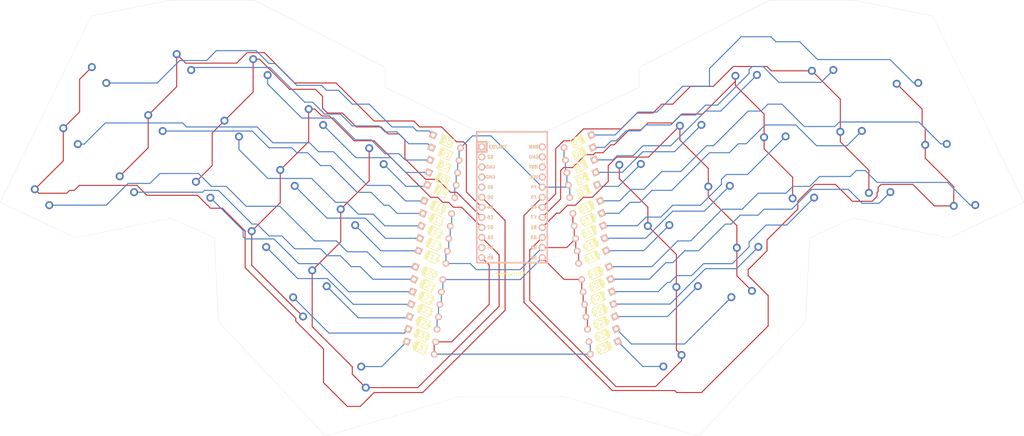
<source format=kicad_pcb>
(kicad_pcb (version 20171130) (host pcbnew "(5.1.10)-1")

  (general
    (thickness 1.6)
    (drawings 32)
    (tracks 578)
    (zones 0)
    (modules 69)
    (nets 59)
  )

  (page A4)
  (layers
    (0 F.Cu signal)
    (31 B.Cu signal)
    (32 B.Adhes user)
    (33 F.Adhes user)
    (34 B.Paste user)
    (35 F.Paste user)
    (36 B.SilkS user)
    (37 F.SilkS user)
    (38 B.Mask user)
    (39 F.Mask user)
    (40 Dwgs.User user)
    (41 Cmts.User user)
    (42 Eco1.User user)
    (43 Eco2.User user)
    (44 Edge.Cuts user)
    (45 Margin user)
    (46 B.CrtYd user)
    (47 F.CrtYd user)
    (48 B.Fab user)
    (49 F.Fab user)
  )

  (setup
    (last_trace_width 0.25)
    (trace_clearance 0.2)
    (zone_clearance 0.508)
    (zone_45_only no)
    (trace_min 0.2)
    (via_size 0.8)
    (via_drill 0.4)
    (via_min_size 0.4)
    (via_min_drill 0.3)
    (uvia_size 0.3)
    (uvia_drill 0.1)
    (uvias_allowed no)
    (uvia_min_size 0.2)
    (uvia_min_drill 0.1)
    (edge_width 0.05)
    (segment_width 0.2)
    (pcb_text_width 0.3)
    (pcb_text_size 1.5 1.5)
    (mod_edge_width 0.12)
    (mod_text_size 1 1)
    (mod_text_width 0.15)
    (pad_size 1.524 1.524)
    (pad_drill 0.762)
    (pad_to_mask_clearance 0)
    (aux_axis_origin 0 0)
    (visible_elements 7FFFFFFF)
    (pcbplotparams
      (layerselection 0x010fc_ffffffff)
      (usegerberextensions false)
      (usegerberattributes true)
      (usegerberadvancedattributes true)
      (creategerberjobfile true)
      (excludeedgelayer true)
      (linewidth 0.100000)
      (plotframeref false)
      (viasonmask false)
      (mode 1)
      (useauxorigin false)
      (hpglpennumber 1)
      (hpglpenspeed 20)
      (hpglpendiameter 15.000000)
      (psnegative false)
      (psa4output false)
      (plotreference true)
      (plotvalue true)
      (plotinvisibletext false)
      (padsonsilk false)
      (subtractmaskfromsilk false)
      (outputformat 1)
      (mirror false)
      (drillshape 1)
      (scaleselection 1)
      (outputdirectory ""))
  )

  (net 0 "")
  (net 1 "Net-(D0-Pad2)")
  (net 2 ROW0)
  (net 3 "Net-(D1-Pad2)")
  (net 4 "Net-(D2-Pad2)")
  (net 5 "Net-(D3-Pad2)")
  (net 6 "Net-(D4-Pad2)")
  (net 7 "Net-(D5-Pad2)")
  (net 8 "Net-(D6-Pad2)")
  (net 9 "Net-(D7-Pad2)")
  (net 10 "Net-(D8-Pad2)")
  (net 11 "Net-(D9-Pad2)")
  (net 12 "Net-(D10-Pad2)")
  (net 13 ROW1)
  (net 14 "Net-(D11-Pad2)")
  (net 15 "Net-(D12-Pad2)")
  (net 16 "Net-(D13-Pad2)")
  (net 17 "Net-(D14-Pad2)")
  (net 18 "Net-(D15-Pad2)")
  (net 19 "Net-(D16-Pad2)")
  (net 20 "Net-(D17-Pad2)")
  (net 21 "Net-(D18-Pad2)")
  (net 22 "Net-(D19-Pad2)")
  (net 23 "Net-(D20-Pad2)")
  (net 24 ROW2)
  (net 25 "Net-(D21-Pad2)")
  (net 26 "Net-(D22-Pad2)")
  (net 27 "Net-(D23-Pad2)")
  (net 28 "Net-(D24-Pad2)")
  (net 29 "Net-(D25-Pad2)")
  (net 30 "Net-(D26-Pad2)")
  (net 31 "Net-(D27-Pad2)")
  (net 32 "Net-(D28-Pad2)")
  (net 33 "Net-(D29-Pad2)")
  (net 34 "Net-(D30-Pad2)")
  (net 35 ROW3)
  (net 36 "Net-(D31-Pad2)")
  (net 37 "Net-(D32-Pad2)")
  (net 38 "Net-(D33-Pad2)")
  (net 39 COL0)
  (net 40 COL1)
  (net 41 COL2)
  (net 42 COL3)
  (net 43 COL4)
  (net 44 COL5)
  (net 45 COL6)
  (net 46 COL7)
  (net 47 COL8)
  (net 48 COL9)
  (net 49 "Net-(U0-Pad24)")
  (net 50 "Net-(U0-Pad23)")
  (net 51 "Net-(U0-Pad22)")
  (net 52 "Net-(U0-Pad21)")
  (net 53 "Net-(U0-Pad11)")
  (net 54 "Net-(U0-Pad5)")
  (net 55 "Net-(U0-Pad4)")
  (net 56 "Net-(U0-Pad3)")
  (net 57 "Net-(U0-Pad2)")
  (net 58 "Net-(U0-Pad1)")

  (net_class Default "This is the default net class."
    (clearance 0.2)
    (trace_width 0.25)
    (via_dia 0.8)
    (via_drill 0.4)
    (uvia_dia 0.3)
    (uvia_drill 0.1)
    (add_net COL0)
    (add_net COL1)
    (add_net COL2)
    (add_net COL3)
    (add_net COL4)
    (add_net COL5)
    (add_net COL6)
    (add_net COL7)
    (add_net COL8)
    (add_net COL9)
    (add_net "Net-(D0-Pad2)")
    (add_net "Net-(D1-Pad2)")
    (add_net "Net-(D10-Pad2)")
    (add_net "Net-(D11-Pad2)")
    (add_net "Net-(D12-Pad2)")
    (add_net "Net-(D13-Pad2)")
    (add_net "Net-(D14-Pad2)")
    (add_net "Net-(D15-Pad2)")
    (add_net "Net-(D16-Pad2)")
    (add_net "Net-(D17-Pad2)")
    (add_net "Net-(D18-Pad2)")
    (add_net "Net-(D19-Pad2)")
    (add_net "Net-(D2-Pad2)")
    (add_net "Net-(D20-Pad2)")
    (add_net "Net-(D21-Pad2)")
    (add_net "Net-(D22-Pad2)")
    (add_net "Net-(D23-Pad2)")
    (add_net "Net-(D24-Pad2)")
    (add_net "Net-(D25-Pad2)")
    (add_net "Net-(D26-Pad2)")
    (add_net "Net-(D27-Pad2)")
    (add_net "Net-(D28-Pad2)")
    (add_net "Net-(D29-Pad2)")
    (add_net "Net-(D3-Pad2)")
    (add_net "Net-(D30-Pad2)")
    (add_net "Net-(D31-Pad2)")
    (add_net "Net-(D32-Pad2)")
    (add_net "Net-(D33-Pad2)")
    (add_net "Net-(D4-Pad2)")
    (add_net "Net-(D5-Pad2)")
    (add_net "Net-(D6-Pad2)")
    (add_net "Net-(D7-Pad2)")
    (add_net "Net-(D8-Pad2)")
    (add_net "Net-(D9-Pad2)")
    (add_net "Net-(U0-Pad1)")
    (add_net "Net-(U0-Pad11)")
    (add_net "Net-(U0-Pad2)")
    (add_net "Net-(U0-Pad21)")
    (add_net "Net-(U0-Pad22)")
    (add_net "Net-(U0-Pad23)")
    (add_net "Net-(U0-Pad24)")
    (add_net "Net-(U0-Pad3)")
    (add_net "Net-(U0-Pad4)")
    (add_net "Net-(U0-Pad5)")
    (add_net ROW0)
    (add_net ROW1)
    (add_net ROW2)
    (add_net ROW3)
  )

  (module Keebio-Parts:ArduinoProMicro (layer F.Cu) (tedit 5B307E4C) (tstamp 61709B25)
    (at 146 91 270)
    (path /5FD77256)
    (fp_text reference U0 (at 0 1.625 90) (layer F.SilkS) hide
      (effects (font (size 1.27 1.524) (thickness 0.2032)))
    )
    (fp_text value ProMicro (at 0 0 90) (layer F.SilkS) hide
      (effects (font (size 1.27 1.524) (thickness 0.2032)))
    )
    (fp_line (start -15.24 6.35) (end -15.24 8.89) (layer F.SilkS) (width 0.381))
    (fp_line (start -15.24 6.35) (end -15.24 8.89) (layer B.SilkS) (width 0.381))
    (fp_line (start -19.304 -3.556) (end -14.224 -3.556) (layer Dwgs.User) (width 0.2))
    (fp_line (start -19.304 3.81) (end -19.304 -3.556) (layer Dwgs.User) (width 0.2))
    (fp_line (start -14.224 3.81) (end -19.304 3.81) (layer Dwgs.User) (width 0.2))
    (fp_line (start -14.224 -3.556) (end -14.224 3.81) (layer Dwgs.User) (width 0.2))
    (fp_line (start -17.78 8.89) (end -15.24 8.89) (layer F.SilkS) (width 0.381))
    (fp_line (start -17.78 -8.89) (end -17.78 8.89) (layer F.SilkS) (width 0.381))
    (fp_line (start -15.24 -8.89) (end -17.78 -8.89) (layer F.SilkS) (width 0.381))
    (fp_line (start -17.78 -8.89) (end -17.78 8.89) (layer B.SilkS) (width 0.381))
    (fp_line (start -17.78 8.89) (end 15.24 8.89) (layer B.SilkS) (width 0.381))
    (fp_line (start 15.24 8.89) (end 15.24 -8.89) (layer B.SilkS) (width 0.381))
    (fp_line (start 15.24 -8.89) (end -17.78 -8.89) (layer B.SilkS) (width 0.381))
    (fp_poly (pts (xy -9.35097 -5.844635) (xy -9.25097 -5.844635) (xy -9.25097 -6.344635) (xy -9.35097 -6.344635)) (layer B.SilkS) (width 0.15))
    (fp_poly (pts (xy -9.35097 -5.844635) (xy -9.05097 -5.844635) (xy -9.05097 -5.944635) (xy -9.35097 -5.944635)) (layer B.SilkS) (width 0.15))
    (fp_poly (pts (xy -8.75097 -5.844635) (xy -8.55097 -5.844635) (xy -8.55097 -5.944635) (xy -8.75097 -5.944635)) (layer B.SilkS) (width 0.15))
    (fp_poly (pts (xy -9.35097 -6.244635) (xy -8.55097 -6.244635) (xy -8.55097 -6.344635) (xy -9.35097 -6.344635)) (layer B.SilkS) (width 0.15))
    (fp_poly (pts (xy -8.95097 -6.044635) (xy -8.85097 -6.044635) (xy -8.85097 -6.144635) (xy -8.95097 -6.144635)) (layer B.SilkS) (width 0.15))
    (fp_poly (pts (xy -8.76064 -4.931568) (xy -8.56064 -4.931568) (xy -8.56064 -4.831568) (xy -8.76064 -4.831568)) (layer F.SilkS) (width 0.15))
    (fp_poly (pts (xy -9.36064 -4.531568) (xy -8.56064 -4.531568) (xy -8.56064 -4.431568) (xy -9.36064 -4.431568)) (layer F.SilkS) (width 0.15))
    (fp_poly (pts (xy -9.36064 -4.931568) (xy -9.26064 -4.931568) (xy -9.26064 -4.431568) (xy -9.36064 -4.431568)) (layer F.SilkS) (width 0.15))
    (fp_poly (pts (xy -8.96064 -4.731568) (xy -8.86064 -4.731568) (xy -8.86064 -4.631568) (xy -8.96064 -4.631568)) (layer F.SilkS) (width 0.15))
    (fp_poly (pts (xy -9.36064 -4.931568) (xy -9.06064 -4.931568) (xy -9.06064 -4.831568) (xy -9.36064 -4.831568)) (layer F.SilkS) (width 0.15))
    (fp_line (start -12.7 6.35) (end -12.7 8.89) (layer F.SilkS) (width 0.381))
    (fp_line (start -15.24 6.35) (end -12.7 6.35) (layer F.SilkS) (width 0.381))
    (fp_line (start 15.24 -8.89) (end -15.24 -8.89) (layer F.SilkS) (width 0.381))
    (fp_line (start 15.24 8.89) (end 15.24 -8.89) (layer F.SilkS) (width 0.381))
    (fp_line (start -15.24 8.89) (end 15.24 8.89) (layer F.SilkS) (width 0.381))
    (fp_line (start -15.24 6.35) (end -12.7 6.35) (layer B.SilkS) (width 0.381))
    (fp_line (start -12.7 6.35) (end -12.7 8.89) (layer B.SilkS) (width 0.381))
    (fp_text user ST (at -8.91 -5.04) (layer B.SilkS)
      (effects (font (size 0.8 0.8) (thickness 0.15)) (justify mirror))
    )
    (fp_text user TX0/D3 (at -13.97 3.571872) (layer F.SilkS)
      (effects (font (size 0.8 0.8) (thickness 0.15)))
    )
    (fp_text user TX0/D3 (at -13.97 3.571872) (layer B.SilkS)
      (effects (font (size 0.8 0.8) (thickness 0.15)) (justify mirror))
    )
    (fp_text user D2 (at -11.43 5.461) (layer F.SilkS)
      (effects (font (size 0.8 0.8) (thickness 0.15)))
    )
    (fp_text user D0 (at -1.27 5.461) (layer F.SilkS)
      (effects (font (size 0.8 0.8) (thickness 0.15)))
    )
    (fp_text user D1 (at -3.81 5.461) (layer F.SilkS)
      (effects (font (size 0.8 0.8) (thickness 0.15)))
    )
    (fp_text user GND (at -6.35 5.461) (layer F.SilkS)
      (effects (font (size 0.8 0.8) (thickness 0.15)))
    )
    (fp_text user GND (at -8.89 5.461) (layer F.SilkS)
      (effects (font (size 0.8 0.8) (thickness 0.15)))
    )
    (fp_text user D4 (at 1.27 5.461) (layer F.SilkS)
      (effects (font (size 0.8 0.8) (thickness 0.15)))
    )
    (fp_text user C6 (at 3.81 5.461) (layer F.SilkS)
      (effects (font (size 0.8 0.8) (thickness 0.15)))
    )
    (fp_text user D7 (at 6.35 5.461) (layer F.SilkS)
      (effects (font (size 0.8 0.8) (thickness 0.15)))
    )
    (fp_text user E6 (at 8.89 5.461) (layer F.SilkS)
      (effects (font (size 0.8 0.8) (thickness 0.15)))
    )
    (fp_text user B4 (at 11.43 5.461) (layer F.SilkS)
      (effects (font (size 0.8 0.8) (thickness 0.15)))
    )
    (fp_text user B5 (at 13.97 5.461) (layer F.SilkS)
      (effects (font (size 0.8 0.8) (thickness 0.15)))
    )
    (fp_text user B6 (at 13.97 -5.461) (layer F.SilkS)
      (effects (font (size 0.8 0.8) (thickness 0.15)))
    )
    (fp_text user B2 (at 11.43 -5.461) (layer B.SilkS)
      (effects (font (size 0.8 0.8) (thickness 0.15)) (justify mirror))
    )
    (fp_text user B3 (at 8.89 -5.461) (layer F.SilkS)
      (effects (font (size 0.8 0.8) (thickness 0.15)))
    )
    (fp_text user B1 (at 6.35 -5.461) (layer F.SilkS)
      (effects (font (size 0.8 0.8) (thickness 0.15)))
    )
    (fp_text user F7 (at 3.81 -5.461) (layer B.SilkS)
      (effects (font (size 0.8 0.8) (thickness 0.15)) (justify mirror))
    )
    (fp_text user F6 (at 1.27 -5.461) (layer B.SilkS)
      (effects (font (size 0.8 0.8) (thickness 0.15)) (justify mirror))
    )
    (fp_text user F5 (at -1.27 -5.461) (layer B.SilkS)
      (effects (font (size 0.8 0.8) (thickness 0.15)) (justify mirror))
    )
    (fp_text user F4 (at -3.81 -5.461) (layer F.SilkS)
      (effects (font (size 0.8 0.8) (thickness 0.15)))
    )
    (fp_text user VCC (at -6.35 -5.461) (layer F.SilkS)
      (effects (font (size 0.8 0.8) (thickness 0.15)))
    )
    (fp_text user ST (at -8.92 -5.73312) (layer F.SilkS)
      (effects (font (size 0.8 0.8) (thickness 0.15)))
    )
    (fp_text user GND (at -11.43 -5.461) (layer F.SilkS)
      (effects (font (size 0.8 0.8) (thickness 0.15)))
    )
    (fp_text user RAW (at -13.97 -5.461) (layer F.SilkS)
      (effects (font (size 0.8 0.8) (thickness 0.15)))
    )
    (fp_text user RAW (at -13.97 -5.461) (layer B.SilkS)
      (effects (font (size 0.8 0.8) (thickness 0.15)) (justify mirror))
    )
    (fp_text user GND (at -11.43 -5.461) (layer B.SilkS)
      (effects (font (size 0.8 0.8) (thickness 0.15)) (justify mirror))
    )
    (fp_text user VCC (at -6.35 -5.461) (layer B.SilkS)
      (effects (font (size 0.8 0.8) (thickness 0.15)) (justify mirror))
    )
    (fp_text user F4 (at -3.81 -5.461) (layer B.SilkS)
      (effects (font (size 0.8 0.8) (thickness 0.15)) (justify mirror))
    )
    (fp_text user F5 (at -1.27 -5.461) (layer F.SilkS)
      (effects (font (size 0.8 0.8) (thickness 0.15)))
    )
    (fp_text user F6 (at 1.27 -5.461) (layer F.SilkS)
      (effects (font (size 0.8 0.8) (thickness 0.15)))
    )
    (fp_text user F7 (at 3.81 -5.461) (layer F.SilkS)
      (effects (font (size 0.8 0.8) (thickness 0.15)))
    )
    (fp_text user B1 (at 6.35 -5.461) (layer B.SilkS)
      (effects (font (size 0.8 0.8) (thickness 0.15)) (justify mirror))
    )
    (fp_text user B3 (at 8.89 -5.461) (layer B.SilkS)
      (effects (font (size 0.8 0.8) (thickness 0.15)) (justify mirror))
    )
    (fp_text user B2 (at 11.43 -5.461) (layer F.SilkS)
      (effects (font (size 0.8 0.8) (thickness 0.15)))
    )
    (fp_text user B6 (at 13.97 -5.461) (layer B.SilkS)
      (effects (font (size 0.8 0.8) (thickness 0.15)) (justify mirror))
    )
    (fp_text user B5 (at 13.97 5.461) (layer B.SilkS)
      (effects (font (size 0.8 0.8) (thickness 0.15)) (justify mirror))
    )
    (fp_text user B4 (at 11.43 5.461) (layer B.SilkS)
      (effects (font (size 0.8 0.8) (thickness 0.15)) (justify mirror))
    )
    (fp_text user E6 (at 8.89 5.461) (layer B.SilkS)
      (effects (font (size 0.8 0.8) (thickness 0.15)) (justify mirror))
    )
    (fp_text user D7 (at 6.35 5.461) (layer B.SilkS)
      (effects (font (size 0.8 0.8) (thickness 0.15)) (justify mirror))
    )
    (fp_text user C6 (at 3.81 5.461) (layer B.SilkS)
      (effects (font (size 0.8 0.8) (thickness 0.15)) (justify mirror))
    )
    (fp_text user D4 (at 1.27 5.461) (layer B.SilkS)
      (effects (font (size 0.8 0.8) (thickness 0.15)) (justify mirror))
    )
    (fp_text user GND (at -8.89 5.461) (layer B.SilkS)
      (effects (font (size 0.8 0.8) (thickness 0.15)) (justify mirror))
    )
    (fp_text user GND (at -6.35 5.461) (layer B.SilkS)
      (effects (font (size 0.8 0.8) (thickness 0.15)) (justify mirror))
    )
    (fp_text user D1 (at -3.81 5.461) (layer B.SilkS)
      (effects (font (size 0.8 0.8) (thickness 0.15)) (justify mirror))
    )
    (fp_text user D0 (at -1.27 5.461) (layer B.SilkS)
      (effects (font (size 0.8 0.8) (thickness 0.15)) (justify mirror))
    )
    (fp_text user D2 (at -11.43 5.461) (layer B.SilkS)
      (effects (font (size 0.8 0.8) (thickness 0.15)) (justify mirror))
    )
    (pad 24 thru_hole circle (at -13.97 -7.62 270) (size 1.7526 1.7526) (drill 1.0922) (layers *.Cu *.SilkS *.Mask)
      (net 49 "Net-(U0-Pad24)"))
    (pad 12 thru_hole circle (at 13.97 7.62 270) (size 1.7526 1.7526) (drill 1.0922) (layers *.Cu *.SilkS *.Mask)
      (net 35 ROW3))
    (pad 23 thru_hole circle (at -11.43 -7.62 270) (size 1.7526 1.7526) (drill 1.0922) (layers *.Cu *.SilkS *.Mask)
      (net 50 "Net-(U0-Pad23)"))
    (pad 22 thru_hole circle (at -8.89 -7.62 270) (size 1.7526 1.7526) (drill 1.0922) (layers *.Cu *.SilkS *.Mask)
      (net 51 "Net-(U0-Pad22)"))
    (pad 21 thru_hole circle (at -6.35 -7.62 270) (size 1.7526 1.7526) (drill 1.0922) (layers *.Cu *.SilkS *.Mask)
      (net 52 "Net-(U0-Pad21)"))
    (pad 20 thru_hole circle (at -3.81 -7.62 270) (size 1.7526 1.7526) (drill 1.0922) (layers *.Cu *.SilkS *.Mask)
      (net 2 ROW0))
    (pad 19 thru_hole circle (at -1.27 -7.62 270) (size 1.7526 1.7526) (drill 1.0922) (layers *.Cu *.SilkS *.Mask)
      (net 48 COL9))
    (pad 18 thru_hole circle (at 1.27 -7.62 270) (size 1.7526 1.7526) (drill 1.0922) (layers *.Cu *.SilkS *.Mask)
      (net 47 COL8))
    (pad 17 thru_hole circle (at 3.81 -7.62 270) (size 1.7526 1.7526) (drill 1.0922) (layers *.Cu *.SilkS *.Mask)
      (net 46 COL7))
    (pad 16 thru_hole circle (at 6.35 -7.62 270) (size 1.7526 1.7526) (drill 1.0922) (layers *.Cu *.SilkS *.Mask)
      (net 45 COL6))
    (pad 15 thru_hole circle (at 8.89 -7.62 270) (size 1.7526 1.7526) (drill 1.0922) (layers *.Cu *.SilkS *.Mask)
      (net 44 COL5))
    (pad 14 thru_hole circle (at 11.43 -7.62 270) (size 1.7526 1.7526) (drill 1.0922) (layers *.Cu *.SilkS *.Mask)
      (net 13 ROW1))
    (pad 13 thru_hole circle (at 13.97 -7.62 270) (size 1.7526 1.7526) (drill 1.0922) (layers *.Cu *.SilkS *.Mask)
      (net 24 ROW2))
    (pad 11 thru_hole circle (at 11.43 7.62 270) (size 1.7526 1.7526) (drill 1.0922) (layers *.Cu *.SilkS *.Mask)
      (net 53 "Net-(U0-Pad11)"))
    (pad 10 thru_hole circle (at 8.89 7.62 270) (size 1.7526 1.7526) (drill 1.0922) (layers *.Cu *.SilkS *.Mask)
      (net 43 COL4))
    (pad 9 thru_hole circle (at 6.35 7.62 270) (size 1.7526 1.7526) (drill 1.0922) (layers *.Cu *.SilkS *.Mask)
      (net 42 COL3))
    (pad 8 thru_hole circle (at 3.81 7.62 270) (size 1.7526 1.7526) (drill 1.0922) (layers *.Cu *.SilkS *.Mask)
      (net 41 COL2))
    (pad 7 thru_hole circle (at 1.27 7.62 270) (size 1.7526 1.7526) (drill 1.0922) (layers *.Cu *.SilkS *.Mask)
      (net 40 COL1))
    (pad 6 thru_hole circle (at -1.27 7.62 270) (size 1.7526 1.7526) (drill 1.0922) (layers *.Cu *.SilkS *.Mask)
      (net 39 COL0))
    (pad 5 thru_hole circle (at -3.81 7.62 270) (size 1.7526 1.7526) (drill 1.0922) (layers *.Cu *.SilkS *.Mask)
      (net 54 "Net-(U0-Pad5)"))
    (pad 4 thru_hole circle (at -6.35 7.62 270) (size 1.7526 1.7526) (drill 1.0922) (layers *.Cu *.SilkS *.Mask)
      (net 55 "Net-(U0-Pad4)"))
    (pad 3 thru_hole circle (at -8.89 7.62 270) (size 1.7526 1.7526) (drill 1.0922) (layers *.Cu *.SilkS *.Mask)
      (net 56 "Net-(U0-Pad3)"))
    (pad 2 thru_hole circle (at -11.43 7.62 270) (size 1.7526 1.7526) (drill 1.0922) (layers *.Cu *.SilkS *.Mask)
      (net 57 "Net-(U0-Pad2)"))
    (pad 1 thru_hole rect (at -13.97 7.62 270) (size 1.7526 1.7526) (drill 1.0922) (layers *.Cu *.SilkS *.Mask)
      (net 58 "Net-(U0-Pad1)"))
    (model /Users/danny/Documents/proj/custom-keyboard/kicad-libs/3d_models/ArduinoProMicro.wrl
      (offset (xyz -13.96999979019165 -7.619999885559082 -5.841999912261963))
      (scale (xyz 0.395 0.395 0.395))
      (rotate (xyz 90 180 180))
    )
  )

  (module Kailh_Choc:KailhChoc-1U (layer F.Cu) (tedit 61709BBA) (tstamp 61709A21)
    (at 205.577073 96.916307 205)
    (path /5FD49C33)
    (fp_text reference MX26 (at 0 3.175 25) (layer Dwgs.User)
      (effects (font (size 1 1) (thickness 0.15)))
    )
    (fp_text value MX-NoLED (at 0 -7.9375 25) (layer Dwgs.User)
      (effects (font (size 1 1) (thickness 0.15)))
    )
    (fp_line (start -7 -7) (end -7 -5) (layer Dwgs.User) (width 0.15))
    (fp_line (start -5 -7) (end -7 -7) (layer Dwgs.User) (width 0.15))
    (fp_line (start -7 7) (end -5 7) (layer Dwgs.User) (width 0.15))
    (fp_line (start -7 5) (end -7 7) (layer Dwgs.User) (width 0.15))
    (fp_line (start 7 7) (end 7 5) (layer Dwgs.User) (width 0.15))
    (fp_line (start 5 7) (end 7 7) (layer Dwgs.User) (width 0.15))
    (fp_line (start 7 -7) (end 7 -5) (layer Dwgs.User) (width 0.15))
    (fp_line (start 5 -7) (end 7 -7) (layer Dwgs.User) (width 0.15))
    (pad "" np_thru_hole circle (at -5.22 4.2 205) (size 1.2 1.2) (drill 1.2) (layers *.Cu *.Mask))
    (pad "" np_thru_hole circle (at 5.5 0 253.1) (size 1.9 1.9) (drill 1.9) (layers *.Cu *.Mask))
    (pad "" np_thru_hole circle (at -5.5 0 253.1) (size 1.9 1.9) (drill 1.9) (layers *.Cu *.Mask))
    (pad 1 thru_hole circle (at 5 -3.8 205) (size 2 2) (drill 1.2) (layers *.Cu B.Mask)
      (net 45 COL6))
    (pad "" np_thru_hole circle (at 0 0 205) (size 3.4 3.4) (drill 3.4) (layers *.Cu *.Mask))
    (pad 2 thru_hole circle (at 0 -5.9 205) (size 2 2) (drill 1.2) (layers *.Cu B.Mask)
      (net 30 "Net-(D26-Pad2)"))
  )

  (module Kailh_Choc:KailhChoc-1U (layer F.Cu) (tedit 61709BBA) (tstamp 61709ABB)
    (at 205.064407 119.478909 40)
    (path /61783ADA)
    (fp_text reference MX33 (at 0 3.175 40) (layer Dwgs.User)
      (effects (font (size 1 1) (thickness 0.15)))
    )
    (fp_text value MX-NoLED (at 0 -7.9375 40) (layer Dwgs.User)
      (effects (font (size 1 1) (thickness 0.15)))
    )
    (fp_line (start 5 -7) (end 7 -7) (layer Dwgs.User) (width 0.15))
    (fp_line (start 7 -7) (end 7 -5) (layer Dwgs.User) (width 0.15))
    (fp_line (start 5 7) (end 7 7) (layer Dwgs.User) (width 0.15))
    (fp_line (start 7 7) (end 7 5) (layer Dwgs.User) (width 0.15))
    (fp_line (start -7 5) (end -7 7) (layer Dwgs.User) (width 0.15))
    (fp_line (start -7 7) (end -5 7) (layer Dwgs.User) (width 0.15))
    (fp_line (start -5 -7) (end -7 -7) (layer Dwgs.User) (width 0.15))
    (fp_line (start -7 -7) (end -7 -5) (layer Dwgs.User) (width 0.15))
    (pad 2 thru_hole circle (at 0 -5.9 40) (size 2 2) (drill 1.2) (layers *.Cu B.Mask)
      (net 38 "Net-(D33-Pad2)"))
    (pad "" np_thru_hole circle (at 0 0 40) (size 3.4 3.4) (drill 3.4) (layers *.Cu *.Mask))
    (pad 1 thru_hole circle (at 5 -3.8 40) (size 2 2) (drill 1.2) (layers *.Cu B.Mask)
      (net 45 COL6))
    (pad "" np_thru_hole circle (at -5.5 0 88.1) (size 1.9 1.9) (drill 1.9) (layers *.Cu *.Mask))
    (pad "" np_thru_hole circle (at 5.5 0 88.1) (size 1.9 1.9) (drill 1.9) (layers *.Cu *.Mask))
    (pad "" np_thru_hole circle (at -5.22 4.2 40) (size 1.2 1.2) (drill 1.2) (layers *.Cu *.Mask))
  )

  (module Kailh_Choc:KailhChoc-1U (layer F.Cu) (tedit 61709BBA) (tstamp 61709AA5)
    (at 188.959736 135.815664 55)
    (path /61783AE7)
    (fp_text reference MX32 (at 0 3.175 55) (layer Dwgs.User)
      (effects (font (size 1 1) (thickness 0.15)))
    )
    (fp_text value MX-NoLED (at 0 -7.9375 55) (layer Dwgs.User)
      (effects (font (size 1 1) (thickness 0.15)))
    )
    (fp_line (start -7 -7) (end -7 -5) (layer Dwgs.User) (width 0.15))
    (fp_line (start -5 -7) (end -7 -7) (layer Dwgs.User) (width 0.15))
    (fp_line (start -7 7) (end -5 7) (layer Dwgs.User) (width 0.15))
    (fp_line (start -7 5) (end -7 7) (layer Dwgs.User) (width 0.15))
    (fp_line (start 7 7) (end 7 5) (layer Dwgs.User) (width 0.15))
    (fp_line (start 5 7) (end 7 7) (layer Dwgs.User) (width 0.15))
    (fp_line (start 7 -7) (end 7 -5) (layer Dwgs.User) (width 0.15))
    (fp_line (start 5 -7) (end 7 -7) (layer Dwgs.User) (width 0.15))
    (pad "" np_thru_hole circle (at -5.22 4.2 55) (size 1.2 1.2) (drill 1.2) (layers *.Cu *.Mask))
    (pad "" np_thru_hole circle (at 5.5 0 103.1) (size 1.9 1.9) (drill 1.9) (layers *.Cu *.Mask))
    (pad "" np_thru_hole circle (at -5.5 0 103.1) (size 1.9 1.9) (drill 1.9) (layers *.Cu *.Mask))
    (pad 1 thru_hole circle (at 5 -3.8 55) (size 2 2) (drill 1.2) (layers *.Cu B.Mask)
      (net 44 COL5))
    (pad "" np_thru_hole circle (at 0 0 55) (size 3.4 3.4) (drill 3.4) (layers *.Cu *.Mask))
    (pad 2 thru_hole circle (at 0 -5.9 55) (size 2 2) (drill 1.2) (layers *.Cu B.Mask)
      (net 37 "Net-(D32-Pad2)"))
  )

  (module Kailh_Choc:KailhChoc-1U (layer F.Cu) (tedit 61709BBA) (tstamp 61709A8F)
    (at 103.157669 135.84498 305)
    (path /5FFB15FE)
    (fp_text reference MX31 (at 0 3.175 125) (layer Dwgs.User)
      (effects (font (size 1 1) (thickness 0.15)))
    )
    (fp_text value MX-NoLED (at 0 -7.9375 125) (layer Dwgs.User)
      (effects (font (size 1 1) (thickness 0.15)))
    )
    (fp_line (start -7 -7) (end -7 -5) (layer Dwgs.User) (width 0.15))
    (fp_line (start -5 -7) (end -7 -7) (layer Dwgs.User) (width 0.15))
    (fp_line (start -7 7) (end -5 7) (layer Dwgs.User) (width 0.15))
    (fp_line (start -7 5) (end -7 7) (layer Dwgs.User) (width 0.15))
    (fp_line (start 7 7) (end 7 5) (layer Dwgs.User) (width 0.15))
    (fp_line (start 5 7) (end 7 7) (layer Dwgs.User) (width 0.15))
    (fp_line (start 7 -7) (end 7 -5) (layer Dwgs.User) (width 0.15))
    (fp_line (start 5 -7) (end 7 -7) (layer Dwgs.User) (width 0.15))
    (pad "" np_thru_hole circle (at -5.22 4.2 305) (size 1.2 1.2) (drill 1.2) (layers *.Cu *.Mask))
    (pad "" np_thru_hole circle (at 5.5 0 353.1) (size 1.9 1.9) (drill 1.9) (layers *.Cu *.Mask))
    (pad "" np_thru_hole circle (at -5.5 0 353.1) (size 1.9 1.9) (drill 1.9) (layers *.Cu *.Mask))
    (pad 1 thru_hole circle (at 5 -3.8 305) (size 2 2) (drill 1.2) (layers *.Cu B.Mask)
      (net 43 COL4))
    (pad "" np_thru_hole circle (at 0 0 305) (size 3.4 3.4) (drill 3.4) (layers *.Cu *.Mask))
    (pad 2 thru_hole circle (at 0 -5.9 305) (size 2 2) (drill 1.2) (layers *.Cu B.Mask)
      (net 36 "Net-(D31-Pad2)"))
  )

  (module Kailh_Choc:KailhChoc-1U (layer F.Cu) (tedit 61709BBA) (tstamp 61709A79)
    (at 87.052998 119.508226 320)
    (path /5FD4B7A6)
    (fp_text reference MX30 (at 0 3.175 140) (layer Dwgs.User)
      (effects (font (size 1 1) (thickness 0.15)))
    )
    (fp_text value MX-NoLED (at 0 -7.9375 140) (layer Dwgs.User)
      (effects (font (size 1 1) (thickness 0.15)))
    )
    (fp_line (start -7 -7) (end -7 -5) (layer Dwgs.User) (width 0.15))
    (fp_line (start -5 -7) (end -7 -7) (layer Dwgs.User) (width 0.15))
    (fp_line (start -7 7) (end -5 7) (layer Dwgs.User) (width 0.15))
    (fp_line (start -7 5) (end -7 7) (layer Dwgs.User) (width 0.15))
    (fp_line (start 7 7) (end 7 5) (layer Dwgs.User) (width 0.15))
    (fp_line (start 5 7) (end 7 7) (layer Dwgs.User) (width 0.15))
    (fp_line (start 7 -7) (end 7 -5) (layer Dwgs.User) (width 0.15))
    (fp_line (start 5 -7) (end 7 -7) (layer Dwgs.User) (width 0.15))
    (pad "" np_thru_hole circle (at -5.22 4.2 320) (size 1.2 1.2) (drill 1.2) (layers *.Cu *.Mask))
    (pad "" np_thru_hole circle (at 5.5 0 8.1) (size 1.9 1.9) (drill 1.9) (layers *.Cu *.Mask))
    (pad "" np_thru_hole circle (at -5.5 0 8.1) (size 1.9 1.9) (drill 1.9) (layers *.Cu *.Mask))
    (pad 1 thru_hole circle (at 5 -3.8 320) (size 2 2) (drill 1.2) (layers *.Cu B.Mask)
      (net 42 COL3))
    (pad "" np_thru_hole circle (at 0 0 320) (size 3.4 3.4) (drill 3.4) (layers *.Cu *.Mask))
    (pad 2 thru_hole circle (at 0 -5.9 320) (size 2 2) (drill 1.2) (layers *.Cu B.Mask)
      (net 34 "Net-(D30-Pad2)"))
  )

  (module Kailh_Choc:KailhChoc-1U (layer F.Cu) (tedit 61709BBA) (tstamp 61709A63)
    (at 260.236564 86.359078 205)
    (path /5FD49C5A)
    (fp_text reference MX29 (at 0 3.175 25) (layer Dwgs.User)
      (effects (font (size 1 1) (thickness 0.15)))
    )
    (fp_text value MX-NoLED (at 0 -7.9375 25) (layer Dwgs.User)
      (effects (font (size 1 1) (thickness 0.15)))
    )
    (fp_line (start -7 -7) (end -7 -5) (layer Dwgs.User) (width 0.15))
    (fp_line (start -5 -7) (end -7 -7) (layer Dwgs.User) (width 0.15))
    (fp_line (start -7 7) (end -5 7) (layer Dwgs.User) (width 0.15))
    (fp_line (start -7 5) (end -7 7) (layer Dwgs.User) (width 0.15))
    (fp_line (start 7 7) (end 7 5) (layer Dwgs.User) (width 0.15))
    (fp_line (start 5 7) (end 7 7) (layer Dwgs.User) (width 0.15))
    (fp_line (start 7 -7) (end 7 -5) (layer Dwgs.User) (width 0.15))
    (fp_line (start 5 -7) (end 7 -7) (layer Dwgs.User) (width 0.15))
    (pad "" np_thru_hole circle (at -5.22 4.2 205) (size 1.2 1.2) (drill 1.2) (layers *.Cu *.Mask))
    (pad "" np_thru_hole circle (at 5.5 0 253.1) (size 1.9 1.9) (drill 1.9) (layers *.Cu *.Mask))
    (pad "" np_thru_hole circle (at -5.5 0 253.1) (size 1.9 1.9) (drill 1.9) (layers *.Cu *.Mask))
    (pad 1 thru_hole circle (at 5 -3.8 205) (size 2 2) (drill 1.2) (layers *.Cu B.Mask)
      (net 48 COL9))
    (pad "" np_thru_hole circle (at 0 0 205) (size 3.4 3.4) (drill 3.4) (layers *.Cu *.Mask))
    (pad 2 thru_hole circle (at 0 -5.9 205) (size 2 2) (drill 1.2) (layers *.Cu B.Mask)
      (net 33 "Net-(D29-Pad2)"))
  )

  (module Kailh_Choc:KailhChoc-1U (layer F.Cu) (tedit 61709BBA) (tstamp 61709A4D)
    (at 238.848223 83.083263 205)
    (path /5FD49C4D)
    (fp_text reference MX28 (at 0 3.175 25) (layer Dwgs.User)
      (effects (font (size 1 1) (thickness 0.15)))
    )
    (fp_text value MX-NoLED (at 0 -7.9375 25) (layer Dwgs.User)
      (effects (font (size 1 1) (thickness 0.15)))
    )
    (fp_line (start -7 -7) (end -7 -5) (layer Dwgs.User) (width 0.15))
    (fp_line (start -5 -7) (end -7 -7) (layer Dwgs.User) (width 0.15))
    (fp_line (start -7 7) (end -5 7) (layer Dwgs.User) (width 0.15))
    (fp_line (start -7 5) (end -7 7) (layer Dwgs.User) (width 0.15))
    (fp_line (start 7 7) (end 7 5) (layer Dwgs.User) (width 0.15))
    (fp_line (start 5 7) (end 7 7) (layer Dwgs.User) (width 0.15))
    (fp_line (start 7 -7) (end 7 -5) (layer Dwgs.User) (width 0.15))
    (fp_line (start 5 -7) (end 7 -7) (layer Dwgs.User) (width 0.15))
    (pad "" np_thru_hole circle (at -5.22 4.2 205) (size 1.2 1.2) (drill 1.2) (layers *.Cu *.Mask))
    (pad "" np_thru_hole circle (at 5.5 0 253.1) (size 1.9 1.9) (drill 1.9) (layers *.Cu *.Mask))
    (pad "" np_thru_hole circle (at -5.5 0 253.1) (size 1.9 1.9) (drill 1.9) (layers *.Cu *.Mask))
    (pad 1 thru_hole circle (at 5 -3.8 205) (size 2 2) (drill 1.2) (layers *.Cu B.Mask)
      (net 47 COL8))
    (pad "" np_thru_hole circle (at 0 0 205) (size 3.4 3.4) (drill 3.4) (layers *.Cu *.Mask))
    (pad 2 thru_hole circle (at 0 -5.9 205) (size 2 2) (drill 1.2) (layers *.Cu B.Mask)
      (net 32 "Net-(D28-Pad2)"))
  )

  (module Kailh_Choc:KailhChoc-1U (layer F.Cu) (tedit 61709BBA) (tstamp 61709A37)
    (at 219.636367 84.474933 205)
    (path /5FD49C40)
    (fp_text reference MX27 (at 0 3.175 25) (layer Dwgs.User)
      (effects (font (size 1 1) (thickness 0.15)))
    )
    (fp_text value MX-NoLED (at 0 -7.9375 25) (layer Dwgs.User)
      (effects (font (size 1 1) (thickness 0.15)))
    )
    (fp_line (start -7 -7) (end -7 -5) (layer Dwgs.User) (width 0.15))
    (fp_line (start -5 -7) (end -7 -7) (layer Dwgs.User) (width 0.15))
    (fp_line (start -7 7) (end -5 7) (layer Dwgs.User) (width 0.15))
    (fp_line (start -7 5) (end -7 7) (layer Dwgs.User) (width 0.15))
    (fp_line (start 7 7) (end 7 5) (layer Dwgs.User) (width 0.15))
    (fp_line (start 5 7) (end 7 7) (layer Dwgs.User) (width 0.15))
    (fp_line (start 7 -7) (end 7 -5) (layer Dwgs.User) (width 0.15))
    (fp_line (start 5 -7) (end 7 -7) (layer Dwgs.User) (width 0.15))
    (pad "" np_thru_hole circle (at -5.22 4.2 205) (size 1.2 1.2) (drill 1.2) (layers *.Cu *.Mask))
    (pad "" np_thru_hole circle (at 5.5 0 253.1) (size 1.9 1.9) (drill 1.9) (layers *.Cu *.Mask))
    (pad "" np_thru_hole circle (at -5.5 0 253.1) (size 1.9 1.9) (drill 1.9) (layers *.Cu *.Mask))
    (pad 1 thru_hole circle (at 5 -3.8 205) (size 2 2) (drill 1.2) (layers *.Cu B.Mask)
      (net 46 COL7))
    (pad "" np_thru_hole circle (at 0 0 205) (size 3.4 3.4) (drill 3.4) (layers *.Cu *.Mask))
    (pad 2 thru_hole circle (at 0 -5.9 205) (size 2 2) (drill 1.2) (layers *.Cu B.Mask)
      (net 31 "Net-(D27-Pad2)"))
  )

  (module Kailh_Choc:KailhChoc-1U (layer F.Cu) (tedit 61709BBA) (tstamp 61709A0B)
    (at 190.333602 106.818207 205)
    (path /5FD49C26)
    (fp_text reference MX25 (at 0 3.175 25) (layer Dwgs.User)
      (effects (font (size 1 1) (thickness 0.15)))
    )
    (fp_text value MX-NoLED (at 0 -7.9375 25) (layer Dwgs.User)
      (effects (font (size 1 1) (thickness 0.15)))
    )
    (fp_line (start -7 -7) (end -7 -5) (layer Dwgs.User) (width 0.15))
    (fp_line (start -5 -7) (end -7 -7) (layer Dwgs.User) (width 0.15))
    (fp_line (start -7 7) (end -5 7) (layer Dwgs.User) (width 0.15))
    (fp_line (start -7 5) (end -7 7) (layer Dwgs.User) (width 0.15))
    (fp_line (start 7 7) (end 7 5) (layer Dwgs.User) (width 0.15))
    (fp_line (start 5 7) (end 7 7) (layer Dwgs.User) (width 0.15))
    (fp_line (start 7 -7) (end 7 -5) (layer Dwgs.User) (width 0.15))
    (fp_line (start 5 -7) (end 7 -7) (layer Dwgs.User) (width 0.15))
    (pad "" np_thru_hole circle (at -5.22 4.2 205) (size 1.2 1.2) (drill 1.2) (layers *.Cu *.Mask))
    (pad "" np_thru_hole circle (at 5.5 0 253.1) (size 1.9 1.9) (drill 1.9) (layers *.Cu *.Mask))
    (pad "" np_thru_hole circle (at -5.5 0 253.1) (size 1.9 1.9) (drill 1.9) (layers *.Cu *.Mask))
    (pad 1 thru_hole circle (at 5 -3.8 205) (size 2 2) (drill 1.2) (layers *.Cu B.Mask)
      (net 44 COL5))
    (pad "" np_thru_hole circle (at 0 0 205) (size 3.4 3.4) (drill 3.4) (layers *.Cu *.Mask))
    (pad 2 thru_hole circle (at 0 -5.9 205) (size 2 2) (drill 1.2) (layers *.Cu B.Mask)
      (net 29 "Net-(D25-Pad2)"))
  )

  (module Kailh_Choc:KailhChoc-1U (layer F.Cu) (tedit 61709BBA) (tstamp 617099F5)
    (at 101.783803 106.847524 155)
    (path /5FD49C19)
    (fp_text reference MX24 (at 0 3.175 155) (layer Dwgs.User)
      (effects (font (size 1 1) (thickness 0.15)))
    )
    (fp_text value MX-NoLED (at 0 -7.9375 155) (layer Dwgs.User)
      (effects (font (size 1 1) (thickness 0.15)))
    )
    (fp_line (start -7 -7) (end -7 -5) (layer Dwgs.User) (width 0.15))
    (fp_line (start -5 -7) (end -7 -7) (layer Dwgs.User) (width 0.15))
    (fp_line (start -7 7) (end -5 7) (layer Dwgs.User) (width 0.15))
    (fp_line (start -7 5) (end -7 7) (layer Dwgs.User) (width 0.15))
    (fp_line (start 7 7) (end 7 5) (layer Dwgs.User) (width 0.15))
    (fp_line (start 5 7) (end 7 7) (layer Dwgs.User) (width 0.15))
    (fp_line (start 7 -7) (end 7 -5) (layer Dwgs.User) (width 0.15))
    (fp_line (start 5 -7) (end 7 -7) (layer Dwgs.User) (width 0.15))
    (pad "" np_thru_hole circle (at -5.22 4.2 155) (size 1.2 1.2) (drill 1.2) (layers *.Cu *.Mask))
    (pad "" np_thru_hole circle (at 5.5 0 203.1) (size 1.9 1.9) (drill 1.9) (layers *.Cu *.Mask))
    (pad "" np_thru_hole circle (at -5.5 0 203.1) (size 1.9 1.9) (drill 1.9) (layers *.Cu *.Mask))
    (pad 1 thru_hole circle (at 5 -3.8 155) (size 2 2) (drill 1.2) (layers *.Cu B.Mask)
      (net 43 COL4))
    (pad "" np_thru_hole circle (at 0 0 155) (size 3.4 3.4) (drill 3.4) (layers *.Cu *.Mask))
    (pad 2 thru_hole circle (at 0 -5.9 155) (size 2 2) (drill 1.2) (layers *.Cu B.Mask)
      (net 28 "Net-(D24-Pad2)"))
  )

  (module Kailh_Choc:KailhChoc-1U (layer F.Cu) (tedit 61709BBA) (tstamp 617099DF)
    (at 86.540332 96.945624 155)
    (path /5FD49C0C)
    (fp_text reference MX23 (at 0 3.175 155) (layer Dwgs.User)
      (effects (font (size 1 1) (thickness 0.15)))
    )
    (fp_text value MX-NoLED (at 0 -7.9375 155) (layer Dwgs.User)
      (effects (font (size 1 1) (thickness 0.15)))
    )
    (fp_line (start -7 -7) (end -7 -5) (layer Dwgs.User) (width 0.15))
    (fp_line (start -5 -7) (end -7 -7) (layer Dwgs.User) (width 0.15))
    (fp_line (start -7 7) (end -5 7) (layer Dwgs.User) (width 0.15))
    (fp_line (start -7 5) (end -7 7) (layer Dwgs.User) (width 0.15))
    (fp_line (start 7 7) (end 7 5) (layer Dwgs.User) (width 0.15))
    (fp_line (start 5 7) (end 7 7) (layer Dwgs.User) (width 0.15))
    (fp_line (start 7 -7) (end 7 -5) (layer Dwgs.User) (width 0.15))
    (fp_line (start 5 -7) (end 7 -7) (layer Dwgs.User) (width 0.15))
    (pad "" np_thru_hole circle (at -5.22 4.2 155) (size 1.2 1.2) (drill 1.2) (layers *.Cu *.Mask))
    (pad "" np_thru_hole circle (at 5.5 0 203.1) (size 1.9 1.9) (drill 1.9) (layers *.Cu *.Mask))
    (pad "" np_thru_hole circle (at -5.5 0 203.1) (size 1.9 1.9) (drill 1.9) (layers *.Cu *.Mask))
    (pad 1 thru_hole circle (at 5 -3.8 155) (size 2 2) (drill 1.2) (layers *.Cu B.Mask)
      (net 42 COL3))
    (pad "" np_thru_hole circle (at 0 0 155) (size 3.4 3.4) (drill 3.4) (layers *.Cu *.Mask))
    (pad 2 thru_hole circle (at 0 -5.9 155) (size 2 2) (drill 1.2) (layers *.Cu B.Mask)
      (net 27 "Net-(D23-Pad2)"))
  )

  (module Kailh_Choc:KailhChoc-1U (layer F.Cu) (tedit 61709BBA) (tstamp 617099C9)
    (at 72.481038 84.504249 155)
    (path /5FD49BFF)
    (fp_text reference MX22 (at 0 3.175 155) (layer Dwgs.User)
      (effects (font (size 1 1) (thickness 0.15)))
    )
    (fp_text value MX-NoLED (at 0 -7.9375 155) (layer Dwgs.User)
      (effects (font (size 1 1) (thickness 0.15)))
    )
    (fp_line (start -7 -7) (end -7 -5) (layer Dwgs.User) (width 0.15))
    (fp_line (start -5 -7) (end -7 -7) (layer Dwgs.User) (width 0.15))
    (fp_line (start -7 7) (end -5 7) (layer Dwgs.User) (width 0.15))
    (fp_line (start -7 5) (end -7 7) (layer Dwgs.User) (width 0.15))
    (fp_line (start 7 7) (end 7 5) (layer Dwgs.User) (width 0.15))
    (fp_line (start 5 7) (end 7 7) (layer Dwgs.User) (width 0.15))
    (fp_line (start 7 -7) (end 7 -5) (layer Dwgs.User) (width 0.15))
    (fp_line (start 5 -7) (end 7 -7) (layer Dwgs.User) (width 0.15))
    (pad "" np_thru_hole circle (at -5.22 4.2 155) (size 1.2 1.2) (drill 1.2) (layers *.Cu *.Mask))
    (pad "" np_thru_hole circle (at 5.5 0 203.1) (size 1.9 1.9) (drill 1.9) (layers *.Cu *.Mask))
    (pad "" np_thru_hole circle (at -5.5 0 203.1) (size 1.9 1.9) (drill 1.9) (layers *.Cu *.Mask))
    (pad 1 thru_hole circle (at 5 -3.8 155) (size 2 2) (drill 1.2) (layers *.Cu B.Mask)
      (net 41 COL2))
    (pad "" np_thru_hole circle (at 0 0 155) (size 3.4 3.4) (drill 3.4) (layers *.Cu *.Mask))
    (pad 2 thru_hole circle (at 0 -5.9 155) (size 2 2) (drill 1.2) (layers *.Cu B.Mask)
      (net 26 "Net-(D22-Pad2)"))
  )

  (module Kailh_Choc:KailhChoc-1U (layer F.Cu) (tedit 61709BBA) (tstamp 617099B3)
    (at 53.269182 83.112579 155)
    (path /5FD49BF2)
    (fp_text reference MX21 (at 0 3.175 155) (layer Dwgs.User)
      (effects (font (size 1 1) (thickness 0.15)))
    )
    (fp_text value MX-NoLED (at 0 -7.9375 155) (layer Dwgs.User)
      (effects (font (size 1 1) (thickness 0.15)))
    )
    (fp_line (start -7 -7) (end -7 -5) (layer Dwgs.User) (width 0.15))
    (fp_line (start -5 -7) (end -7 -7) (layer Dwgs.User) (width 0.15))
    (fp_line (start -7 7) (end -5 7) (layer Dwgs.User) (width 0.15))
    (fp_line (start -7 5) (end -7 7) (layer Dwgs.User) (width 0.15))
    (fp_line (start 7 7) (end 7 5) (layer Dwgs.User) (width 0.15))
    (fp_line (start 5 7) (end 7 7) (layer Dwgs.User) (width 0.15))
    (fp_line (start 7 -7) (end 7 -5) (layer Dwgs.User) (width 0.15))
    (fp_line (start 5 -7) (end 7 -7) (layer Dwgs.User) (width 0.15))
    (pad "" np_thru_hole circle (at -5.22 4.2 155) (size 1.2 1.2) (drill 1.2) (layers *.Cu *.Mask))
    (pad "" np_thru_hole circle (at 5.5 0 203.1) (size 1.9 1.9) (drill 1.9) (layers *.Cu *.Mask))
    (pad "" np_thru_hole circle (at -5.5 0 203.1) (size 1.9 1.9) (drill 1.9) (layers *.Cu *.Mask))
    (pad 1 thru_hole circle (at 5 -3.8 155) (size 2 2) (drill 1.2) (layers *.Cu B.Mask)
      (net 40 COL1))
    (pad "" np_thru_hole circle (at 0 0 155) (size 3.4 3.4) (drill 3.4) (layers *.Cu *.Mask))
    (pad 2 thru_hole circle (at 0 -5.9 155) (size 2 2) (drill 1.2) (layers *.Cu B.Mask)
      (net 25 "Net-(D21-Pad2)"))
  )

  (module Kailh_Choc:KailhChoc-1U (layer F.Cu) (tedit 61709BBA) (tstamp 6170999D)
    (at 31.880842 86.388395 155)
    (path /5FD49BE5)
    (fp_text reference MX20 (at 0 3.175 155) (layer Dwgs.User)
      (effects (font (size 1 1) (thickness 0.15)))
    )
    (fp_text value MX-NoLED (at 0 -7.9375 155) (layer Dwgs.User)
      (effects (font (size 1 1) (thickness 0.15)))
    )
    (fp_line (start -7 -7) (end -7 -5) (layer Dwgs.User) (width 0.15))
    (fp_line (start -5 -7) (end -7 -7) (layer Dwgs.User) (width 0.15))
    (fp_line (start -7 7) (end -5 7) (layer Dwgs.User) (width 0.15))
    (fp_line (start -7 5) (end -7 7) (layer Dwgs.User) (width 0.15))
    (fp_line (start 7 7) (end 7 5) (layer Dwgs.User) (width 0.15))
    (fp_line (start 5 7) (end 7 7) (layer Dwgs.User) (width 0.15))
    (fp_line (start 7 -7) (end 7 -5) (layer Dwgs.User) (width 0.15))
    (fp_line (start 5 -7) (end 7 -7) (layer Dwgs.User) (width 0.15))
    (pad "" np_thru_hole circle (at -5.22 4.2 155) (size 1.2 1.2) (drill 1.2) (layers *.Cu *.Mask))
    (pad "" np_thru_hole circle (at 5.5 0 203.1) (size 1.9 1.9) (drill 1.9) (layers *.Cu *.Mask))
    (pad "" np_thru_hole circle (at -5.5 0 203.1) (size 1.9 1.9) (drill 1.9) (layers *.Cu *.Mask))
    (pad 1 thru_hole circle (at 5 -3.8 155) (size 2 2) (drill 1.2) (layers *.Cu B.Mask)
      (net 39 COL0))
    (pad "" np_thru_hole circle (at 0 0 155) (size 3.4 3.4) (drill 3.4) (layers *.Cu *.Mask))
    (pad 2 thru_hole circle (at 0 -5.9 155) (size 2 2) (drill 1.2) (layers *.Cu B.Mask)
      (net 23 "Net-(D20-Pad2)"))
  )

  (module Kailh_Choc:KailhChoc-1U (layer F.Cu) (tedit 61709BBA) (tstamp 61709987)
    (at 253.052053 70.951846 205)
    (path /5FD3F04B)
    (fp_text reference MX19 (at 0 3.175 25) (layer Dwgs.User)
      (effects (font (size 1 1) (thickness 0.15)))
    )
    (fp_text value MX-NoLED (at 0 -7.9375 25) (layer Dwgs.User)
      (effects (font (size 1 1) (thickness 0.15)))
    )
    (fp_line (start -7 -7) (end -7 -5) (layer Dwgs.User) (width 0.15))
    (fp_line (start -5 -7) (end -7 -7) (layer Dwgs.User) (width 0.15))
    (fp_line (start -7 7) (end -5 7) (layer Dwgs.User) (width 0.15))
    (fp_line (start -7 5) (end -7 7) (layer Dwgs.User) (width 0.15))
    (fp_line (start 7 7) (end 7 5) (layer Dwgs.User) (width 0.15))
    (fp_line (start 5 7) (end 7 7) (layer Dwgs.User) (width 0.15))
    (fp_line (start 7 -7) (end 7 -5) (layer Dwgs.User) (width 0.15))
    (fp_line (start 5 -7) (end 7 -7) (layer Dwgs.User) (width 0.15))
    (pad "" np_thru_hole circle (at -5.22 4.2 205) (size 1.2 1.2) (drill 1.2) (layers *.Cu *.Mask))
    (pad "" np_thru_hole circle (at 5.5 0 253.1) (size 1.9 1.9) (drill 1.9) (layers *.Cu *.Mask))
    (pad "" np_thru_hole circle (at -5.5 0 253.1) (size 1.9 1.9) (drill 1.9) (layers *.Cu *.Mask))
    (pad 1 thru_hole circle (at 5 -3.8 205) (size 2 2) (drill 1.2) (layers *.Cu B.Mask)
      (net 48 COL9))
    (pad "" np_thru_hole circle (at 0 0 205) (size 3.4 3.4) (drill 3.4) (layers *.Cu *.Mask))
    (pad 2 thru_hole circle (at 0 -5.9 205) (size 2 2) (drill 1.2) (layers *.Cu B.Mask)
      (net 22 "Net-(D19-Pad2)"))
  )

  (module Kailh_Choc:KailhChoc-1U (layer F.Cu) (tedit 61709BBA) (tstamp 61709971)
    (at 231.656106 67.659717 205)
    (path /5FD3F03E)
    (fp_text reference MX18 (at 0 3.175 25) (layer Dwgs.User)
      (effects (font (size 1 1) (thickness 0.15)))
    )
    (fp_text value MX-NoLED (at 0 -7.9375 25) (layer Dwgs.User)
      (effects (font (size 1 1) (thickness 0.15)))
    )
    (fp_line (start -7 -7) (end -7 -5) (layer Dwgs.User) (width 0.15))
    (fp_line (start -5 -7) (end -7 -7) (layer Dwgs.User) (width 0.15))
    (fp_line (start -7 7) (end -5 7) (layer Dwgs.User) (width 0.15))
    (fp_line (start -7 5) (end -7 7) (layer Dwgs.User) (width 0.15))
    (fp_line (start 7 7) (end 7 5) (layer Dwgs.User) (width 0.15))
    (fp_line (start 5 7) (end 7 7) (layer Dwgs.User) (width 0.15))
    (fp_line (start 7 -7) (end 7 -5) (layer Dwgs.User) (width 0.15))
    (fp_line (start 5 -7) (end 7 -7) (layer Dwgs.User) (width 0.15))
    (pad "" np_thru_hole circle (at -5.22 4.2 205) (size 1.2 1.2) (drill 1.2) (layers *.Cu *.Mask))
    (pad "" np_thru_hole circle (at 5.5 0 253.1) (size 1.9 1.9) (drill 1.9) (layers *.Cu *.Mask))
    (pad "" np_thru_hole circle (at -5.5 0 253.1) (size 1.9 1.9) (drill 1.9) (layers *.Cu *.Mask))
    (pad 1 thru_hole circle (at 5 -3.8 205) (size 2 2) (drill 1.2) (layers *.Cu B.Mask)
      (net 47 COL8))
    (pad "" np_thru_hole circle (at 0 0 205) (size 3.4 3.4) (drill 3.4) (layers *.Cu *.Mask))
    (pad 2 thru_hole circle (at 0 -5.9 205) (size 2 2) (drill 1.2) (layers *.Cu B.Mask)
      (net 21 "Net-(D18-Pad2)"))
  )

  (module Kailh_Choc:KailhChoc-1U (layer F.Cu) (tedit 61709BBA) (tstamp 6170995B)
    (at 212.444249 69.051387 205)
    (path /5FD3F031)
    (fp_text reference MX17 (at 0 3.175 25) (layer Dwgs.User)
      (effects (font (size 1 1) (thickness 0.15)))
    )
    (fp_text value MX-NoLED (at 0 -7.9375 25) (layer Dwgs.User)
      (effects (font (size 1 1) (thickness 0.15)))
    )
    (fp_line (start -7 -7) (end -7 -5) (layer Dwgs.User) (width 0.15))
    (fp_line (start -5 -7) (end -7 -7) (layer Dwgs.User) (width 0.15))
    (fp_line (start -7 7) (end -5 7) (layer Dwgs.User) (width 0.15))
    (fp_line (start -7 5) (end -7 7) (layer Dwgs.User) (width 0.15))
    (fp_line (start 7 7) (end 7 5) (layer Dwgs.User) (width 0.15))
    (fp_line (start 5 7) (end 7 7) (layer Dwgs.User) (width 0.15))
    (fp_line (start 7 -7) (end 7 -5) (layer Dwgs.User) (width 0.15))
    (fp_line (start 5 -7) (end 7 -7) (layer Dwgs.User) (width 0.15))
    (pad "" np_thru_hole circle (at -5.22 4.2 205) (size 1.2 1.2) (drill 1.2) (layers *.Cu *.Mask))
    (pad "" np_thru_hole circle (at 5.5 0 253.1) (size 1.9 1.9) (drill 1.9) (layers *.Cu *.Mask))
    (pad "" np_thru_hole circle (at -5.5 0 253.1) (size 1.9 1.9) (drill 1.9) (layers *.Cu *.Mask))
    (pad 1 thru_hole circle (at 5 -3.8 205) (size 2 2) (drill 1.2) (layers *.Cu B.Mask)
      (net 46 COL7))
    (pad "" np_thru_hole circle (at 0 0 205) (size 3.4 3.4) (drill 3.4) (layers *.Cu *.Mask))
    (pad 2 thru_hole circle (at 0 -5.9 205) (size 2 2) (drill 1.2) (layers *.Cu B.Mask)
      (net 20 "Net-(D17-Pad2)"))
  )

  (module Kailh_Choc:KailhChoc-1U (layer F.Cu) (tedit 61709BBA) (tstamp 61709945)
    (at 198.384955 81.492761 205)
    (path /5FD3F024)
    (fp_text reference MX16 (at 0 3.175 25) (layer Dwgs.User)
      (effects (font (size 1 1) (thickness 0.15)))
    )
    (fp_text value MX-NoLED (at 0 -7.9375 25) (layer Dwgs.User)
      (effects (font (size 1 1) (thickness 0.15)))
    )
    (fp_line (start -7 -7) (end -7 -5) (layer Dwgs.User) (width 0.15))
    (fp_line (start -5 -7) (end -7 -7) (layer Dwgs.User) (width 0.15))
    (fp_line (start -7 7) (end -5 7) (layer Dwgs.User) (width 0.15))
    (fp_line (start -7 5) (end -7 7) (layer Dwgs.User) (width 0.15))
    (fp_line (start 7 7) (end 7 5) (layer Dwgs.User) (width 0.15))
    (fp_line (start 5 7) (end 7 7) (layer Dwgs.User) (width 0.15))
    (fp_line (start 7 -7) (end 7 -5) (layer Dwgs.User) (width 0.15))
    (fp_line (start 5 -7) (end 7 -7) (layer Dwgs.User) (width 0.15))
    (pad "" np_thru_hole circle (at -5.22 4.2 205) (size 1.2 1.2) (drill 1.2) (layers *.Cu *.Mask))
    (pad "" np_thru_hole circle (at 5.5 0 253.1) (size 1.9 1.9) (drill 1.9) (layers *.Cu *.Mask))
    (pad "" np_thru_hole circle (at -5.5 0 253.1) (size 1.9 1.9) (drill 1.9) (layers *.Cu *.Mask))
    (pad 1 thru_hole circle (at 5 -3.8 205) (size 2 2) (drill 1.2) (layers *.Cu B.Mask)
      (net 45 COL6))
    (pad "" np_thru_hole circle (at 0 0 205) (size 3.4 3.4) (drill 3.4) (layers *.Cu *.Mask))
    (pad 2 thru_hole circle (at 0 -5.9 205) (size 2 2) (drill 1.2) (layers *.Cu B.Mask)
      (net 19 "Net-(D16-Pad2)"))
  )

  (module Kailh_Choc:KailhChoc-1U (layer F.Cu) (tedit 61709BBA) (tstamp 6170992F)
    (at 183.149092 91.410975 205)
    (path /5FD3F017)
    (fp_text reference MX15 (at 0 3.175 25) (layer Dwgs.User)
      (effects (font (size 1 1) (thickness 0.15)))
    )
    (fp_text value MX-NoLED (at 0 -7.9375 25) (layer Dwgs.User)
      (effects (font (size 1 1) (thickness 0.15)))
    )
    (fp_line (start -7 -7) (end -7 -5) (layer Dwgs.User) (width 0.15))
    (fp_line (start -5 -7) (end -7 -7) (layer Dwgs.User) (width 0.15))
    (fp_line (start -7 7) (end -5 7) (layer Dwgs.User) (width 0.15))
    (fp_line (start -7 5) (end -7 7) (layer Dwgs.User) (width 0.15))
    (fp_line (start 7 7) (end 7 5) (layer Dwgs.User) (width 0.15))
    (fp_line (start 5 7) (end 7 7) (layer Dwgs.User) (width 0.15))
    (fp_line (start 7 -7) (end 7 -5) (layer Dwgs.User) (width 0.15))
    (fp_line (start 5 -7) (end 7 -7) (layer Dwgs.User) (width 0.15))
    (pad "" np_thru_hole circle (at -5.22 4.2 205) (size 1.2 1.2) (drill 1.2) (layers *.Cu *.Mask))
    (pad "" np_thru_hole circle (at 5.5 0 253.1) (size 1.9 1.9) (drill 1.9) (layers *.Cu *.Mask))
    (pad "" np_thru_hole circle (at -5.5 0 253.1) (size 1.9 1.9) (drill 1.9) (layers *.Cu *.Mask))
    (pad 1 thru_hole circle (at 5 -3.8 205) (size 2 2) (drill 1.2) (layers *.Cu B.Mask)
      (net 44 COL5))
    (pad "" np_thru_hole circle (at 0 0 205) (size 3.4 3.4) (drill 3.4) (layers *.Cu *.Mask))
    (pad 2 thru_hole circle (at 0 -5.9 205) (size 2 2) (drill 1.2) (layers *.Cu B.Mask)
      (net 18 "Net-(D15-Pad2)"))
  )

  (module Kailh_Choc:KailhChoc-1U (layer F.Cu) (tedit 61709BBA) (tstamp 61709919)
    (at 108.968314 91.440291 155)
    (path /5FD3F00A)
    (fp_text reference MX14 (at 0 3.175 155) (layer Dwgs.User)
      (effects (font (size 1 1) (thickness 0.15)))
    )
    (fp_text value MX-NoLED (at 0 -7.9375 155) (layer Dwgs.User)
      (effects (font (size 1 1) (thickness 0.15)))
    )
    (fp_line (start 5 -7) (end 7 -7) (layer Dwgs.User) (width 0.15))
    (fp_line (start 7 -7) (end 7 -5) (layer Dwgs.User) (width 0.15))
    (fp_line (start 5 7) (end 7 7) (layer Dwgs.User) (width 0.15))
    (fp_line (start 7 7) (end 7 5) (layer Dwgs.User) (width 0.15))
    (fp_line (start -7 5) (end -7 7) (layer Dwgs.User) (width 0.15))
    (fp_line (start -7 7) (end -5 7) (layer Dwgs.User) (width 0.15))
    (fp_line (start -5 -7) (end -7 -7) (layer Dwgs.User) (width 0.15))
    (fp_line (start -7 -7) (end -7 -5) (layer Dwgs.User) (width 0.15))
    (pad 2 thru_hole circle (at 0 -5.9 155) (size 2 2) (drill 1.2) (layers *.Cu B.Mask)
      (net 17 "Net-(D14-Pad2)"))
    (pad "" np_thru_hole circle (at 0 0 155) (size 3.4 3.4) (drill 3.4) (layers *.Cu *.Mask))
    (pad 1 thru_hole circle (at 5 -3.8 155) (size 2 2) (drill 1.2) (layers *.Cu B.Mask)
      (net 43 COL4))
    (pad "" np_thru_hole circle (at -5.5 0 203.1) (size 1.9 1.9) (drill 1.9) (layers *.Cu *.Mask))
    (pad "" np_thru_hole circle (at 5.5 0 203.1) (size 1.9 1.9) (drill 1.9) (layers *.Cu *.Mask))
    (pad "" np_thru_hole circle (at -5.22 4.2 155) (size 1.2 1.2) (drill 1.2) (layers *.Cu *.Mask))
  )

  (module Kailh_Choc:KailhChoc-1U (layer F.Cu) (tedit 61709BBA) (tstamp 61709903)
    (at 93.73245 81.522078 155)
    (path /5FD3EFFD)
    (fp_text reference MX13 (at 0 3.175 155) (layer Dwgs.User)
      (effects (font (size 1 1) (thickness 0.15)))
    )
    (fp_text value MX-NoLED (at 0 -7.9375 155) (layer Dwgs.User)
      (effects (font (size 1 1) (thickness 0.15)))
    )
    (fp_line (start -7 -7) (end -7 -5) (layer Dwgs.User) (width 0.15))
    (fp_line (start -5 -7) (end -7 -7) (layer Dwgs.User) (width 0.15))
    (fp_line (start -7 7) (end -5 7) (layer Dwgs.User) (width 0.15))
    (fp_line (start -7 5) (end -7 7) (layer Dwgs.User) (width 0.15))
    (fp_line (start 7 7) (end 7 5) (layer Dwgs.User) (width 0.15))
    (fp_line (start 5 7) (end 7 7) (layer Dwgs.User) (width 0.15))
    (fp_line (start 7 -7) (end 7 -5) (layer Dwgs.User) (width 0.15))
    (fp_line (start 5 -7) (end 7 -7) (layer Dwgs.User) (width 0.15))
    (pad "" np_thru_hole circle (at -5.22 4.2 155) (size 1.2 1.2) (drill 1.2) (layers *.Cu *.Mask))
    (pad "" np_thru_hole circle (at 5.5 0 203.1) (size 1.9 1.9) (drill 1.9) (layers *.Cu *.Mask))
    (pad "" np_thru_hole circle (at -5.5 0 203.1) (size 1.9 1.9) (drill 1.9) (layers *.Cu *.Mask))
    (pad 1 thru_hole circle (at 5 -3.8 155) (size 2 2) (drill 1.2) (layers *.Cu B.Mask)
      (net 42 COL3))
    (pad "" np_thru_hole circle (at 0 0 155) (size 3.4 3.4) (drill 3.4) (layers *.Cu *.Mask))
    (pad 2 thru_hole circle (at 0 -5.9 155) (size 2 2) (drill 1.2) (layers *.Cu B.Mask)
      (net 16 "Net-(D13-Pad2)"))
  )

  (module Kailh_Choc:KailhChoc-1U (layer F.Cu) (tedit 61709BBA) (tstamp 617098ED)
    (at 79.673156 69.080703 155)
    (path /5FD3EFF0)
    (fp_text reference MX12 (at 0 3.175 155) (layer Dwgs.User)
      (effects (font (size 1 1) (thickness 0.15)))
    )
    (fp_text value MX-NoLED (at 0 -7.9375 155) (layer Dwgs.User)
      (effects (font (size 1 1) (thickness 0.15)))
    )
    (fp_line (start -7 -7) (end -7 -5) (layer Dwgs.User) (width 0.15))
    (fp_line (start -5 -7) (end -7 -7) (layer Dwgs.User) (width 0.15))
    (fp_line (start -7 7) (end -5 7) (layer Dwgs.User) (width 0.15))
    (fp_line (start -7 5) (end -7 7) (layer Dwgs.User) (width 0.15))
    (fp_line (start 7 7) (end 7 5) (layer Dwgs.User) (width 0.15))
    (fp_line (start 5 7) (end 7 7) (layer Dwgs.User) (width 0.15))
    (fp_line (start 7 -7) (end 7 -5) (layer Dwgs.User) (width 0.15))
    (fp_line (start 5 -7) (end 7 -7) (layer Dwgs.User) (width 0.15))
    (pad "" np_thru_hole circle (at -5.22 4.2 155) (size 1.2 1.2) (drill 1.2) (layers *.Cu *.Mask))
    (pad "" np_thru_hole circle (at 5.5 0 203.1) (size 1.9 1.9) (drill 1.9) (layers *.Cu *.Mask))
    (pad "" np_thru_hole circle (at -5.5 0 203.1) (size 1.9 1.9) (drill 1.9) (layers *.Cu *.Mask))
    (pad 1 thru_hole circle (at 5 -3.8 155) (size 2 2) (drill 1.2) (layers *.Cu B.Mask)
      (net 41 COL2))
    (pad "" np_thru_hole circle (at 0 0 155) (size 3.4 3.4) (drill 3.4) (layers *.Cu *.Mask))
    (pad 2 thru_hole circle (at 0 -5.9 155) (size 2 2) (drill 1.2) (layers *.Cu B.Mask)
      (net 15 "Net-(D12-Pad2)"))
  )

  (module Kailh_Choc:KailhChoc-1U (layer F.Cu) (tedit 61709BBA) (tstamp 617098D7)
    (at 60.461299 67.689033 155)
    (path /5FD3EFE3)
    (fp_text reference MX11 (at 0 3.175 155) (layer Dwgs.User)
      (effects (font (size 1 1) (thickness 0.15)))
    )
    (fp_text value MX-NoLED (at 0 -7.9375 155) (layer Dwgs.User)
      (effects (font (size 1 1) (thickness 0.15)))
    )
    (fp_line (start -7 -7) (end -7 -5) (layer Dwgs.User) (width 0.15))
    (fp_line (start -5 -7) (end -7 -7) (layer Dwgs.User) (width 0.15))
    (fp_line (start -7 7) (end -5 7) (layer Dwgs.User) (width 0.15))
    (fp_line (start -7 5) (end -7 7) (layer Dwgs.User) (width 0.15))
    (fp_line (start 7 7) (end 7 5) (layer Dwgs.User) (width 0.15))
    (fp_line (start 5 7) (end 7 7) (layer Dwgs.User) (width 0.15))
    (fp_line (start 7 -7) (end 7 -5) (layer Dwgs.User) (width 0.15))
    (fp_line (start 5 -7) (end 7 -7) (layer Dwgs.User) (width 0.15))
    (pad "" np_thru_hole circle (at -5.22 4.2 155) (size 1.2 1.2) (drill 1.2) (layers *.Cu *.Mask))
    (pad "" np_thru_hole circle (at 5.5 0 203.1) (size 1.9 1.9) (drill 1.9) (layers *.Cu *.Mask))
    (pad "" np_thru_hole circle (at -5.5 0 203.1) (size 1.9 1.9) (drill 1.9) (layers *.Cu *.Mask))
    (pad 1 thru_hole circle (at 5 -3.8 155) (size 2 2) (drill 1.2) (layers *.Cu B.Mask)
      (net 40 COL1))
    (pad "" np_thru_hole circle (at 0 0 155) (size 3.4 3.4) (drill 3.4) (layers *.Cu *.Mask))
    (pad 2 thru_hole circle (at 0 -5.9 155) (size 2 2) (drill 1.2) (layers *.Cu B.Mask)
      (net 14 "Net-(D11-Pad2)"))
  )

  (module Kailh_Choc:KailhChoc-1U (layer F.Cu) (tedit 61709BBA) (tstamp 617098C1)
    (at 39.065352 70.981162 155)
    (path /5FD3EFD6)
    (fp_text reference MX10 (at 0 3.175 155) (layer Dwgs.User)
      (effects (font (size 1 1) (thickness 0.15)))
    )
    (fp_text value MX-NoLED (at 0 -7.9375 155) (layer Dwgs.User)
      (effects (font (size 1 1) (thickness 0.15)))
    )
    (fp_line (start -7 -7) (end -7 -5) (layer Dwgs.User) (width 0.15))
    (fp_line (start -5 -7) (end -7 -7) (layer Dwgs.User) (width 0.15))
    (fp_line (start -7 7) (end -5 7) (layer Dwgs.User) (width 0.15))
    (fp_line (start -7 5) (end -7 7) (layer Dwgs.User) (width 0.15))
    (fp_line (start 7 7) (end 7 5) (layer Dwgs.User) (width 0.15))
    (fp_line (start 5 7) (end 7 7) (layer Dwgs.User) (width 0.15))
    (fp_line (start 7 -7) (end 7 -5) (layer Dwgs.User) (width 0.15))
    (fp_line (start 5 -7) (end 7 -7) (layer Dwgs.User) (width 0.15))
    (pad "" np_thru_hole circle (at -5.22 4.2 155) (size 1.2 1.2) (drill 1.2) (layers *.Cu *.Mask))
    (pad "" np_thru_hole circle (at 5.5 0 203.1) (size 1.9 1.9) (drill 1.9) (layers *.Cu *.Mask))
    (pad "" np_thru_hole circle (at -5.5 0 203.1) (size 1.9 1.9) (drill 1.9) (layers *.Cu *.Mask))
    (pad 1 thru_hole circle (at 5 -3.8 155) (size 2 2) (drill 1.2) (layers *.Cu B.Mask)
      (net 39 COL0))
    (pad "" np_thru_hole circle (at 0 0 155) (size 3.4 3.4) (drill 3.4) (layers *.Cu *.Mask))
    (pad 2 thru_hole circle (at 0 -5.9 155) (size 2 2) (drill 1.2) (layers *.Cu B.Mask)
      (net 12 "Net-(D10-Pad2)"))
  )

  (module Kailh_Choc:KailhChoc-1U (layer F.Cu) (tedit 61709BBA) (tstamp 617098AB)
    (at 245.867543 55.544613 205)
    (path /5FD2DBC2)
    (fp_text reference MX9 (at 0 3.175 25) (layer Dwgs.User)
      (effects (font (size 1 1) (thickness 0.15)))
    )
    (fp_text value MX-NoLED (at 0 -7.9375 25) (layer Dwgs.User)
      (effects (font (size 1 1) (thickness 0.15)))
    )
    (fp_line (start -7 -7) (end -7 -5) (layer Dwgs.User) (width 0.15))
    (fp_line (start -5 -7) (end -7 -7) (layer Dwgs.User) (width 0.15))
    (fp_line (start -7 7) (end -5 7) (layer Dwgs.User) (width 0.15))
    (fp_line (start -7 5) (end -7 7) (layer Dwgs.User) (width 0.15))
    (fp_line (start 7 7) (end 7 5) (layer Dwgs.User) (width 0.15))
    (fp_line (start 5 7) (end 7 7) (layer Dwgs.User) (width 0.15))
    (fp_line (start 7 -7) (end 7 -5) (layer Dwgs.User) (width 0.15))
    (fp_line (start 5 -7) (end 7 -7) (layer Dwgs.User) (width 0.15))
    (pad "" np_thru_hole circle (at -5.22 4.2 205) (size 1.2 1.2) (drill 1.2) (layers *.Cu *.Mask))
    (pad "" np_thru_hole circle (at 5.5 0 253.1) (size 1.9 1.9) (drill 1.9) (layers *.Cu *.Mask))
    (pad "" np_thru_hole circle (at -5.5 0 253.1) (size 1.9 1.9) (drill 1.9) (layers *.Cu *.Mask))
    (pad 1 thru_hole circle (at 5 -3.8 205) (size 2 2) (drill 1.2) (layers *.Cu B.Mask)
      (net 48 COL9))
    (pad "" np_thru_hole circle (at 0 0 205) (size 3.4 3.4) (drill 3.4) (layers *.Cu *.Mask))
    (pad 2 thru_hole circle (at 0 -5.9 205) (size 2 2) (drill 1.2) (layers *.Cu B.Mask)
      (net 11 "Net-(D9-Pad2)"))
  )

  (module Kailh_Choc:KailhChoc-1U (layer F.Cu) (tedit 61709BBA) (tstamp 61709895)
    (at 224.482583 52.276049 205)
    (path /5FD2D65B)
    (fp_text reference MX8 (at 0 3.175 25) (layer Dwgs.User)
      (effects (font (size 1 1) (thickness 0.15)))
    )
    (fp_text value MX-NoLED (at 0 -7.9375 25) (layer Dwgs.User)
      (effects (font (size 1 1) (thickness 0.15)))
    )
    (fp_line (start -7 -7) (end -7 -5) (layer Dwgs.User) (width 0.15))
    (fp_line (start -5 -7) (end -7 -7) (layer Dwgs.User) (width 0.15))
    (fp_line (start -7 7) (end -5 7) (layer Dwgs.User) (width 0.15))
    (fp_line (start -7 5) (end -7 7) (layer Dwgs.User) (width 0.15))
    (fp_line (start 7 7) (end 7 5) (layer Dwgs.User) (width 0.15))
    (fp_line (start 5 7) (end 7 7) (layer Dwgs.User) (width 0.15))
    (fp_line (start 7 -7) (end 7 -5) (layer Dwgs.User) (width 0.15))
    (fp_line (start 5 -7) (end 7 -7) (layer Dwgs.User) (width 0.15))
    (pad "" np_thru_hole circle (at -5.22 4.2 205) (size 1.2 1.2) (drill 1.2) (layers *.Cu *.Mask))
    (pad "" np_thru_hole circle (at 5.5 0 253.1) (size 1.9 1.9) (drill 1.9) (layers *.Cu *.Mask))
    (pad "" np_thru_hole circle (at -5.5 0 253.1) (size 1.9 1.9) (drill 1.9) (layers *.Cu *.Mask))
    (pad 1 thru_hole circle (at 5 -3.8 205) (size 2 2) (drill 1.2) (layers *.Cu B.Mask)
      (net 47 COL8))
    (pad "" np_thru_hole circle (at 0 0 205) (size 3.4 3.4) (drill 3.4) (layers *.Cu *.Mask))
    (pad 2 thru_hole circle (at 0 -5.9 205) (size 2 2) (drill 1.2) (layers *.Cu B.Mask)
      (net 10 "Net-(D8-Pad2)"))
  )

  (module Kailh_Choc:KailhChoc-1U (layer F.Cu) (tedit 61709BBA) (tstamp 6170987F)
    (at 205.210715 53.539023 205)
    (path /5FD2D127)
    (fp_text reference MX7 (at 0 3.175 25) (layer Dwgs.User)
      (effects (font (size 1 1) (thickness 0.15)))
    )
    (fp_text value MX-NoLED (at 0 -7.9375 25) (layer Dwgs.User)
      (effects (font (size 1 1) (thickness 0.15)))
    )
    (fp_line (start -7 -7) (end -7 -5) (layer Dwgs.User) (width 0.15))
    (fp_line (start -5 -7) (end -7 -7) (layer Dwgs.User) (width 0.15))
    (fp_line (start -7 7) (end -5 7) (layer Dwgs.User) (width 0.15))
    (fp_line (start -7 5) (end -7 7) (layer Dwgs.User) (width 0.15))
    (fp_line (start 7 7) (end 7 5) (layer Dwgs.User) (width 0.15))
    (fp_line (start 5 7) (end 7 7) (layer Dwgs.User) (width 0.15))
    (fp_line (start 7 -7) (end 7 -5) (layer Dwgs.User) (width 0.15))
    (fp_line (start 5 -7) (end 7 -7) (layer Dwgs.User) (width 0.15))
    (pad "" np_thru_hole circle (at -5.22 4.2 205) (size 1.2 1.2) (drill 1.2) (layers *.Cu *.Mask))
    (pad "" np_thru_hole circle (at 5.5 0 253.1) (size 1.9 1.9) (drill 1.9) (layers *.Cu *.Mask))
    (pad "" np_thru_hole circle (at -5.5 0 253.1) (size 1.9 1.9) (drill 1.9) (layers *.Cu *.Mask))
    (pad 1 thru_hole circle (at 5 -3.8 205) (size 2 2) (drill 1.2) (layers *.Cu B.Mask)
      (net 46 COL7))
    (pad "" np_thru_hole circle (at 0 0 205) (size 3.4 3.4) (drill 3.4) (layers *.Cu *.Mask))
    (pad 2 thru_hole circle (at 0 -5.9 205) (size 2 2) (drill 1.2) (layers *.Cu B.Mask)
      (net 9 "Net-(D7-Pad2)"))
  )

  (module Kailh_Choc:KailhChoc-1U (layer F.Cu) (tedit 61709BBA) (tstamp 61709869)
    (at 191.221576 66.130844 205)
    (path /5FD2CE75)
    (fp_text reference MX6 (at 0 3.175 25) (layer Dwgs.User)
      (effects (font (size 1 1) (thickness 0.15)))
    )
    (fp_text value MX-NoLED (at 0 -7.9375 25) (layer Dwgs.User)
      (effects (font (size 1 1) (thickness 0.15)))
    )
    (fp_line (start -7 -7) (end -7 -5) (layer Dwgs.User) (width 0.15))
    (fp_line (start -5 -7) (end -7 -7) (layer Dwgs.User) (width 0.15))
    (fp_line (start -7 7) (end -5 7) (layer Dwgs.User) (width 0.15))
    (fp_line (start -7 5) (end -7 7) (layer Dwgs.User) (width 0.15))
    (fp_line (start 7 7) (end 7 5) (layer Dwgs.User) (width 0.15))
    (fp_line (start 5 7) (end 7 7) (layer Dwgs.User) (width 0.15))
    (fp_line (start 7 -7) (end 7 -5) (layer Dwgs.User) (width 0.15))
    (fp_line (start 5 -7) (end 7 -7) (layer Dwgs.User) (width 0.15))
    (pad "" np_thru_hole circle (at -5.22 4.2 205) (size 1.2 1.2) (drill 1.2) (layers *.Cu *.Mask))
    (pad "" np_thru_hole circle (at 5.5 0 253.1) (size 1.9 1.9) (drill 1.9) (layers *.Cu *.Mask))
    (pad "" np_thru_hole circle (at -5.5 0 253.1) (size 1.9 1.9) (drill 1.9) (layers *.Cu *.Mask))
    (pad 1 thru_hole circle (at 5 -3.8 205) (size 2 2) (drill 1.2) (layers *.Cu B.Mask)
      (net 45 COL6))
    (pad "" np_thru_hole circle (at 0 0 205) (size 3.4 3.4) (drill 3.4) (layers *.Cu *.Mask))
    (pad 2 thru_hole circle (at 0 -5.9 205) (size 2 2) (drill 1.2) (layers *.Cu B.Mask)
      (net 8 "Net-(D6-Pad2)"))
  )

  (module Kailh_Choc:KailhChoc-1U (layer F.Cu) (tedit 61709BBA) (tstamp 61709853)
    (at 175.964581 76.003743 205)
    (path /5FD2C596)
    (fp_text reference MXe (at 0 3 25) (layer Dwgs.User)
      (effects (font (size 1 1) (thickness 0.15)))
    )
    (fp_text value MX-NoLED (at 0 -7.9375 25) (layer Dwgs.User)
      (effects (font (size 1 1) (thickness 0.15)))
    )
    (fp_line (start -7 -7) (end -7 -5) (layer Dwgs.User) (width 0.15))
    (fp_line (start -5 -7) (end -7 -7) (layer Dwgs.User) (width 0.15))
    (fp_line (start -7 7) (end -5 7) (layer Dwgs.User) (width 0.15))
    (fp_line (start -7 5) (end -7 7) (layer Dwgs.User) (width 0.15))
    (fp_line (start 7 7) (end 7 5) (layer Dwgs.User) (width 0.15))
    (fp_line (start 5 7) (end 7 7) (layer Dwgs.User) (width 0.15))
    (fp_line (start 7 -7) (end 7 -5) (layer Dwgs.User) (width 0.15))
    (fp_line (start 5 -7) (end 7 -7) (layer Dwgs.User) (width 0.15))
    (pad "" np_thru_hole circle (at -5.22 4.2 205) (size 1.2 1.2) (drill 1.2) (layers *.Cu *.Mask))
    (pad "" np_thru_hole circle (at 5.5 0 253.1) (size 1.9 1.9) (drill 1.9) (layers *.Cu *.Mask))
    (pad "" np_thru_hole circle (at -5.5 0 253.1) (size 1.9 1.9) (drill 1.9) (layers *.Cu *.Mask))
    (pad 1 thru_hole circle (at 5 -3.8 205) (size 2 2) (drill 1.2) (layers *.Cu B.Mask)
      (net 44 COL5))
    (pad "" np_thru_hole circle (at 0 0 205) (size 3.4 3.4) (drill 3.4) (layers *.Cu *.Mask))
    (pad 2 thru_hole circle (at 0 -5.9 205) (size 2 2) (drill 1.2) (layers *.Cu B.Mask)
      (net 7 "Net-(D5-Pad2)"))
  )

  (module Kailh_Choc:KailhChoc-1U (layer F.Cu) (tedit 61709BBA) (tstamp 6170983D)
    (at 116.152824 76.033059 155)
    (path /5FD2BE5C)
    (fp_text reference MX4 (at 0 3.175 155) (layer Dwgs.User)
      (effects (font (size 1 1) (thickness 0.15)))
    )
    (fp_text value MX-NoLED (at 0 -7.9375 155) (layer Dwgs.User)
      (effects (font (size 1 1) (thickness 0.15)))
    )
    (fp_line (start -7 -7) (end -7 -5) (layer Dwgs.User) (width 0.15))
    (fp_line (start -5 -7) (end -7 -7) (layer Dwgs.User) (width 0.15))
    (fp_line (start -7 7) (end -5 7) (layer Dwgs.User) (width 0.15))
    (fp_line (start -7 5) (end -7 7) (layer Dwgs.User) (width 0.15))
    (fp_line (start 7 7) (end 7 5) (layer Dwgs.User) (width 0.15))
    (fp_line (start 5 7) (end 7 7) (layer Dwgs.User) (width 0.15))
    (fp_line (start 7 -7) (end 7 -5) (layer Dwgs.User) (width 0.15))
    (fp_line (start 5 -7) (end 7 -7) (layer Dwgs.User) (width 0.15))
    (pad "" np_thru_hole circle (at -5.22 4.2 155) (size 1.2 1.2) (drill 1.2) (layers *.Cu *.Mask))
    (pad "" np_thru_hole circle (at 5.5 0 203.1) (size 1.9 1.9) (drill 1.9) (layers *.Cu *.Mask))
    (pad "" np_thru_hole circle (at -5.5 0 203.1) (size 1.9 1.9) (drill 1.9) (layers *.Cu *.Mask))
    (pad 1 thru_hole circle (at 5 -3.8 155) (size 2 2) (drill 1.2) (layers *.Cu B.Mask)
      (net 43 COL4))
    (pad "" np_thru_hole circle (at 0 0 155) (size 3.4 3.4) (drill 3.4) (layers *.Cu *.Mask))
    (pad 2 thru_hole circle (at 0 -5.9 155) (size 2 2) (drill 1.2) (layers *.Cu B.Mask)
      (net 6 "Net-(D4-Pad2)"))
  )

  (module Kailh_Choc:KailhChoc-1U (layer F.Cu) (tedit 61709BBA) (tstamp 61709827)
    (at 100.89583 66.160161 155)
    (path /5FD2B167)
    (fp_text reference MX3 (at 0 3.175 155) (layer Dwgs.User)
      (effects (font (size 1 1) (thickness 0.15)))
    )
    (fp_text value MX-NoLED (at 0 -7.9375 155) (layer Dwgs.User)
      (effects (font (size 1 1) (thickness 0.15)))
    )
    (fp_line (start -7 -7) (end -7 -5) (layer Dwgs.User) (width 0.15))
    (fp_line (start -5 -7) (end -7 -7) (layer Dwgs.User) (width 0.15))
    (fp_line (start -7 7) (end -5 7) (layer Dwgs.User) (width 0.15))
    (fp_line (start -7 5) (end -7 7) (layer Dwgs.User) (width 0.15))
    (fp_line (start 7 7) (end 7 5) (layer Dwgs.User) (width 0.15))
    (fp_line (start 5 7) (end 7 7) (layer Dwgs.User) (width 0.15))
    (fp_line (start 7 -7) (end 7 -5) (layer Dwgs.User) (width 0.15))
    (fp_line (start 5 -7) (end 7 -7) (layer Dwgs.User) (width 0.15))
    (pad "" np_thru_hole circle (at -5.22 4.2 155) (size 1.2 1.2) (drill 1.2) (layers *.Cu *.Mask))
    (pad "" np_thru_hole circle (at 5.5 0 203.1) (size 1.9 1.9) (drill 1.9) (layers *.Cu *.Mask))
    (pad "" np_thru_hole circle (at -5.5 0 203.1) (size 1.9 1.9) (drill 1.9) (layers *.Cu *.Mask))
    (pad 1 thru_hole circle (at 5 -3.8 155) (size 2 2) (drill 1.2) (layers *.Cu B.Mask)
      (net 42 COL3))
    (pad "" np_thru_hole circle (at 0 0 155) (size 3.4 3.4) (drill 3.4) (layers *.Cu *.Mask))
    (pad 2 thru_hole circle (at 0 -5.9 155) (size 2 2) (drill 1.2) (layers *.Cu B.Mask)
      (net 5 "Net-(D3-Pad2)"))
  )

  (module Kailh_Choc:KailhChoc-1U (layer F.Cu) (tedit 61709BBA) (tstamp 61709811)
    (at 86.90669 53.568339 155)
    (path /5FD2A0AB)
    (fp_text reference MX2 (at 0 3.175 155) (layer Dwgs.User)
      (effects (font (size 1 1) (thickness 0.15)))
    )
    (fp_text value MX-NoLED (at 0 -7.9375 155) (layer Dwgs.User)
      (effects (font (size 1 1) (thickness 0.15)))
    )
    (fp_line (start -7 -7) (end -7 -5) (layer Dwgs.User) (width 0.15))
    (fp_line (start -5 -7) (end -7 -7) (layer Dwgs.User) (width 0.15))
    (fp_line (start -7 7) (end -5 7) (layer Dwgs.User) (width 0.15))
    (fp_line (start -7 5) (end -7 7) (layer Dwgs.User) (width 0.15))
    (fp_line (start 7 7) (end 7 5) (layer Dwgs.User) (width 0.15))
    (fp_line (start 5 7) (end 7 7) (layer Dwgs.User) (width 0.15))
    (fp_line (start 7 -7) (end 7 -5) (layer Dwgs.User) (width 0.15))
    (fp_line (start 5 -7) (end 7 -7) (layer Dwgs.User) (width 0.15))
    (pad "" np_thru_hole circle (at -5.22 4.2 155) (size 1.2 1.2) (drill 1.2) (layers *.Cu *.Mask))
    (pad "" np_thru_hole circle (at 5.5 0 203.1) (size 1.9 1.9) (drill 1.9) (layers *.Cu *.Mask))
    (pad "" np_thru_hole circle (at -5.5 0 203.1) (size 1.9 1.9) (drill 1.9) (layers *.Cu *.Mask))
    (pad 1 thru_hole circle (at 5 -3.8 155) (size 2 2) (drill 1.2) (layers *.Cu B.Mask)
      (net 41 COL2))
    (pad "" np_thru_hole circle (at 0 0 155) (size 3.4 3.4) (drill 3.4) (layers *.Cu *.Mask))
    (pad 2 thru_hole circle (at 0 -5.9 155) (size 2 2) (drill 1.2) (layers *.Cu B.Mask)
      (net 4 "Net-(D2-Pad2)"))
  )

  (module Kailh_Choc:KailhChoc-1U (layer F.Cu) (tedit 61709BBA) (tstamp 617097FB)
    (at 67.634822 52.305365 155)
    (path /5FD28BDF)
    (fp_text reference MX1 (at 0 3.175 155) (layer Dwgs.User)
      (effects (font (size 1 1) (thickness 0.15)))
    )
    (fp_text value MX-NoLED (at 0 -7.9375 155) (layer Dwgs.User)
      (effects (font (size 1 1) (thickness 0.15)))
    )
    (fp_line (start -7 -7) (end -7 -5) (layer Dwgs.User) (width 0.15))
    (fp_line (start -5 -7) (end -7 -7) (layer Dwgs.User) (width 0.15))
    (fp_line (start -7 7) (end -5 7) (layer Dwgs.User) (width 0.15))
    (fp_line (start -7 5) (end -7 7) (layer Dwgs.User) (width 0.15))
    (fp_line (start 7 7) (end 7 5) (layer Dwgs.User) (width 0.15))
    (fp_line (start 5 7) (end 7 7) (layer Dwgs.User) (width 0.15))
    (fp_line (start 7 -7) (end 7 -5) (layer Dwgs.User) (width 0.15))
    (fp_line (start 5 -7) (end 7 -7) (layer Dwgs.User) (width 0.15))
    (pad "" np_thru_hole circle (at -5.22 4.2 155) (size 1.2 1.2) (drill 1.2) (layers *.Cu *.Mask))
    (pad "" np_thru_hole circle (at 5.5 0 203.1) (size 1.9 1.9) (drill 1.9) (layers *.Cu *.Mask))
    (pad "" np_thru_hole circle (at -5.5 0 203.1) (size 1.9 1.9) (drill 1.9) (layers *.Cu *.Mask))
    (pad 1 thru_hole circle (at 5 -3.8 155) (size 2 2) (drill 1.2) (layers *.Cu B.Mask)
      (net 40 COL1))
    (pad "" np_thru_hole circle (at 0 0 155) (size 3.4 3.4) (drill 3.4) (layers *.Cu *.Mask))
    (pad 2 thru_hole circle (at 0 -5.9 155) (size 2 2) (drill 1.2) (layers *.Cu B.Mask)
      (net 3 "Net-(D1-Pad2)"))
  )

  (module Kailh_Choc:KailhChoc-1U (layer F.Cu) (tedit 61709BBA) (tstamp 617097E5)
    (at 46.249863 55.57393 155)
    (path /5FD27456)
    (fp_text reference MX0 (at 0 3.175 155) (layer Dwgs.User)
      (effects (font (size 1 1) (thickness 0.15)))
    )
    (fp_text value MX-NoLED (at 0 -7.9375 155) (layer Dwgs.User)
      (effects (font (size 1 1) (thickness 0.15)))
    )
    (fp_line (start -7 -7) (end -7 -5) (layer Dwgs.User) (width 0.15))
    (fp_line (start -5 -7) (end -7 -7) (layer Dwgs.User) (width 0.15))
    (fp_line (start -7 7) (end -5 7) (layer Dwgs.User) (width 0.15))
    (fp_line (start -7 5) (end -7 7) (layer Dwgs.User) (width 0.15))
    (fp_line (start 7 7) (end 7 5) (layer Dwgs.User) (width 0.15))
    (fp_line (start 5 7) (end 7 7) (layer Dwgs.User) (width 0.15))
    (fp_line (start 7 -7) (end 7 -5) (layer Dwgs.User) (width 0.15))
    (fp_line (start 5 -7) (end 7 -7) (layer Dwgs.User) (width 0.15))
    (pad "" np_thru_hole circle (at -5.22 4.2 155) (size 1.2 1.2) (drill 1.2) (layers *.Cu *.Mask))
    (pad "" np_thru_hole circle (at 5.5 0 203.1) (size 1.9 1.9) (drill 1.9) (layers *.Cu *.Mask))
    (pad "" np_thru_hole circle (at -5.5 0 203.1) (size 1.9 1.9) (drill 1.9) (layers *.Cu *.Mask))
    (pad 1 thru_hole circle (at 5 -3.8 155) (size 2 2) (drill 1.2) (layers *.Cu B.Mask)
      (net 39 COL0))
    (pad "" np_thru_hole circle (at 0 0 155) (size 3.4 3.4) (drill 3.4) (layers *.Cu *.Mask))
    (pad 2 thru_hole circle (at 0 -5.9 155) (size 2 2) (drill 1.2) (layers *.Cu B.Mask)
      (net 1 "Net-(D0-Pad2)"))
  )

  (module Keebio-Parts:Diode (layer F.Cu) (tedit 549B02AC) (tstamp 617095E0)
    (at 129.564227 75.666631 155)
    (path /5FD279CE)
    (fp_text reference D0 (at 0 0 155) (layer F.SilkS)
      (effects (font (size 1.27 1.524) (thickness 0.2032)))
    )
    (fp_text value D_Small (at 0 0 155) (layer F.SilkS) hide
      (effects (font (size 1.27 1.524) (thickness 0.2032)))
    )
    (fp_line (start -1.524 1.143) (end -1.524 -1.143) (layer F.SilkS) (width 0.2032))
    (fp_line (start 1.524 1.143) (end -1.524 1.143) (layer F.SilkS) (width 0.2032))
    (fp_line (start 1.524 -1.143) (end 1.524 1.143) (layer F.SilkS) (width 0.2032))
    (fp_line (start -1.524 -1.143) (end 1.524 -1.143) (layer F.SilkS) (width 0.2032))
    (fp_line (start 1.3 1.1) (end 1.3 -1) (layer F.SilkS) (width 0.15))
    (fp_line (start 1.3 -1.1) (end 1.3 -1) (layer F.SilkS) (width 0.15))
    (fp_line (start 1.3 -1) (end 1.3 -1.1) (layer F.SilkS) (width 0.15))
    (fp_line (start 1.1 -1.1) (end 1.1 1.1) (layer F.SilkS) (width 0.15))
    (fp_line (start 0.9 1.1) (end 0.9 -1.1) (layer F.SilkS) (width 0.15))
    (pad 2 thru_hole rect (at 3.81 0 155) (size 1.651 1.651) (drill 0.9906) (layers *.Cu *.SilkS *.Mask)
      (net 1 "Net-(D0-Pad2)"))
    (pad 1 thru_hole circle (at -3.81 0 155) (size 1.651 1.651) (drill 0.9906) (layers *.Cu *.SilkS *.Mask)
      (net 2 ROW0))
  )

  (module Keebio-Parts:Diode (layer F.Cu) (tedit 549B02AC) (tstamp 617095EF)
    (at 129.20268 78.808173 155)
    (path /5FD28BE5)
    (fp_text reference D1 (at 0 0 155) (layer F.SilkS)
      (effects (font (size 1.27 1.524) (thickness 0.2032)))
    )
    (fp_text value D_Small (at 0 0 155) (layer F.SilkS) hide
      (effects (font (size 1.27 1.524) (thickness 0.2032)))
    )
    (fp_line (start -1.524 1.143) (end -1.524 -1.143) (layer F.SilkS) (width 0.2032))
    (fp_line (start 1.524 1.143) (end -1.524 1.143) (layer F.SilkS) (width 0.2032))
    (fp_line (start 1.524 -1.143) (end 1.524 1.143) (layer F.SilkS) (width 0.2032))
    (fp_line (start -1.524 -1.143) (end 1.524 -1.143) (layer F.SilkS) (width 0.2032))
    (fp_line (start 1.3 1.1) (end 1.3 -1) (layer F.SilkS) (width 0.15))
    (fp_line (start 1.3 -1.1) (end 1.3 -1) (layer F.SilkS) (width 0.15))
    (fp_line (start 1.3 -1) (end 1.3 -1.1) (layer F.SilkS) (width 0.15))
    (fp_line (start 1.1 -1.1) (end 1.1 1.1) (layer F.SilkS) (width 0.15))
    (fp_line (start 0.9 1.1) (end 0.9 -1.1) (layer F.SilkS) (width 0.15))
    (pad 2 thru_hole rect (at 3.81 0 155) (size 1.651 1.651) (drill 0.9906) (layers *.Cu *.SilkS *.Mask)
      (net 3 "Net-(D1-Pad2)"))
    (pad 1 thru_hole circle (at -3.81 0 155) (size 1.651 1.651) (drill 0.9906) (layers *.Cu *.SilkS *.Mask)
      (net 2 ROW0))
  )

  (module Keebio-Parts:Diode (layer F.Cu) (tedit 549B02AC) (tstamp 6170960D)
    (at 128.479586 85.091256 155)
    (path /5FD2B16D)
    (fp_text reference D3 (at 0 0 155) (layer F.SilkS)
      (effects (font (size 1.27 1.524) (thickness 0.2032)))
    )
    (fp_text value D_Small (at 0 0 155) (layer F.SilkS) hide
      (effects (font (size 1.27 1.524) (thickness 0.2032)))
    )
    (fp_line (start -1.524 1.143) (end -1.524 -1.143) (layer F.SilkS) (width 0.2032))
    (fp_line (start 1.524 1.143) (end -1.524 1.143) (layer F.SilkS) (width 0.2032))
    (fp_line (start 1.524 -1.143) (end 1.524 1.143) (layer F.SilkS) (width 0.2032))
    (fp_line (start -1.524 -1.143) (end 1.524 -1.143) (layer F.SilkS) (width 0.2032))
    (fp_line (start 1.3 1.1) (end 1.3 -1) (layer F.SilkS) (width 0.15))
    (fp_line (start 1.3 -1.1) (end 1.3 -1) (layer F.SilkS) (width 0.15))
    (fp_line (start 1.3 -1) (end 1.3 -1.1) (layer F.SilkS) (width 0.15))
    (fp_line (start 1.1 -1.1) (end 1.1 1.1) (layer F.SilkS) (width 0.15))
    (fp_line (start 0.9 1.1) (end 0.9 -1.1) (layer F.SilkS) (width 0.15))
    (pad 2 thru_hole rect (at 3.81 0 155) (size 1.651 1.651) (drill 0.9906) (layers *.Cu *.SilkS *.Mask)
      (net 5 "Net-(D3-Pad2)"))
    (pad 1 thru_hole circle (at -3.81 0 155) (size 1.651 1.651) (drill 0.9906) (layers *.Cu *.SilkS *.Mask)
      (net 2 ROW0))
  )

  (module Keebio-Parts:Diode (layer F.Cu) (tedit 549B02AC) (tstamp 617095FE)
    (at 128.841133 81.949715 155)
    (path /5FD2A0B1)
    (fp_text reference D2 (at 0 0 155) (layer F.SilkS)
      (effects (font (size 1.27 1.524) (thickness 0.2032)))
    )
    (fp_text value D_Small (at 0 0 155) (layer F.SilkS) hide
      (effects (font (size 1.27 1.524) (thickness 0.2032)))
    )
    (fp_line (start -1.524 1.143) (end -1.524 -1.143) (layer F.SilkS) (width 0.2032))
    (fp_line (start 1.524 1.143) (end -1.524 1.143) (layer F.SilkS) (width 0.2032))
    (fp_line (start 1.524 -1.143) (end 1.524 1.143) (layer F.SilkS) (width 0.2032))
    (fp_line (start -1.524 -1.143) (end 1.524 -1.143) (layer F.SilkS) (width 0.2032))
    (fp_line (start 1.3 1.1) (end 1.3 -1) (layer F.SilkS) (width 0.15))
    (fp_line (start 1.3 -1.1) (end 1.3 -1) (layer F.SilkS) (width 0.15))
    (fp_line (start 1.3 -1) (end 1.3 -1.1) (layer F.SilkS) (width 0.15))
    (fp_line (start 1.1 -1.1) (end 1.1 1.1) (layer F.SilkS) (width 0.15))
    (fp_line (start 0.9 1.1) (end 0.9 -1.1) (layer F.SilkS) (width 0.15))
    (pad 2 thru_hole rect (at 3.81 0 155) (size 1.651 1.651) (drill 0.9906) (layers *.Cu *.SilkS *.Mask)
      (net 4 "Net-(D2-Pad2)"))
    (pad 1 thru_hole circle (at -3.81 0 155) (size 1.651 1.651) (drill 0.9906) (layers *.Cu *.SilkS *.Mask)
      (net 2 ROW0))
  )

  (module Keebio-Parts:Diode (layer F.Cu) (tedit 549B02AC) (tstamp 6170961C)
    (at 128.118039 88.232798 155)
    (path /5FD2BE62)
    (fp_text reference D4 (at 0 0 155) (layer F.SilkS)
      (effects (font (size 1.27 1.524) (thickness 0.2032)))
    )
    (fp_text value D_Small (at 0 0 155) (layer F.SilkS) hide
      (effects (font (size 1.27 1.524) (thickness 0.2032)))
    )
    (fp_line (start -1.524 1.143) (end -1.524 -1.143) (layer F.SilkS) (width 0.2032))
    (fp_line (start 1.524 1.143) (end -1.524 1.143) (layer F.SilkS) (width 0.2032))
    (fp_line (start 1.524 -1.143) (end 1.524 1.143) (layer F.SilkS) (width 0.2032))
    (fp_line (start -1.524 -1.143) (end 1.524 -1.143) (layer F.SilkS) (width 0.2032))
    (fp_line (start 1.3 1.1) (end 1.3 -1) (layer F.SilkS) (width 0.15))
    (fp_line (start 1.3 -1.1) (end 1.3 -1) (layer F.SilkS) (width 0.15))
    (fp_line (start 1.3 -1) (end 1.3 -1.1) (layer F.SilkS) (width 0.15))
    (fp_line (start 1.1 -1.1) (end 1.1 1.1) (layer F.SilkS) (width 0.15))
    (fp_line (start 0.9 1.1) (end 0.9 -1.1) (layer F.SilkS) (width 0.15))
    (pad 2 thru_hole rect (at 3.81 0 155) (size 1.651 1.651) (drill 0.9906) (layers *.Cu *.SilkS *.Mask)
      (net 6 "Net-(D4-Pad2)"))
    (pad 1 thru_hole circle (at -3.81 0 155) (size 1.651 1.651) (drill 0.9906) (layers *.Cu *.SilkS *.Mask)
      (net 2 ROW0))
  )

  (module Keebio-Parts:Diode (layer F.Cu) (tedit 549B02AC) (tstamp 617097CF)
    (at 168.82162 124.573055 25)
    (path /61783AE1)
    (fp_text reference D33 (at 0 0 25) (layer F.SilkS)
      (effects (font (size 1.27 1.524) (thickness 0.2032)))
    )
    (fp_text value D_Small (at 0 0 25) (layer F.SilkS) hide
      (effects (font (size 1.27 1.524) (thickness 0.2032)))
    )
    (fp_line (start -1.524 1.143) (end -1.524 -1.143) (layer F.SilkS) (width 0.2032))
    (fp_line (start 1.524 1.143) (end -1.524 1.143) (layer F.SilkS) (width 0.2032))
    (fp_line (start 1.524 -1.143) (end 1.524 1.143) (layer F.SilkS) (width 0.2032))
    (fp_line (start -1.524 -1.143) (end 1.524 -1.143) (layer F.SilkS) (width 0.2032))
    (fp_line (start 1.3 1.1) (end 1.3 -1) (layer F.SilkS) (width 0.15))
    (fp_line (start 1.3 -1.1) (end 1.3 -1) (layer F.SilkS) (width 0.15))
    (fp_line (start 1.3 -1) (end 1.3 -1.1) (layer F.SilkS) (width 0.15))
    (fp_line (start 1.1 -1.1) (end 1.1 1.1) (layer F.SilkS) (width 0.15))
    (fp_line (start 0.9 1.1) (end 0.9 -1.1) (layer F.SilkS) (width 0.15))
    (pad 2 thru_hole rect (at 3.81 0 25) (size 1.651 1.651) (drill 0.9906) (layers *.Cu *.SilkS *.Mask)
      (net 38 "Net-(D33-Pad2)"))
    (pad 1 thru_hole circle (at -3.81 0 25) (size 1.651 1.651) (drill 0.9906) (layers *.Cu *.SilkS *.Mask)
      (net 35 ROW3))
  )

  (module Keebio-Parts:Diode (layer F.Cu) (tedit 549B02AC) (tstamp 617097C0)
    (at 169.183167 127.714596 25)
    (path /61783AEE)
    (fp_text reference D32 (at 0 0 25) (layer F.SilkS)
      (effects (font (size 1.27 1.524) (thickness 0.2032)))
    )
    (fp_text value D_Small (at 0 0 25) (layer F.SilkS) hide
      (effects (font (size 1.27 1.524) (thickness 0.2032)))
    )
    (fp_line (start -1.524 1.143) (end -1.524 -1.143) (layer F.SilkS) (width 0.2032))
    (fp_line (start 1.524 1.143) (end -1.524 1.143) (layer F.SilkS) (width 0.2032))
    (fp_line (start 1.524 -1.143) (end 1.524 1.143) (layer F.SilkS) (width 0.2032))
    (fp_line (start -1.524 -1.143) (end 1.524 -1.143) (layer F.SilkS) (width 0.2032))
    (fp_line (start 1.3 1.1) (end 1.3 -1) (layer F.SilkS) (width 0.15))
    (fp_line (start 1.3 -1.1) (end 1.3 -1) (layer F.SilkS) (width 0.15))
    (fp_line (start 1.3 -1) (end 1.3 -1.1) (layer F.SilkS) (width 0.15))
    (fp_line (start 1.1 -1.1) (end 1.1 1.1) (layer F.SilkS) (width 0.15))
    (fp_line (start 0.9 1.1) (end 0.9 -1.1) (layer F.SilkS) (width 0.15))
    (pad 2 thru_hole rect (at 3.81 0 25) (size 1.651 1.651) (drill 0.9906) (layers *.Cu *.SilkS *.Mask)
      (net 37 "Net-(D32-Pad2)"))
    (pad 1 thru_hole circle (at -3.81 0 25) (size 1.651 1.651) (drill 0.9906) (layers *.Cu *.SilkS *.Mask)
      (net 35 ROW3))
  )

  (module Keebio-Parts:Diode (layer F.Cu) (tedit 549B02AC) (tstamp 617097B1)
    (at 122.934239 127.743913 155)
    (path /5FFB15F7)
    (fp_text reference D31 (at 0 0 155) (layer F.SilkS)
      (effects (font (size 1.27 1.524) (thickness 0.2032)))
    )
    (fp_text value D_Small (at 0 0 155) (layer F.SilkS) hide
      (effects (font (size 1.27 1.524) (thickness 0.2032)))
    )
    (fp_line (start -1.524 1.143) (end -1.524 -1.143) (layer F.SilkS) (width 0.2032))
    (fp_line (start 1.524 1.143) (end -1.524 1.143) (layer F.SilkS) (width 0.2032))
    (fp_line (start 1.524 -1.143) (end 1.524 1.143) (layer F.SilkS) (width 0.2032))
    (fp_line (start -1.524 -1.143) (end 1.524 -1.143) (layer F.SilkS) (width 0.2032))
    (fp_line (start 1.3 1.1) (end 1.3 -1) (layer F.SilkS) (width 0.15))
    (fp_line (start 1.3 -1.1) (end 1.3 -1) (layer F.SilkS) (width 0.15))
    (fp_line (start 1.3 -1) (end 1.3 -1.1) (layer F.SilkS) (width 0.15))
    (fp_line (start 1.1 -1.1) (end 1.1 1.1) (layer F.SilkS) (width 0.15))
    (fp_line (start 0.9 1.1) (end 0.9 -1.1) (layer F.SilkS) (width 0.15))
    (pad 2 thru_hole rect (at 3.81 0 155) (size 1.651 1.651) (drill 0.9906) (layers *.Cu *.SilkS *.Mask)
      (net 36 "Net-(D31-Pad2)"))
    (pad 1 thru_hole circle (at -3.81 0 155) (size 1.651 1.651) (drill 0.9906) (layers *.Cu *.SilkS *.Mask)
      (net 35 ROW3))
  )

  (module Keebio-Parts:Diode (layer F.Cu) (tedit 549B02AC) (tstamp 617097A2)
    (at 123.295786 124.602371 155)
    (path /5FD4B7AC)
    (fp_text reference D30 (at 0 0 155) (layer F.SilkS)
      (effects (font (size 1.27 1.524) (thickness 0.2032)))
    )
    (fp_text value D_Small (at 0 0 155) (layer F.SilkS) hide
      (effects (font (size 1.27 1.524) (thickness 0.2032)))
    )
    (fp_line (start -1.524 1.143) (end -1.524 -1.143) (layer F.SilkS) (width 0.2032))
    (fp_line (start 1.524 1.143) (end -1.524 1.143) (layer F.SilkS) (width 0.2032))
    (fp_line (start 1.524 -1.143) (end 1.524 1.143) (layer F.SilkS) (width 0.2032))
    (fp_line (start -1.524 -1.143) (end 1.524 -1.143) (layer F.SilkS) (width 0.2032))
    (fp_line (start 1.3 1.1) (end 1.3 -1) (layer F.SilkS) (width 0.15))
    (fp_line (start 1.3 -1.1) (end 1.3 -1) (layer F.SilkS) (width 0.15))
    (fp_line (start 1.3 -1) (end 1.3 -1.1) (layer F.SilkS) (width 0.15))
    (fp_line (start 1.1 -1.1) (end 1.1 1.1) (layer F.SilkS) (width 0.15))
    (fp_line (start 0.9 1.1) (end 0.9 -1.1) (layer F.SilkS) (width 0.15))
    (pad 2 thru_hole rect (at 3.81 0 155) (size 1.651 1.651) (drill 0.9906) (layers *.Cu *.SilkS *.Mask)
      (net 34 "Net-(D30-Pad2)"))
    (pad 1 thru_hole circle (at -3.81 0 155) (size 1.651 1.651) (drill 0.9906) (layers *.Cu *.SilkS *.Mask)
      (net 35 ROW3))
  )

  (module Keebio-Parts:Diode (layer F.Cu) (tedit 549B02AC) (tstamp 61709793)
    (at 167.013885 108.865347 25)
    (path /5FD49C60)
    (fp_text reference D29 (at 0 0 25) (layer F.SilkS)
      (effects (font (size 1.27 1.524) (thickness 0.2032)))
    )
    (fp_text value D_Small (at 0 0 25) (layer F.SilkS) hide
      (effects (font (size 1.27 1.524) (thickness 0.2032)))
    )
    (fp_line (start 0.9 1.1) (end 0.9 -1.1) (layer F.SilkS) (width 0.15))
    (fp_line (start 1.1 -1.1) (end 1.1 1.1) (layer F.SilkS) (width 0.15))
    (fp_line (start 1.3 -1) (end 1.3 -1.1) (layer F.SilkS) (width 0.15))
    (fp_line (start 1.3 -1.1) (end 1.3 -1) (layer F.SilkS) (width 0.15))
    (fp_line (start 1.3 1.1) (end 1.3 -1) (layer F.SilkS) (width 0.15))
    (fp_line (start -1.524 -1.143) (end 1.524 -1.143) (layer F.SilkS) (width 0.2032))
    (fp_line (start 1.524 -1.143) (end 1.524 1.143) (layer F.SilkS) (width 0.2032))
    (fp_line (start 1.524 1.143) (end -1.524 1.143) (layer F.SilkS) (width 0.2032))
    (fp_line (start -1.524 1.143) (end -1.524 -1.143) (layer F.SilkS) (width 0.2032))
    (pad 1 thru_hole circle (at -3.81 0 25) (size 1.651 1.651) (drill 0.9906) (layers *.Cu *.SilkS *.Mask)
      (net 24 ROW2))
    (pad 2 thru_hole rect (at 3.81 0 25) (size 1.651 1.651) (drill 0.9906) (layers *.Cu *.SilkS *.Mask)
      (net 33 "Net-(D29-Pad2)"))
  )

  (module Keebio-Parts:Diode (layer F.Cu) (tedit 549B02AC) (tstamp 61709784)
    (at 167.375432 112.006888 25)
    (path /5FD49C53)
    (fp_text reference D28 (at 0 0 25) (layer F.SilkS)
      (effects (font (size 1.27 1.524) (thickness 0.2032)))
    )
    (fp_text value D_Small (at 0 0 25) (layer F.SilkS) hide
      (effects (font (size 1.27 1.524) (thickness 0.2032)))
    )
    (fp_line (start 0.9 1.1) (end 0.9 -1.1) (layer F.SilkS) (width 0.15))
    (fp_line (start 1.1 -1.1) (end 1.1 1.1) (layer F.SilkS) (width 0.15))
    (fp_line (start 1.3 -1) (end 1.3 -1.1) (layer F.SilkS) (width 0.15))
    (fp_line (start 1.3 -1.1) (end 1.3 -1) (layer F.SilkS) (width 0.15))
    (fp_line (start 1.3 1.1) (end 1.3 -1) (layer F.SilkS) (width 0.15))
    (fp_line (start -1.524 -1.143) (end 1.524 -1.143) (layer F.SilkS) (width 0.2032))
    (fp_line (start 1.524 -1.143) (end 1.524 1.143) (layer F.SilkS) (width 0.2032))
    (fp_line (start 1.524 1.143) (end -1.524 1.143) (layer F.SilkS) (width 0.2032))
    (fp_line (start -1.524 1.143) (end -1.524 -1.143) (layer F.SilkS) (width 0.2032))
    (pad 1 thru_hole circle (at -3.81 0 25) (size 1.651 1.651) (drill 0.9906) (layers *.Cu *.SilkS *.Mask)
      (net 24 ROW2))
    (pad 2 thru_hole rect (at 3.81 0 25) (size 1.651 1.651) (drill 0.9906) (layers *.Cu *.SilkS *.Mask)
      (net 32 "Net-(D28-Pad2)"))
  )

  (module Keebio-Parts:Diode (layer F.Cu) (tedit 549B02AC) (tstamp 61709775)
    (at 167.736979 115.14843 25)
    (path /5FD49C46)
    (fp_text reference D27 (at 0 0 25) (layer F.SilkS)
      (effects (font (size 1.27 1.524) (thickness 0.2032)))
    )
    (fp_text value D_Small (at 0 0 25) (layer F.SilkS) hide
      (effects (font (size 1.27 1.524) (thickness 0.2032)))
    )
    (fp_line (start 0.9 1.1) (end 0.9 -1.1) (layer F.SilkS) (width 0.15))
    (fp_line (start 1.1 -1.1) (end 1.1 1.1) (layer F.SilkS) (width 0.15))
    (fp_line (start 1.3 -1) (end 1.3 -1.1) (layer F.SilkS) (width 0.15))
    (fp_line (start 1.3 -1.1) (end 1.3 -1) (layer F.SilkS) (width 0.15))
    (fp_line (start 1.3 1.1) (end 1.3 -1) (layer F.SilkS) (width 0.15))
    (fp_line (start -1.524 -1.143) (end 1.524 -1.143) (layer F.SilkS) (width 0.2032))
    (fp_line (start 1.524 -1.143) (end 1.524 1.143) (layer F.SilkS) (width 0.2032))
    (fp_line (start 1.524 1.143) (end -1.524 1.143) (layer F.SilkS) (width 0.2032))
    (fp_line (start -1.524 1.143) (end -1.524 -1.143) (layer F.SilkS) (width 0.2032))
    (pad 1 thru_hole circle (at -3.81 0 25) (size 1.651 1.651) (drill 0.9906) (layers *.Cu *.SilkS *.Mask)
      (net 24 ROW2))
    (pad 2 thru_hole rect (at 3.81 0 25) (size 1.651 1.651) (drill 0.9906) (layers *.Cu *.SilkS *.Mask)
      (net 31 "Net-(D27-Pad2)"))
  )

  (module Keebio-Parts:Diode (layer F.Cu) (tedit 549B02AC) (tstamp 61709766)
    (at 168.098526 118.289972 25)
    (path /5FD49C39)
    (fp_text reference D26 (at 0 0 25) (layer F.SilkS)
      (effects (font (size 1.27 1.524) (thickness 0.2032)))
    )
    (fp_text value D_Small (at 0 0 25) (layer F.SilkS) hide
      (effects (font (size 1.27 1.524) (thickness 0.2032)))
    )
    (fp_line (start 0.9 1.1) (end 0.9 -1.1) (layer F.SilkS) (width 0.15))
    (fp_line (start 1.1 -1.1) (end 1.1 1.1) (layer F.SilkS) (width 0.15))
    (fp_line (start 1.3 -1) (end 1.3 -1.1) (layer F.SilkS) (width 0.15))
    (fp_line (start 1.3 -1.1) (end 1.3 -1) (layer F.SilkS) (width 0.15))
    (fp_line (start 1.3 1.1) (end 1.3 -1) (layer F.SilkS) (width 0.15))
    (fp_line (start -1.524 -1.143) (end 1.524 -1.143) (layer F.SilkS) (width 0.2032))
    (fp_line (start 1.524 -1.143) (end 1.524 1.143) (layer F.SilkS) (width 0.2032))
    (fp_line (start 1.524 1.143) (end -1.524 1.143) (layer F.SilkS) (width 0.2032))
    (fp_line (start -1.524 1.143) (end -1.524 -1.143) (layer F.SilkS) (width 0.2032))
    (pad 1 thru_hole circle (at -3.81 0 25) (size 1.651 1.651) (drill 0.9906) (layers *.Cu *.SilkS *.Mask)
      (net 24 ROW2))
    (pad 2 thru_hole rect (at 3.81 0 25) (size 1.651 1.651) (drill 0.9906) (layers *.Cu *.SilkS *.Mask)
      (net 30 "Net-(D26-Pad2)"))
  )

  (module Keebio-Parts:Diode (layer F.Cu) (tedit 549B02AC) (tstamp 61709757)
    (at 168.460073 121.431513 25)
    (path /5FD49C2C)
    (fp_text reference D25 (at 0 0 25) (layer F.SilkS)
      (effects (font (size 1.27 1.524) (thickness 0.2032)))
    )
    (fp_text value D_Small (at 0 0 25) (layer F.SilkS) hide
      (effects (font (size 1.27 1.524) (thickness 0.2032)))
    )
    (fp_line (start 0.9 1.1) (end 0.9 -1.1) (layer F.SilkS) (width 0.15))
    (fp_line (start 1.1 -1.1) (end 1.1 1.1) (layer F.SilkS) (width 0.15))
    (fp_line (start 1.3 -1) (end 1.3 -1.1) (layer F.SilkS) (width 0.15))
    (fp_line (start 1.3 -1.1) (end 1.3 -1) (layer F.SilkS) (width 0.15))
    (fp_line (start 1.3 1.1) (end 1.3 -1) (layer F.SilkS) (width 0.15))
    (fp_line (start -1.524 -1.143) (end 1.524 -1.143) (layer F.SilkS) (width 0.2032))
    (fp_line (start 1.524 -1.143) (end 1.524 1.143) (layer F.SilkS) (width 0.2032))
    (fp_line (start 1.524 1.143) (end -1.524 1.143) (layer F.SilkS) (width 0.2032))
    (fp_line (start -1.524 1.143) (end -1.524 -1.143) (layer F.SilkS) (width 0.2032))
    (pad 1 thru_hole circle (at -3.81 0 25) (size 1.651 1.651) (drill 0.9906) (layers *.Cu *.SilkS *.Mask)
      (net 24 ROW2))
    (pad 2 thru_hole rect (at 3.81 0 25) (size 1.651 1.651) (drill 0.9906) (layers *.Cu *.SilkS *.Mask)
      (net 29 "Net-(D25-Pad2)"))
  )

  (module Keebio-Parts:Diode (layer F.Cu) (tedit 549B02AC) (tstamp 61709748)
    (at 123.657333 121.46083 155)
    (path /5FD49C1F)
    (fp_text reference D24 (at 0 0 155) (layer F.SilkS)
      (effects (font (size 1.27 1.524) (thickness 0.2032)))
    )
    (fp_text value D_Small (at 0 0 155) (layer F.SilkS) hide
      (effects (font (size 1.27 1.524) (thickness 0.2032)))
    )
    (fp_line (start -1.524 1.143) (end -1.524 -1.143) (layer F.SilkS) (width 0.2032))
    (fp_line (start 1.524 1.143) (end -1.524 1.143) (layer F.SilkS) (width 0.2032))
    (fp_line (start 1.524 -1.143) (end 1.524 1.143) (layer F.SilkS) (width 0.2032))
    (fp_line (start -1.524 -1.143) (end 1.524 -1.143) (layer F.SilkS) (width 0.2032))
    (fp_line (start 1.3 1.1) (end 1.3 -1) (layer F.SilkS) (width 0.15))
    (fp_line (start 1.3 -1.1) (end 1.3 -1) (layer F.SilkS) (width 0.15))
    (fp_line (start 1.3 -1) (end 1.3 -1.1) (layer F.SilkS) (width 0.15))
    (fp_line (start 1.1 -1.1) (end 1.1 1.1) (layer F.SilkS) (width 0.15))
    (fp_line (start 0.9 1.1) (end 0.9 -1.1) (layer F.SilkS) (width 0.15))
    (pad 2 thru_hole rect (at 3.81 0 155) (size 1.651 1.651) (drill 0.9906) (layers *.Cu *.SilkS *.Mask)
      (net 28 "Net-(D24-Pad2)"))
    (pad 1 thru_hole circle (at -3.81 0 155) (size 1.651 1.651) (drill 0.9906) (layers *.Cu *.SilkS *.Mask)
      (net 24 ROW2))
  )

  (module Keebio-Parts:Diode (layer F.Cu) (tedit 549B02AC) (tstamp 61709739)
    (at 124.01888 118.319288 155)
    (path /5FD49C12)
    (fp_text reference D23 (at 0 0 155) (layer F.SilkS)
      (effects (font (size 1.27 1.524) (thickness 0.2032)))
    )
    (fp_text value D_Small (at 0 0 155) (layer F.SilkS) hide
      (effects (font (size 1.27 1.524) (thickness 0.2032)))
    )
    (fp_line (start -1.524 1.143) (end -1.524 -1.143) (layer F.SilkS) (width 0.2032))
    (fp_line (start 1.524 1.143) (end -1.524 1.143) (layer F.SilkS) (width 0.2032))
    (fp_line (start 1.524 -1.143) (end 1.524 1.143) (layer F.SilkS) (width 0.2032))
    (fp_line (start -1.524 -1.143) (end 1.524 -1.143) (layer F.SilkS) (width 0.2032))
    (fp_line (start 1.3 1.1) (end 1.3 -1) (layer F.SilkS) (width 0.15))
    (fp_line (start 1.3 -1.1) (end 1.3 -1) (layer F.SilkS) (width 0.15))
    (fp_line (start 1.3 -1) (end 1.3 -1.1) (layer F.SilkS) (width 0.15))
    (fp_line (start 1.1 -1.1) (end 1.1 1.1) (layer F.SilkS) (width 0.15))
    (fp_line (start 0.9 1.1) (end 0.9 -1.1) (layer F.SilkS) (width 0.15))
    (pad 2 thru_hole rect (at 3.81 0 155) (size 1.651 1.651) (drill 0.9906) (layers *.Cu *.SilkS *.Mask)
      (net 27 "Net-(D23-Pad2)"))
    (pad 1 thru_hole circle (at -3.81 0 155) (size 1.651 1.651) (drill 0.9906) (layers *.Cu *.SilkS *.Mask)
      (net 24 ROW2))
  )

  (module Keebio-Parts:Diode (layer F.Cu) (tedit 549B02AC) (tstamp 6170972A)
    (at 124.380427 115.177746 155)
    (path /5FD49C05)
    (fp_text reference D22 (at 0 0 155) (layer F.SilkS)
      (effects (font (size 1.27 1.524) (thickness 0.2032)))
    )
    (fp_text value D_Small (at 0 0 155) (layer F.SilkS) hide
      (effects (font (size 1.27 1.524) (thickness 0.2032)))
    )
    (fp_line (start -1.524 1.143) (end -1.524 -1.143) (layer F.SilkS) (width 0.2032))
    (fp_line (start 1.524 1.143) (end -1.524 1.143) (layer F.SilkS) (width 0.2032))
    (fp_line (start 1.524 -1.143) (end 1.524 1.143) (layer F.SilkS) (width 0.2032))
    (fp_line (start -1.524 -1.143) (end 1.524 -1.143) (layer F.SilkS) (width 0.2032))
    (fp_line (start 1.3 1.1) (end 1.3 -1) (layer F.SilkS) (width 0.15))
    (fp_line (start 1.3 -1.1) (end 1.3 -1) (layer F.SilkS) (width 0.15))
    (fp_line (start 1.3 -1) (end 1.3 -1.1) (layer F.SilkS) (width 0.15))
    (fp_line (start 1.1 -1.1) (end 1.1 1.1) (layer F.SilkS) (width 0.15))
    (fp_line (start 0.9 1.1) (end 0.9 -1.1) (layer F.SilkS) (width 0.15))
    (pad 2 thru_hole rect (at 3.81 0 155) (size 1.651 1.651) (drill 0.9906) (layers *.Cu *.SilkS *.Mask)
      (net 26 "Net-(D22-Pad2)"))
    (pad 1 thru_hole circle (at -3.81 0 155) (size 1.651 1.651) (drill 0.9906) (layers *.Cu *.SilkS *.Mask)
      (net 24 ROW2))
  )

  (module Keebio-Parts:Diode (layer F.Cu) (tedit 549B02AC) (tstamp 6170971B)
    (at 124.741974 112.036205 155)
    (path /5FD49BF8)
    (fp_text reference D21 (at 0 0 155) (layer F.SilkS)
      (effects (font (size 1.27 1.524) (thickness 0.2032)))
    )
    (fp_text value D_Small (at 0 0 155) (layer F.SilkS) hide
      (effects (font (size 1.27 1.524) (thickness 0.2032)))
    )
    (fp_line (start -1.524 1.143) (end -1.524 -1.143) (layer F.SilkS) (width 0.2032))
    (fp_line (start 1.524 1.143) (end -1.524 1.143) (layer F.SilkS) (width 0.2032))
    (fp_line (start 1.524 -1.143) (end 1.524 1.143) (layer F.SilkS) (width 0.2032))
    (fp_line (start -1.524 -1.143) (end 1.524 -1.143) (layer F.SilkS) (width 0.2032))
    (fp_line (start 1.3 1.1) (end 1.3 -1) (layer F.SilkS) (width 0.15))
    (fp_line (start 1.3 -1.1) (end 1.3 -1) (layer F.SilkS) (width 0.15))
    (fp_line (start 1.3 -1) (end 1.3 -1.1) (layer F.SilkS) (width 0.15))
    (fp_line (start 1.1 -1.1) (end 1.1 1.1) (layer F.SilkS) (width 0.15))
    (fp_line (start 0.9 1.1) (end 0.9 -1.1) (layer F.SilkS) (width 0.15))
    (pad 2 thru_hole rect (at 3.81 0 155) (size 1.651 1.651) (drill 0.9906) (layers *.Cu *.SilkS *.Mask)
      (net 25 "Net-(D21-Pad2)"))
    (pad 1 thru_hole circle (at -3.81 0 155) (size 1.651 1.651) (drill 0.9906) (layers *.Cu *.SilkS *.Mask)
      (net 24 ROW2))
  )

  (module Keebio-Parts:Diode (layer F.Cu) (tedit 549B02AC) (tstamp 6170970C)
    (at 125.103521 108.894663 155)
    (path /5FD49BEB)
    (fp_text reference D20 (at 0 0 155) (layer F.SilkS)
      (effects (font (size 1.27 1.524) (thickness 0.2032)))
    )
    (fp_text value D_Small (at 0 0 155) (layer F.SilkS) hide
      (effects (font (size 1.27 1.524) (thickness 0.2032)))
    )
    (fp_line (start -1.524 1.143) (end -1.524 -1.143) (layer F.SilkS) (width 0.2032))
    (fp_line (start 1.524 1.143) (end -1.524 1.143) (layer F.SilkS) (width 0.2032))
    (fp_line (start 1.524 -1.143) (end 1.524 1.143) (layer F.SilkS) (width 0.2032))
    (fp_line (start -1.524 -1.143) (end 1.524 -1.143) (layer F.SilkS) (width 0.2032))
    (fp_line (start 1.3 1.1) (end 1.3 -1) (layer F.SilkS) (width 0.15))
    (fp_line (start 1.3 -1.1) (end 1.3 -1) (layer F.SilkS) (width 0.15))
    (fp_line (start 1.3 -1) (end 1.3 -1.1) (layer F.SilkS) (width 0.15))
    (fp_line (start 1.1 -1.1) (end 1.1 1.1) (layer F.SilkS) (width 0.15))
    (fp_line (start 0.9 1.1) (end 0.9 -1.1) (layer F.SilkS) (width 0.15))
    (pad 2 thru_hole rect (at 3.81 0 155) (size 1.651 1.651) (drill 0.9906) (layers *.Cu *.SilkS *.Mask)
      (net 23 "Net-(D20-Pad2)"))
    (pad 1 thru_hole circle (at -3.81 0 155) (size 1.651 1.651) (drill 0.9906) (layers *.Cu *.SilkS *.Mask)
      (net 24 ROW2))
  )

  (module Keebio-Parts:Diode (layer F.Cu) (tedit 549B02AC) (tstamp 617096FD)
    (at 164.783531 92.251331 25)
    (path /5FD3F051)
    (fp_text reference D19 (at 0 0 25) (layer F.SilkS)
      (effects (font (size 1.27 1.524) (thickness 0.2032)))
    )
    (fp_text value D_Small (at 0 0 25) (layer F.SilkS) hide
      (effects (font (size 1.27 1.524) (thickness 0.2032)))
    )
    (fp_line (start -1.524 1.143) (end -1.524 -1.143) (layer F.SilkS) (width 0.2032))
    (fp_line (start 1.524 1.143) (end -1.524 1.143) (layer F.SilkS) (width 0.2032))
    (fp_line (start 1.524 -1.143) (end 1.524 1.143) (layer F.SilkS) (width 0.2032))
    (fp_line (start -1.524 -1.143) (end 1.524 -1.143) (layer F.SilkS) (width 0.2032))
    (fp_line (start 1.3 1.1) (end 1.3 -1) (layer F.SilkS) (width 0.15))
    (fp_line (start 1.3 -1.1) (end 1.3 -1) (layer F.SilkS) (width 0.15))
    (fp_line (start 1.3 -1) (end 1.3 -1.1) (layer F.SilkS) (width 0.15))
    (fp_line (start 1.1 -1.1) (end 1.1 1.1) (layer F.SilkS) (width 0.15))
    (fp_line (start 0.9 1.1) (end 0.9 -1.1) (layer F.SilkS) (width 0.15))
    (pad 2 thru_hole rect (at 3.81 0 25) (size 1.651 1.651) (drill 0.9906) (layers *.Cu *.SilkS *.Mask)
      (net 22 "Net-(D19-Pad2)"))
    (pad 1 thru_hole circle (at -3.81 0 25) (size 1.651 1.651) (drill 0.9906) (layers *.Cu *.SilkS *.Mask)
      (net 13 ROW1))
  )

  (module Keebio-Parts:Diode (layer F.Cu) (tedit 549B02AC) (tstamp 617096EE)
    (at 165.145078 95.392872 25)
    (path /5FD3F044)
    (fp_text reference D18 (at 0 0 25) (layer F.SilkS)
      (effects (font (size 1.27 1.524) (thickness 0.2032)))
    )
    (fp_text value D_Small (at 0 0 25) (layer F.SilkS) hide
      (effects (font (size 1.27 1.524) (thickness 0.2032)))
    )
    (fp_line (start -1.524 1.143) (end -1.524 -1.143) (layer F.SilkS) (width 0.2032))
    (fp_line (start 1.524 1.143) (end -1.524 1.143) (layer F.SilkS) (width 0.2032))
    (fp_line (start 1.524 -1.143) (end 1.524 1.143) (layer F.SilkS) (width 0.2032))
    (fp_line (start -1.524 -1.143) (end 1.524 -1.143) (layer F.SilkS) (width 0.2032))
    (fp_line (start 1.3 1.1) (end 1.3 -1) (layer F.SilkS) (width 0.15))
    (fp_line (start 1.3 -1.1) (end 1.3 -1) (layer F.SilkS) (width 0.15))
    (fp_line (start 1.3 -1) (end 1.3 -1.1) (layer F.SilkS) (width 0.15))
    (fp_line (start 1.1 -1.1) (end 1.1 1.1) (layer F.SilkS) (width 0.15))
    (fp_line (start 0.9 1.1) (end 0.9 -1.1) (layer F.SilkS) (width 0.15))
    (pad 2 thru_hole rect (at 3.81 0 25) (size 1.651 1.651) (drill 0.9906) (layers *.Cu *.SilkS *.Mask)
      (net 21 "Net-(D18-Pad2)"))
    (pad 1 thru_hole circle (at -3.81 0 25) (size 1.651 1.651) (drill 0.9906) (layers *.Cu *.SilkS *.Mask)
      (net 13 ROW1))
  )

  (module Keebio-Parts:Diode (layer F.Cu) (tedit 549B02AC) (tstamp 617096DF)
    (at 165.506625 98.534414 25)
    (path /5FD3F037)
    (fp_text reference D17 (at 0 0 25) (layer F.SilkS)
      (effects (font (size 1.27 1.524) (thickness 0.2032)))
    )
    (fp_text value D_Small (at 0 0 25) (layer F.SilkS) hide
      (effects (font (size 1.27 1.524) (thickness 0.2032)))
    )
    (fp_line (start -1.524 1.143) (end -1.524 -1.143) (layer F.SilkS) (width 0.2032))
    (fp_line (start 1.524 1.143) (end -1.524 1.143) (layer F.SilkS) (width 0.2032))
    (fp_line (start 1.524 -1.143) (end 1.524 1.143) (layer F.SilkS) (width 0.2032))
    (fp_line (start -1.524 -1.143) (end 1.524 -1.143) (layer F.SilkS) (width 0.2032))
    (fp_line (start 1.3 1.1) (end 1.3 -1) (layer F.SilkS) (width 0.15))
    (fp_line (start 1.3 -1.1) (end 1.3 -1) (layer F.SilkS) (width 0.15))
    (fp_line (start 1.3 -1) (end 1.3 -1.1) (layer F.SilkS) (width 0.15))
    (fp_line (start 1.1 -1.1) (end 1.1 1.1) (layer F.SilkS) (width 0.15))
    (fp_line (start 0.9 1.1) (end 0.9 -1.1) (layer F.SilkS) (width 0.15))
    (pad 2 thru_hole rect (at 3.81 0 25) (size 1.651 1.651) (drill 0.9906) (layers *.Cu *.SilkS *.Mask)
      (net 20 "Net-(D17-Pad2)"))
    (pad 1 thru_hole circle (at -3.81 0 25) (size 1.651 1.651) (drill 0.9906) (layers *.Cu *.SilkS *.Mask)
      (net 13 ROW1))
  )

  (module Keebio-Parts:Diode (layer F.Cu) (tedit 549B02AC) (tstamp 617096D0)
    (at 165.868172 101.675956 25)
    (path /5FD3F02A)
    (fp_text reference D16 (at 0 0 25) (layer F.SilkS)
      (effects (font (size 1.27 1.524) (thickness 0.2032)))
    )
    (fp_text value D_Small (at 0 0 25) (layer F.SilkS) hide
      (effects (font (size 1.27 1.524) (thickness 0.2032)))
    )
    (fp_line (start -1.524 1.143) (end -1.524 -1.143) (layer F.SilkS) (width 0.2032))
    (fp_line (start 1.524 1.143) (end -1.524 1.143) (layer F.SilkS) (width 0.2032))
    (fp_line (start 1.524 -1.143) (end 1.524 1.143) (layer F.SilkS) (width 0.2032))
    (fp_line (start -1.524 -1.143) (end 1.524 -1.143) (layer F.SilkS) (width 0.2032))
    (fp_line (start 1.3 1.1) (end 1.3 -1) (layer F.SilkS) (width 0.15))
    (fp_line (start 1.3 -1.1) (end 1.3 -1) (layer F.SilkS) (width 0.15))
    (fp_line (start 1.3 -1) (end 1.3 -1.1) (layer F.SilkS) (width 0.15))
    (fp_line (start 1.1 -1.1) (end 1.1 1.1) (layer F.SilkS) (width 0.15))
    (fp_line (start 0.9 1.1) (end 0.9 -1.1) (layer F.SilkS) (width 0.15))
    (pad 2 thru_hole rect (at 3.81 0 25) (size 1.651 1.651) (drill 0.9906) (layers *.Cu *.SilkS *.Mask)
      (net 19 "Net-(D16-Pad2)"))
    (pad 1 thru_hole circle (at -3.81 0 25) (size 1.651 1.651) (drill 0.9906) (layers *.Cu *.SilkS *.Mask)
      (net 13 ROW1))
  )

  (module Keebio-Parts:Diode (layer F.Cu) (tedit 549B02AC) (tstamp 617096C1)
    (at 166.229719 104.817497 25)
    (path /5FD3F01D)
    (fp_text reference D15 (at 0 0 25) (layer F.SilkS)
      (effects (font (size 1.27 1.524) (thickness 0.2032)))
    )
    (fp_text value D_Small (at 0 0 25) (layer F.SilkS) hide
      (effects (font (size 1.27 1.524) (thickness 0.2032)))
    )
    (fp_line (start -1.524 1.143) (end -1.524 -1.143) (layer F.SilkS) (width 0.2032))
    (fp_line (start 1.524 1.143) (end -1.524 1.143) (layer F.SilkS) (width 0.2032))
    (fp_line (start 1.524 -1.143) (end 1.524 1.143) (layer F.SilkS) (width 0.2032))
    (fp_line (start -1.524 -1.143) (end 1.524 -1.143) (layer F.SilkS) (width 0.2032))
    (fp_line (start 1.3 1.1) (end 1.3 -1) (layer F.SilkS) (width 0.15))
    (fp_line (start 1.3 -1.1) (end 1.3 -1) (layer F.SilkS) (width 0.15))
    (fp_line (start 1.3 -1) (end 1.3 -1.1) (layer F.SilkS) (width 0.15))
    (fp_line (start 1.1 -1.1) (end 1.1 1.1) (layer F.SilkS) (width 0.15))
    (fp_line (start 0.9 1.1) (end 0.9 -1.1) (layer F.SilkS) (width 0.15))
    (pad 2 thru_hole rect (at 3.81 0 25) (size 1.651 1.651) (drill 0.9906) (layers *.Cu *.SilkS *.Mask)
      (net 18 "Net-(D15-Pad2)"))
    (pad 1 thru_hole circle (at -3.81 0 25) (size 1.651 1.651) (drill 0.9906) (layers *.Cu *.SilkS *.Mask)
      (net 13 ROW1))
  )

  (module Keebio-Parts:Diode (layer F.Cu) (tedit 549B02AC) (tstamp 617096B2)
    (at 125.887686 104.846814 155)
    (path /5FD3F010)
    (fp_text reference D14 (at 0 0 155) (layer F.SilkS)
      (effects (font (size 1.27 1.524) (thickness 0.2032)))
    )
    (fp_text value D_Small (at 0 0 155) (layer F.SilkS) hide
      (effects (font (size 1.27 1.524) (thickness 0.2032)))
    )
    (fp_line (start -1.524 1.143) (end -1.524 -1.143) (layer F.SilkS) (width 0.2032))
    (fp_line (start 1.524 1.143) (end -1.524 1.143) (layer F.SilkS) (width 0.2032))
    (fp_line (start 1.524 -1.143) (end 1.524 1.143) (layer F.SilkS) (width 0.2032))
    (fp_line (start -1.524 -1.143) (end 1.524 -1.143) (layer F.SilkS) (width 0.2032))
    (fp_line (start 1.3 1.1) (end 1.3 -1) (layer F.SilkS) (width 0.15))
    (fp_line (start 1.3 -1.1) (end 1.3 -1) (layer F.SilkS) (width 0.15))
    (fp_line (start 1.3 -1) (end 1.3 -1.1) (layer F.SilkS) (width 0.15))
    (fp_line (start 1.1 -1.1) (end 1.1 1.1) (layer F.SilkS) (width 0.15))
    (fp_line (start 0.9 1.1) (end 0.9 -1.1) (layer F.SilkS) (width 0.15))
    (pad 2 thru_hole rect (at 3.81 0 155) (size 1.651 1.651) (drill 0.9906) (layers *.Cu *.SilkS *.Mask)
      (net 17 "Net-(D14-Pad2)"))
    (pad 1 thru_hole circle (at -3.81 0 155) (size 1.651 1.651) (drill 0.9906) (layers *.Cu *.SilkS *.Mask)
      (net 13 ROW1))
  )

  (module Keebio-Parts:Diode (layer F.Cu) (tedit 549B02AC) (tstamp 617096A3)
    (at 126.249233 101.705272 155)
    (path /5FD3F003)
    (fp_text reference D13 (at 0 0 155) (layer F.SilkS)
      (effects (font (size 1.27 1.524) (thickness 0.2032)))
    )
    (fp_text value D_Small (at 0 0 155) (layer F.SilkS) hide
      (effects (font (size 1.27 1.524) (thickness 0.2032)))
    )
    (fp_line (start -1.524 1.143) (end -1.524 -1.143) (layer F.SilkS) (width 0.2032))
    (fp_line (start 1.524 1.143) (end -1.524 1.143) (layer F.SilkS) (width 0.2032))
    (fp_line (start 1.524 -1.143) (end 1.524 1.143) (layer F.SilkS) (width 0.2032))
    (fp_line (start -1.524 -1.143) (end 1.524 -1.143) (layer F.SilkS) (width 0.2032))
    (fp_line (start 1.3 1.1) (end 1.3 -1) (layer F.SilkS) (width 0.15))
    (fp_line (start 1.3 -1.1) (end 1.3 -1) (layer F.SilkS) (width 0.15))
    (fp_line (start 1.3 -1) (end 1.3 -1.1) (layer F.SilkS) (width 0.15))
    (fp_line (start 1.1 -1.1) (end 1.1 1.1) (layer F.SilkS) (width 0.15))
    (fp_line (start 0.9 1.1) (end 0.9 -1.1) (layer F.SilkS) (width 0.15))
    (pad 2 thru_hole rect (at 3.81 0 155) (size 1.651 1.651) (drill 0.9906) (layers *.Cu *.SilkS *.Mask)
      (net 16 "Net-(D13-Pad2)"))
    (pad 1 thru_hole circle (at -3.81 0 155) (size 1.651 1.651) (drill 0.9906) (layers *.Cu *.SilkS *.Mask)
      (net 13 ROW1))
  )

  (module Keebio-Parts:Diode (layer F.Cu) (tedit 549B02AC) (tstamp 61709694)
    (at 126.61078 98.563731 155)
    (path /5FD3EFF6)
    (fp_text reference D12 (at 0 0 155) (layer F.SilkS)
      (effects (font (size 1.27 1.524) (thickness 0.2032)))
    )
    (fp_text value D_Small (at 0 0 155) (layer F.SilkS) hide
      (effects (font (size 1.27 1.524) (thickness 0.2032)))
    )
    (fp_line (start -1.524 1.143) (end -1.524 -1.143) (layer F.SilkS) (width 0.2032))
    (fp_line (start 1.524 1.143) (end -1.524 1.143) (layer F.SilkS) (width 0.2032))
    (fp_line (start 1.524 -1.143) (end 1.524 1.143) (layer F.SilkS) (width 0.2032))
    (fp_line (start -1.524 -1.143) (end 1.524 -1.143) (layer F.SilkS) (width 0.2032))
    (fp_line (start 1.3 1.1) (end 1.3 -1) (layer F.SilkS) (width 0.15))
    (fp_line (start 1.3 -1.1) (end 1.3 -1) (layer F.SilkS) (width 0.15))
    (fp_line (start 1.3 -1) (end 1.3 -1.1) (layer F.SilkS) (width 0.15))
    (fp_line (start 1.1 -1.1) (end 1.1 1.1) (layer F.SilkS) (width 0.15))
    (fp_line (start 0.9 1.1) (end 0.9 -1.1) (layer F.SilkS) (width 0.15))
    (pad 2 thru_hole rect (at 3.81 0 155) (size 1.651 1.651) (drill 0.9906) (layers *.Cu *.SilkS *.Mask)
      (net 15 "Net-(D12-Pad2)"))
    (pad 1 thru_hole circle (at -3.81 0 155) (size 1.651 1.651) (drill 0.9906) (layers *.Cu *.SilkS *.Mask)
      (net 13 ROW1))
  )

  (module Keebio-Parts:Diode (layer F.Cu) (tedit 549B02AC) (tstamp 61709685)
    (at 126.972327 95.422189 155)
    (path /5FD3EFE9)
    (fp_text reference D11 (at 0 0 155) (layer F.SilkS)
      (effects (font (size 1.27 1.524) (thickness 0.2032)))
    )
    (fp_text value D_Small (at 0 0 155) (layer F.SilkS) hide
      (effects (font (size 1.27 1.524) (thickness 0.2032)))
    )
    (fp_line (start -1.524 1.143) (end -1.524 -1.143) (layer F.SilkS) (width 0.2032))
    (fp_line (start 1.524 1.143) (end -1.524 1.143) (layer F.SilkS) (width 0.2032))
    (fp_line (start 1.524 -1.143) (end 1.524 1.143) (layer F.SilkS) (width 0.2032))
    (fp_line (start -1.524 -1.143) (end 1.524 -1.143) (layer F.SilkS) (width 0.2032))
    (fp_line (start 1.3 1.1) (end 1.3 -1) (layer F.SilkS) (width 0.15))
    (fp_line (start 1.3 -1.1) (end 1.3 -1) (layer F.SilkS) (width 0.15))
    (fp_line (start 1.3 -1) (end 1.3 -1.1) (layer F.SilkS) (width 0.15))
    (fp_line (start 1.1 -1.1) (end 1.1 1.1) (layer F.SilkS) (width 0.15))
    (fp_line (start 0.9 1.1) (end 0.9 -1.1) (layer F.SilkS) (width 0.15))
    (pad 2 thru_hole rect (at 3.81 0 155) (size 1.651 1.651) (drill 0.9906) (layers *.Cu *.SilkS *.Mask)
      (net 14 "Net-(D11-Pad2)"))
    (pad 1 thru_hole circle (at -3.81 0 155) (size 1.651 1.651) (drill 0.9906) (layers *.Cu *.SilkS *.Mask)
      (net 13 ROW1))
  )

  (module Keebio-Parts:Diode (layer F.Cu) (tedit 549B02AC) (tstamp 61709676)
    (at 127.333874 92.280647 155)
    (path /5FD3EFDC)
    (fp_text reference D10 (at 0 0 155) (layer F.SilkS)
      (effects (font (size 1.27 1.524) (thickness 0.2032)))
    )
    (fp_text value D_Small (at 0 0 155) (layer F.SilkS) hide
      (effects (font (size 1.27 1.524) (thickness 0.2032)))
    )
    (fp_line (start -1.524 1.143) (end -1.524 -1.143) (layer F.SilkS) (width 0.2032))
    (fp_line (start 1.524 1.143) (end -1.524 1.143) (layer F.SilkS) (width 0.2032))
    (fp_line (start 1.524 -1.143) (end 1.524 1.143) (layer F.SilkS) (width 0.2032))
    (fp_line (start -1.524 -1.143) (end 1.524 -1.143) (layer F.SilkS) (width 0.2032))
    (fp_line (start 1.3 1.1) (end 1.3 -1) (layer F.SilkS) (width 0.15))
    (fp_line (start 1.3 -1.1) (end 1.3 -1) (layer F.SilkS) (width 0.15))
    (fp_line (start 1.3 -1) (end 1.3 -1.1) (layer F.SilkS) (width 0.15))
    (fp_line (start 1.1 -1.1) (end 1.1 1.1) (layer F.SilkS) (width 0.15))
    (fp_line (start 0.9 1.1) (end 0.9 -1.1) (layer F.SilkS) (width 0.15))
    (pad 2 thru_hole rect (at 3.81 0 155) (size 1.651 1.651) (drill 0.9906) (layers *.Cu *.SilkS *.Mask)
      (net 12 "Net-(D10-Pad2)"))
    (pad 1 thru_hole circle (at -3.81 0 155) (size 1.651 1.651) (drill 0.9906) (layers *.Cu *.SilkS *.Mask)
      (net 13 ROW1))
  )

  (module Keebio-Parts:Diode (layer F.Cu) (tedit 549B02AC) (tstamp 61709667)
    (at 162.553178 75.637315 25)
    (path /5FD2DBC8)
    (fp_text reference D9 (at 0 0 25) (layer F.SilkS)
      (effects (font (size 1.27 1.524) (thickness 0.2032)))
    )
    (fp_text value D_Small (at 0 0 25) (layer F.SilkS) hide
      (effects (font (size 1.27 1.524) (thickness 0.2032)))
    )
    (fp_line (start -1.524 1.143) (end -1.524 -1.143) (layer F.SilkS) (width 0.2032))
    (fp_line (start 1.524 1.143) (end -1.524 1.143) (layer F.SilkS) (width 0.2032))
    (fp_line (start 1.524 -1.143) (end 1.524 1.143) (layer F.SilkS) (width 0.2032))
    (fp_line (start -1.524 -1.143) (end 1.524 -1.143) (layer F.SilkS) (width 0.2032))
    (fp_line (start 1.3 1.1) (end 1.3 -1) (layer F.SilkS) (width 0.15))
    (fp_line (start 1.3 -1.1) (end 1.3 -1) (layer F.SilkS) (width 0.15))
    (fp_line (start 1.3 -1) (end 1.3 -1.1) (layer F.SilkS) (width 0.15))
    (fp_line (start 1.1 -1.1) (end 1.1 1.1) (layer F.SilkS) (width 0.15))
    (fp_line (start 0.9 1.1) (end 0.9 -1.1) (layer F.SilkS) (width 0.15))
    (pad 2 thru_hole rect (at 3.81 0 25) (size 1.651 1.651) (drill 0.9906) (layers *.Cu *.SilkS *.Mask)
      (net 11 "Net-(D9-Pad2)"))
    (pad 1 thru_hole circle (at -3.81 0 25) (size 1.651 1.651) (drill 0.9906) (layers *.Cu *.SilkS *.Mask)
      (net 2 ROW0))
  )

  (module Keebio-Parts:Diode (layer F.Cu) (tedit 549B02AC) (tstamp 61709658)
    (at 162.914725 78.778857 25)
    (path /5FD2D661)
    (fp_text reference D8 (at 0 0 25) (layer F.SilkS)
      (effects (font (size 1.27 1.524) (thickness 0.2032)))
    )
    (fp_text value D_Small (at 0 0 25) (layer F.SilkS) hide
      (effects (font (size 1.27 1.524) (thickness 0.2032)))
    )
    (fp_line (start -1.524 1.143) (end -1.524 -1.143) (layer F.SilkS) (width 0.2032))
    (fp_line (start 1.524 1.143) (end -1.524 1.143) (layer F.SilkS) (width 0.2032))
    (fp_line (start 1.524 -1.143) (end 1.524 1.143) (layer F.SilkS) (width 0.2032))
    (fp_line (start -1.524 -1.143) (end 1.524 -1.143) (layer F.SilkS) (width 0.2032))
    (fp_line (start 1.3 1.1) (end 1.3 -1) (layer F.SilkS) (width 0.15))
    (fp_line (start 1.3 -1.1) (end 1.3 -1) (layer F.SilkS) (width 0.15))
    (fp_line (start 1.3 -1) (end 1.3 -1.1) (layer F.SilkS) (width 0.15))
    (fp_line (start 1.1 -1.1) (end 1.1 1.1) (layer F.SilkS) (width 0.15))
    (fp_line (start 0.9 1.1) (end 0.9 -1.1) (layer F.SilkS) (width 0.15))
    (pad 2 thru_hole rect (at 3.81 0 25) (size 1.651 1.651) (drill 0.9906) (layers *.Cu *.SilkS *.Mask)
      (net 10 "Net-(D8-Pad2)"))
    (pad 1 thru_hole circle (at -3.81 0 25) (size 1.651 1.651) (drill 0.9906) (layers *.Cu *.SilkS *.Mask)
      (net 2 ROW0))
  )

  (module Keebio-Parts:Diode (layer F.Cu) (tedit 549B02AC) (tstamp 61709649)
    (at 163.276272 81.920398 25)
    (path /5FD2D12D)
    (fp_text reference D7 (at 0 0 25) (layer F.SilkS)
      (effects (font (size 1.27 1.524) (thickness 0.2032)))
    )
    (fp_text value D_Small (at 0 0 25) (layer F.SilkS) hide
      (effects (font (size 1.27 1.524) (thickness 0.2032)))
    )
    (fp_line (start -1.524 1.143) (end -1.524 -1.143) (layer F.SilkS) (width 0.2032))
    (fp_line (start 1.524 1.143) (end -1.524 1.143) (layer F.SilkS) (width 0.2032))
    (fp_line (start 1.524 -1.143) (end 1.524 1.143) (layer F.SilkS) (width 0.2032))
    (fp_line (start -1.524 -1.143) (end 1.524 -1.143) (layer F.SilkS) (width 0.2032))
    (fp_line (start 1.3 1.1) (end 1.3 -1) (layer F.SilkS) (width 0.15))
    (fp_line (start 1.3 -1.1) (end 1.3 -1) (layer F.SilkS) (width 0.15))
    (fp_line (start 1.3 -1) (end 1.3 -1.1) (layer F.SilkS) (width 0.15))
    (fp_line (start 1.1 -1.1) (end 1.1 1.1) (layer F.SilkS) (width 0.15))
    (fp_line (start 0.9 1.1) (end 0.9 -1.1) (layer F.SilkS) (width 0.15))
    (pad 2 thru_hole rect (at 3.81 0 25) (size 1.651 1.651) (drill 0.9906) (layers *.Cu *.SilkS *.Mask)
      (net 9 "Net-(D7-Pad2)"))
    (pad 1 thru_hole circle (at -3.81 0 25) (size 1.651 1.651) (drill 0.9906) (layers *.Cu *.SilkS *.Mask)
      (net 2 ROW0))
  )

  (module Keebio-Parts:Diode (layer F.Cu) (tedit 549B02AC) (tstamp 6170963A)
    (at 163.637819 85.06194 25)
    (path /5FD2CE7B)
    (fp_text reference D6 (at 0 0 25) (layer F.SilkS)
      (effects (font (size 1.27 1.524) (thickness 0.2032)))
    )
    (fp_text value D_Small (at 0 0 25) (layer F.SilkS) hide
      (effects (font (size 1.27 1.524) (thickness 0.2032)))
    )
    (fp_line (start -1.524 1.143) (end -1.524 -1.143) (layer F.SilkS) (width 0.2032))
    (fp_line (start 1.524 1.143) (end -1.524 1.143) (layer F.SilkS) (width 0.2032))
    (fp_line (start 1.524 -1.143) (end 1.524 1.143) (layer F.SilkS) (width 0.2032))
    (fp_line (start -1.524 -1.143) (end 1.524 -1.143) (layer F.SilkS) (width 0.2032))
    (fp_line (start 1.3 1.1) (end 1.3 -1) (layer F.SilkS) (width 0.15))
    (fp_line (start 1.3 -1.1) (end 1.3 -1) (layer F.SilkS) (width 0.15))
    (fp_line (start 1.3 -1) (end 1.3 -1.1) (layer F.SilkS) (width 0.15))
    (fp_line (start 1.1 -1.1) (end 1.1 1.1) (layer F.SilkS) (width 0.15))
    (fp_line (start 0.9 1.1) (end 0.9 -1.1) (layer F.SilkS) (width 0.15))
    (pad 2 thru_hole rect (at 3.81 0 25) (size 1.651 1.651) (drill 0.9906) (layers *.Cu *.SilkS *.Mask)
      (net 8 "Net-(D6-Pad2)"))
    (pad 1 thru_hole circle (at -3.81 0 25) (size 1.651 1.651) (drill 0.9906) (layers *.Cu *.SilkS *.Mask)
      (net 2 ROW0))
  )

  (module Keebio-Parts:Diode (layer F.Cu) (tedit 549B02AC) (tstamp 6170962B)
    (at 163.999366 88.203481 25)
    (path /5FD2C59C)
    (fp_text reference D5 (at 0 0 25) (layer F.SilkS)
      (effects (font (size 1.27 1.524) (thickness 0.2032)))
    )
    (fp_text value D_Small (at 0 0 25) (layer F.SilkS) hide
      (effects (font (size 1.27 1.524) (thickness 0.2032)))
    )
    (fp_line (start -1.524 1.143) (end -1.524 -1.143) (layer F.SilkS) (width 0.2032))
    (fp_line (start 1.524 1.143) (end -1.524 1.143) (layer F.SilkS) (width 0.2032))
    (fp_line (start 1.524 -1.143) (end 1.524 1.143) (layer F.SilkS) (width 0.2032))
    (fp_line (start -1.524 -1.143) (end 1.524 -1.143) (layer F.SilkS) (width 0.2032))
    (fp_line (start 1.3 1.1) (end 1.3 -1) (layer F.SilkS) (width 0.15))
    (fp_line (start 1.3 -1.1) (end 1.3 -1) (layer F.SilkS) (width 0.15))
    (fp_line (start 1.3 -1) (end 1.3 -1.1) (layer F.SilkS) (width 0.15))
    (fp_line (start 1.1 -1.1) (end 1.1 1.1) (layer F.SilkS) (width 0.15))
    (fp_line (start 0.9 1.1) (end 0.9 -1.1) (layer F.SilkS) (width 0.15))
    (pad 2 thru_hole rect (at 3.81 0 25) (size 1.651 1.651) (drill 0.9906) (layers *.Cu *.SilkS *.Mask)
      (net 7 "Net-(D5-Pad2)"))
    (pad 1 thru_hole circle (at -3.81 0 25) (size 1.651 1.651) (drill 0.9906) (layers *.Cu *.SilkS *.Mask)
      (net 2 ROW0))
  )

  (gr_line (start 136.99802 73.000662) (end 155 73) (layer Edge.Cuts) (width 0.05) (tstamp 61719B38))
  (gr_line (start 132.99802 140.000661) (end 145.99802 140.000662) (layer Edge.Cuts) (width 0.05) (tstamp 617199E7))
  (gr_line (start 35.998021 100.000662) (end 59.99802 95.000662) (layer Edge.Cuts) (width 0.05) (tstamp 617199E6))
  (gr_line (start 39.99802 44.000662) (end 16.998019 91.000662) (layer Edge.Cuts) (width 0.05) (tstamp 617199E5))
  (gr_line (start 59.99802 40.000663) (end 39.99802 44.000662) (layer Edge.Cuts) (width 0.05) (tstamp 617199E4))
  (gr_line (start 84.99802 42.000662) (end 80.99802 40.000661) (layer Edge.Cuts) (width 0.05) (tstamp 617199E3))
  (gr_line (start 113.99802 62.000662) (end 113.99802 58.000663) (layer Edge.Cuts) (width 0.05) (tstamp 617199E2))
  (gr_line (start 59.99802 95.000662) (end 70.99802 100.000662) (layer Edge.Cuts) (width 0.05) (tstamp 617199E1))
  (gr_line (start 70.99802 100.000662) (end 71.998019 121.000662) (layer Edge.Cuts) (width 0.05) (tstamp 617199E0))
  (gr_line (start 113.99802 57.000662) (end 84.99802 42.000662) (layer Edge.Cuts) (width 0.05) (tstamp 617199DF))
  (gr_line (start 98.99802 150.000661) (end 132.99802 140.000661) (layer Edge.Cuts) (width 0.05) (tstamp 617199DE))
  (gr_line (start 71.998019 121.000662) (end 98.99802 150.000661) (layer Edge.Cuts) (width 0.05) (tstamp 617199DD))
  (gr_line (start 16.998019 91.000662) (end 35.998021 100.000662) (layer Edge.Cuts) (width 0.05) (tstamp 617199DC))
  (gr_line (start 80.99802 40.000661) (end 59.99802 40.000663) (layer Edge.Cuts) (width 0.05) (tstamp 617199DB))
  (gr_line (start 113.99802 58.000663) (end 113.99802 57.000662) (layer Edge.Cuts) (width 0.05) (tstamp 617199DA))
  (gr_line (start 136.99802 73.000662) (end 113.99802 62.000662) (layer Edge.Cuts) (width 0.05) (tstamp 617199D9))
  (gr_line (start 159 140) (end 146 140) (layer Edge.Cuts) (width 0.05))
  (gr_line (start 193 150) (end 159 140) (layer Edge.Cuts) (width 0.05))
  (gr_line (start 220 121) (end 193 150) (layer Edge.Cuts) (width 0.05))
  (gr_line (start 221 100) (end 220 121) (layer Edge.Cuts) (width 0.05))
  (gr_line (start 232 95) (end 221 100) (layer Edge.Cuts) (width 0.05))
  (gr_line (start 256 100) (end 232 95) (layer Edge.Cuts) (width 0.05))
  (gr_line (start 275 91) (end 256 100) (layer Edge.Cuts) (width 0.05))
  (gr_line (start 252 44) (end 275 91) (layer Edge.Cuts) (width 0.05))
  (gr_line (start 232 40) (end 252 44) (layer Edge.Cuts) (width 0.05))
  (gr_line (start 211 40) (end 232 40) (layer Edge.Cuts) (width 0.05))
  (gr_line (start 207 42) (end 211 40) (layer Edge.Cuts) (width 0.05))
  (gr_line (start 178 57) (end 207 42) (layer Edge.Cuts) (width 0.05))
  (gr_line (start 178 58) (end 178 57) (layer Edge.Cuts) (width 0.05))
  (gr_line (start 178 62) (end 178 58) (layer Edge.Cuts) (width 0.05))
  (gr_line (start 155 73) (end 178 62) (layer Edge.Cuts) (width 0.05))
  (gr_text keebwirdV1 (at 146 109) (layer F.SilkS)
    (effects (font (size 1 1) (thickness 0.15)))
  )

  (segment (start 43.756415 60.921146) (end 56.578854 60.921146) (width 0.25) (layer B.Cu) (net 1))
  (segment (start 56.578854 60.921146) (end 62.25 55.25) (width 0.25) (layer B.Cu) (net 1))
  (segment (start 62.25 55.25) (end 69 55.25) (width 0.25) (layer B.Cu) (net 1))
  (segment (start 69 55.25) (end 71.5 52.75) (width 0.25) (layer B.Cu) (net 1))
  (segment (start 71.5 52.75) (end 81.5 52.75) (width 0.25) (layer B.Cu) (net 1))
  (segment (start 81.5 52.75) (end 84.75 56) (width 0.25) (layer B.Cu) (net 1))
  (segment (start 84.75 56) (end 86.25 56) (width 0.25) (layer B.Cu) (net 1))
  (segment (start 86.25 56) (end 91.75 61.5) (width 0.25) (layer B.Cu) (net 1))
  (segment (start 91.75 61.5) (end 98 61.5) (width 0.25) (layer B.Cu) (net 1))
  (segment (start 98 61.5) (end 99.25 62.75) (width 0.25) (layer B.Cu) (net 1))
  (segment (start 99.25 62.75) (end 102.25 62.75) (width 0.25) (layer B.Cu) (net 1))
  (segment (start 102.25 62.75) (end 105.75 66.25) (width 0.25) (layer B.Cu) (net 1))
  (segment (start 105.75 66.25) (end 110 66.25) (width 0.25) (layer B.Cu) (net 1))
  (segment (start 110 66.25) (end 115.75 72) (width 0.25) (layer B.Cu) (net 1))
  (segment (start 115.75 72) (end 121 72) (width 0.25) (layer B.Cu) (net 1))
  (segment (start 121 72) (end 122 73) (width 0.25) (layer B.Cu) (net 1))
  (segment (start 125.054739 73) (end 126.111194 74.056455) (width 0.25) (layer B.Cu) (net 1))
  (segment (start 122 73) (end 125.054739 73) (width 0.25) (layer B.Cu) (net 1))
  (segment (start 131.571072 87.062979) (end 131.932619 86.701432) (width 0.25) (layer B.Cu) (net 2))
  (segment (start 131.571072 89.842974) (end 131.571072 87.062979) (width 0.25) (layer B.Cu) (net 2))
  (segment (start 131.932619 83.921438) (end 132.294166 83.559891) (width 0.25) (layer B.Cu) (net 2))
  (segment (start 131.932619 86.701432) (end 131.932619 83.921438) (width 0.25) (layer B.Cu) (net 2))
  (segment (start 132.294166 80.779896) (end 132.655713 80.418349) (width 0.25) (layer B.Cu) (net 2))
  (segment (start 132.294166 83.559891) (end 132.294166 80.779896) (width 0.25) (layer B.Cu) (net 2))
  (segment (start 132.655713 77.638354) (end 133.01726 77.276807) (width 0.25) (layer B.Cu) (net 2))
  (segment (start 132.655713 80.418349) (end 132.655713 77.638354) (width 0.25) (layer B.Cu) (net 2))
  (segment (start 133.01726 77.276807) (end 136.044067 74.25) (width 0.25) (layer B.Cu) (net 2))
  (segment (start 136.044067 74.25) (end 140.75 74.25) (width 0.25) (layer B.Cu) (net 2))
  (segment (start 140.75 74.32) (end 153.62 87.19) (width 0.25) (layer B.Cu) (net 2))
  (segment (start 140.75 74.25) (end 140.75 74.32) (width 0.25) (layer B.Cu) (net 2))
  (segment (start 159.666902 87.19) (end 160.184786 86.672116) (width 0.25) (layer B.Cu) (net 2))
  (segment (start 153.62 87.19) (end 159.666902 87.19) (width 0.25) (layer B.Cu) (net 2))
  (segment (start 160.546333 87.033663) (end 160.184786 86.672116) (width 0.25) (layer B.Cu) (net 2))
  (segment (start 160.546333 89.813657) (end 160.546333 87.033663) (width 0.25) (layer B.Cu) (net 2))
  (segment (start 159.823239 86.310569) (end 160.184786 86.672116) (width 0.25) (layer B.Cu) (net 2))
  (segment (start 159.823239 83.530574) (end 159.823239 86.310569) (width 0.25) (layer B.Cu) (net 2))
  (segment (start 159.461692 83.169027) (end 159.823239 83.530574) (width 0.25) (layer B.Cu) (net 2))
  (segment (start 159.461692 80.389033) (end 159.461692 83.169027) (width 0.25) (layer B.Cu) (net 2))
  (segment (start 159.100145 80.027486) (end 159.461692 80.389033) (width 0.25) (layer B.Cu) (net 2))
  (segment (start 159.100145 77.247491) (end 159.100145 80.027486) (width 0.25) (layer B.Cu) (net 2))
  (segment (start 65.141374 57.652581) (end 65.793955 57) (width 0.25) (layer B.Cu) (net 3))
  (segment (start 65.793955 57) (end 85 57) (width 0.25) (layer B.Cu) (net 3))
  (segment (start 85 57) (end 93.75 65.75) (width 0.25) (layer B.Cu) (net 3))
  (segment (start 93.75 65.75) (end 95.75 65.75) (width 0.25) (layer B.Cu) (net 3))
  (segment (start 95.75 65.75) (end 98.75 68.75) (width 0.25) (layer B.Cu) (net 3))
  (segment (start 98.75 68.75) (end 102.75 68.75) (width 0.25) (layer B.Cu) (net 3))
  (segment (start 102.75 68.75) (end 105.75 71.75) (width 0.25) (layer B.Cu) (net 3))
  (segment (start 105.75 71.75) (end 112.5 71.75) (width 0.25) (layer B.Cu) (net 3))
  (segment (start 112.5 71.75) (end 114 73.25) (width 0.25) (layer B.Cu) (net 3))
  (segment (start 114 73.25) (end 117 73.25) (width 0.25) (layer B.Cu) (net 3))
  (segment (start 117 73.25) (end 120 76.25) (width 0.25) (layer B.Cu) (net 3))
  (segment (start 124.80165 76.25) (end 125.749647 77.197997) (width 0.25) (layer B.Cu) (net 3))
  (segment (start 120 76.25) (end 124.80165 76.25) (width 0.25) (layer B.Cu) (net 3))
  (segment (start 84.413242 58.915555) (end 84.413242 61.163242) (width 0.25) (layer B.Cu) (net 4))
  (segment (start 84.413242 61.163242) (end 93 69.75) (width 0.25) (layer B.Cu) (net 4))
  (segment (start 93 69.75) (end 101 69.75) (width 0.25) (layer B.Cu) (net 4))
  (segment (start 101 69.75) (end 106.5 75.25) (width 0.25) (layer B.Cu) (net 4))
  (segment (start 106.5 75.25) (end 110.5 75.25) (width 0.25) (layer B.Cu) (net 4))
  (segment (start 110.5 75.25) (end 114 78.75) (width 0.25) (layer B.Cu) (net 4))
  (segment (start 114 78.75) (end 117.5 78.75) (width 0.25) (layer B.Cu) (net 4))
  (segment (start 119.089539 80.339539) (end 125.3881 80.339539) (width 0.25) (layer B.Cu) (net 4))
  (segment (start 117.5 78.75) (end 119.089539 80.339539) (width 0.25) (layer B.Cu) (net 4))
  (segment (start 119.23108 83.48108) (end 125.026553 83.48108) (width 0.25) (layer B.Cu) (net 5))
  (segment (start 115.5 79.75) (end 119.23108 83.48108) (width 0.25) (layer B.Cu) (net 5))
  (segment (start 106.645005 79.75) (end 115.5 79.75) (width 0.25) (layer B.Cu) (net 5))
  (segment (start 98.402382 71.507377) (end 106.645005 79.75) (width 0.25) (layer B.Cu) (net 5))
  (segment (start 113.659376 81.380275) (end 119.25 86.970899) (width 0.25) (layer B.Cu) (net 6))
  (segment (start 124.316729 86.970899) (end 124.665006 86.622622) (width 0.25) (layer B.Cu) (net 6))
  (segment (start 119.25 86.970899) (end 124.316729 86.970899) (width 0.25) (layer B.Cu) (net 6))
  (segment (start 178.458029 81.350959) (end 172.808988 87) (width 0.25) (layer B.Cu) (net 7))
  (segment (start 167.859094 87) (end 167.452399 86.593305) (width 0.25) (layer B.Cu) (net 7))
  (segment (start 172.808988 87) (end 167.859094 87) (width 0.25) (layer B.Cu) (net 7))
  (segment (start 167.090852 83.451764) (end 173.798236 83.451764) (width 0.25) (layer B.Cu) (net 8))
  (segment (start 173.798236 83.451764) (end 179 78.25) (width 0.25) (layer B.Cu) (net 8))
  (segment (start 186.943084 78.25) (end 193.715024 71.47806) (width 0.25) (layer B.Cu) (net 8))
  (segment (start 179 78.25) (end 186.943084 78.25) (width 0.25) (layer B.Cu) (net 8))
  (segment (start 166.729305 80.310222) (end 171.439778 80.310222) (width 0.25) (layer B.Cu) (net 9))
  (segment (start 171.439778 80.310222) (end 172.5 79.25) (width 0.25) (layer B.Cu) (net 9))
  (segment (start 172.5 79.25) (end 176.5 79.25) (width 0.25) (layer B.Cu) (net 9))
  (segment (start 176.5 79.25) (end 179 76.75) (width 0.25) (layer B.Cu) (net 9))
  (segment (start 179 76.75) (end 186 76.75) (width 0.25) (layer B.Cu) (net 9))
  (segment (start 186 76.75) (end 194.75 68) (width 0.25) (layer B.Cu) (net 9))
  (segment (start 198.590402 68) (end 207.704163 58.886239) (width 0.25) (layer B.Cu) (net 9))
  (segment (start 194.75 68) (end 198.590402 68) (width 0.25) (layer B.Cu) (net 9))
  (segment (start 166.367758 77.168681) (end 169.331319 77.168681) (width 0.25) (layer B.Cu) (net 10))
  (segment (start 169.331319 77.168681) (end 171 75.5) (width 0.25) (layer B.Cu) (net 10))
  (segment (start 171 75.5) (end 172.25 75.5) (width 0.25) (layer B.Cu) (net 10))
  (segment (start 172.25 75.5) (end 174.75 73) (width 0.25) (layer B.Cu) (net 10))
  (segment (start 174.75 73) (end 178.25 73) (width 0.25) (layer B.Cu) (net 10))
  (segment (start 178.25 73) (end 179.75 71.5) (width 0.25) (layer B.Cu) (net 10))
  (segment (start 179.75 71.5) (end 186 71.5) (width 0.25) (layer B.Cu) (net 10))
  (segment (start 186 71.5) (end 188.5 69) (width 0.25) (layer B.Cu) (net 10))
  (segment (start 188.5 69) (end 192.25 69) (width 0.25) (layer B.Cu) (net 10))
  (segment (start 192.25 69) (end 194.75 66.5) (width 0.25) (layer B.Cu) (net 10))
  (segment (start 194.75 66.5) (end 197.75 66.5) (width 0.25) (layer B.Cu) (net 10))
  (segment (start 197.75 66.5) (end 205.75 58.5) (width 0.25) (layer B.Cu) (net 10))
  (segment (start 205.75 58.5) (end 205.75 57.5) (width 0.25) (layer B.Cu) (net 10))
  (segment (start 205.75 57.5) (end 206.5 56.75) (width 0.25) (layer B.Cu) (net 10))
  (segment (start 206.5 56.75) (end 209.25 56.75) (width 0.25) (layer B.Cu) (net 10))
  (segment (start 209.25 56.75) (end 213.25 60.75) (width 0.25) (layer B.Cu) (net 10))
  (segment (start 223.849296 60.75) (end 226.976031 57.623265) (width 0.25) (layer B.Cu) (net 10))
  (segment (start 213.25 60.75) (end 223.849296 60.75) (width 0.25) (layer B.Cu) (net 10))
  (segment (start 171.972861 74.027139) (end 166.006211 74.027139) (width 0.25) (layer B.Cu) (net 11))
  (segment (start 248.360991 60.891829) (end 247.141829 60.891829) (width 0.25) (layer B.Cu) (net 11))
  (segment (start 177.75 68.25) (end 171.972861 74.027139) (width 0.25) (layer B.Cu) (net 11))
  (segment (start 247.141829 60.891829) (end 241.25 55) (width 0.25) (layer B.Cu) (net 11))
  (segment (start 223 55) (end 218.5 50.5) (width 0.25) (layer B.Cu) (net 11))
  (segment (start 218.5 50.5) (end 212.5 50.5) (width 0.25) (layer B.Cu) (net 11))
  (segment (start 212.5 50.5) (end 211.25 49.25) (width 0.25) (layer B.Cu) (net 11))
  (segment (start 241.25 55) (end 223 55) (width 0.25) (layer B.Cu) (net 11))
  (segment (start 211.25 49.25) (end 203.75 49.25) (width 0.25) (layer B.Cu) (net 11))
  (segment (start 195.75 61.75) (end 189 61.75) (width 0.25) (layer B.Cu) (net 11))
  (segment (start 182.5 68.25) (end 177.75 68.25) (width 0.25) (layer B.Cu) (net 11))
  (segment (start 203.75 49.25) (end 195.75 57.25) (width 0.25) (layer B.Cu) (net 11))
  (segment (start 195.75 57.25) (end 195.75 61.75) (width 0.25) (layer B.Cu) (net 11))
  (segment (start 189 61.75) (end 182.5 68.25) (width 0.25) (layer B.Cu) (net 11))
  (segment (start 36.571904 76.328378) (end 38.171622 76.328378) (width 0.25) (layer B.Cu) (net 12))
  (segment (start 38.171622 76.328378) (end 43.5 71) (width 0.25) (layer B.Cu) (net 12))
  (segment (start 43.5 71) (end 63 71) (width 0.25) (layer B.Cu) (net 12))
  (segment (start 63 71) (end 64 72) (width 0.25) (layer B.Cu) (net 12))
  (segment (start 64 72) (end 81.75 72) (width 0.25) (layer B.Cu) (net 12))
  (segment (start 81.75 72) (end 85.75 76) (width 0.25) (layer B.Cu) (net 12))
  (segment (start 85.75 76) (end 95 76) (width 0.25) (layer B.Cu) (net 12))
  (segment (start 95 76) (end 97.25 78.25) (width 0.25) (layer B.Cu) (net 12))
  (segment (start 97.25 78.25) (end 101 78.25) (width 0.25) (layer B.Cu) (net 12))
  (segment (start 101 78.25) (end 109.5 86.75) (width 0.25) (layer B.Cu) (net 12))
  (segment (start 109.5 86.75) (end 115.25 86.75) (width 0.25) (layer B.Cu) (net 12))
  (segment (start 119.170471 90.670471) (end 123.880841 90.670471) (width 0.25) (layer B.Cu) (net 12))
  (segment (start 115.25 86.75) (end 119.170471 90.670471) (width 0.25) (layer B.Cu) (net 12))
  (segment (start 159.768182 102.43) (end 162.053592 100.14459) (width 0.25) (layer F.Cu) (net 13))
  (segment (start 153.62 102.43) (end 159.768182 102.43) (width 0.25) (layer F.Cu) (net 13))
  (segment (start 161.692045 99.783043) (end 162.053592 100.14459) (width 0.25) (layer F.Cu) (net 13))
  (segment (start 161.692045 97.003048) (end 161.692045 99.783043) (width 0.25) (layer F.Cu) (net 13))
  (segment (start 161.330498 96.641501) (end 161.692045 97.003048) (width 0.25) (layer F.Cu) (net 13))
  (segment (start 161.330498 93.861507) (end 161.330498 96.641501) (width 0.25) (layer F.Cu) (net 13))
  (segment (start 162.053592 102.924585) (end 162.415139 103.286132) (width 0.25) (layer F.Cu) (net 13))
  (segment (start 162.053592 100.14459) (end 162.053592 102.924585) (width 0.25) (layer F.Cu) (net 13))
  (segment (start 162.776686 103.647679) (end 162.415139 103.286132) (width 0.25) (layer F.Cu) (net 13))
  (segment (start 162.776686 106.427673) (end 162.776686 103.647679) (width 0.25) (layer F.Cu) (net 13))
  (segment (start 129.340719 103.676995) (end 129.702266 103.315448) (width 0.25) (layer B.Cu) (net 13))
  (segment (start 129.340719 106.45699) (end 129.340719 103.676995) (width 0.25) (layer B.Cu) (net 13))
  (segment (start 130.063813 102.953901) (end 129.702266 103.315448) (width 0.25) (layer B.Cu) (net 13))
  (segment (start 130.063813 100.173907) (end 130.063813 102.953901) (width 0.25) (layer B.Cu) (net 13))
  (segment (start 130.42536 99.81236) (end 130.063813 100.173907) (width 0.25) (layer B.Cu) (net 13))
  (segment (start 130.42536 97.032365) (end 130.42536 99.81236) (width 0.25) (layer B.Cu) (net 13))
  (segment (start 130.786907 96.670818) (end 130.42536 97.032365) (width 0.25) (layer B.Cu) (net 13))
  (segment (start 130.786907 93.890823) (end 130.786907 96.670818) (width 0.25) (layer B.Cu) (net 13))
  (segment (start 129.340719 106.45699) (end 135.45699 106.45699) (width 0.25) (layer B.Cu) (net 13))
  (segment (start 135.45699 106.45699) (end 137 108) (width 0.25) (layer B.Cu) (net 13))
  (segment (start 148.05 108) (end 153.62 102.43) (width 0.25) (layer B.Cu) (net 13))
  (segment (start 137 108) (end 148.05 108) (width 0.25) (layer B.Cu) (net 13))
  (segment (start 57.967851 73.036249) (end 80.536249 73.036249) (width 0.25) (layer B.Cu) (net 14))
  (segment (start 80.536249 73.036249) (end 84.75 77.25) (width 0.25) (layer B.Cu) (net 14))
  (segment (start 84.75 77.25) (end 90.5 77.25) (width 0.25) (layer B.Cu) (net 14))
  (segment (start 90.5 77.25) (end 91.75 78.5) (width 0.25) (layer B.Cu) (net 14))
  (segment (start 91.75 78.5) (end 94.5 78.5) (width 0.25) (layer B.Cu) (net 14))
  (segment (start 94.5 78.5) (end 97.75 81.75) (width 0.25) (layer B.Cu) (net 14))
  (segment (start 97.75 81.75) (end 100.25 81.75) (width 0.25) (layer B.Cu) (net 14))
  (segment (start 100.25 81.75) (end 107 88.5) (width 0.25) (layer B.Cu) (net 14))
  (segment (start 107 88.5) (end 110.5 88.5) (width 0.25) (layer B.Cu) (net 14))
  (segment (start 110.5 88.5) (end 113.75 91.75) (width 0.25) (layer B.Cu) (net 14))
  (segment (start 113.75 91.75) (end 115 91.75) (width 0.25) (layer B.Cu) (net 14))
  (segment (start 117.062013 93.812013) (end 123.519294 93.812013) (width 0.25) (layer B.Cu) (net 14))
  (segment (start 115 91.75) (end 117.062013 93.812013) (width 0.25) (layer B.Cu) (net 14))
  (segment (start 77.179708 74.427919) (end 77.179708 77.679708) (width 0.25) (layer B.Cu) (net 15))
  (segment (start 77.179708 77.679708) (end 84.5 85) (width 0.25) (layer B.Cu) (net 15))
  (segment (start 84.5 85) (end 95.5 85) (width 0.25) (layer B.Cu) (net 15))
  (segment (start 95.5 85) (end 101.5 91) (width 0.25) (layer B.Cu) (net 15))
  (segment (start 101.5 91) (end 104.25 91) (width 0.25) (layer B.Cu) (net 15))
  (segment (start 104.25 91) (end 107.25 94) (width 0.25) (layer B.Cu) (net 15))
  (segment (start 107.25 94) (end 111 94) (width 0.25) (layer B.Cu) (net 15))
  (segment (start 113.953555 96.953555) (end 123.157747 96.953555) (width 0.25) (layer B.Cu) (net 15))
  (segment (start 111 94) (end 113.953555 96.953555) (width 0.25) (layer B.Cu) (net 15))
  (segment (start 114.095096 100.095096) (end 122.7962 100.095096) (width 0.25) (layer B.Cu) (net 16))
  (segment (start 109 95) (end 114.095096 100.095096) (width 0.25) (layer B.Cu) (net 16))
  (segment (start 99.369708 95) (end 109 95) (width 0.25) (layer B.Cu) (net 16))
  (segment (start 91.239002 86.869294) (end 99.369708 95) (width 0.25) (layer B.Cu) (net 16))
  (segment (start 106.474866 96.787507) (end 112.937359 103.25) (width 0.25) (layer B.Cu) (net 17))
  (segment (start 122.421291 103.25) (end 122.434653 103.236638) (width 0.25) (layer B.Cu) (net 17))
  (segment (start 112.937359 103.25) (end 122.421291 103.25) (width 0.25) (layer B.Cu) (net 17))
  (segment (start 179.19341 103.207321) (end 185.64254 96.758191) (width 0.25) (layer B.Cu) (net 18))
  (segment (start 169.682752 103.207321) (end 179.19341 103.207321) (width 0.25) (layer B.Cu) (net 18))
  (segment (start 169.321205 100.06578) (end 179.68422 100.06578) (width 0.25) (layer B.Cu) (net 19))
  (segment (start 179.68422 100.06578) (end 186.5 93.25) (width 0.25) (layer B.Cu) (net 19))
  (segment (start 194.46838 93.25) (end 200.878403 86.839977) (width 0.25) (layer B.Cu) (net 19))
  (segment (start 186.5 93.25) (end 194.46838 93.25) (width 0.25) (layer B.Cu) (net 19))
  (segment (start 168.959658 96.924238) (end 177.575762 96.924238) (width 0.25) (layer B.Cu) (net 20))
  (segment (start 177.575762 96.924238) (end 179.75 94.75) (width 0.25) (layer B.Cu) (net 20))
  (segment (start 179.75 94.75) (end 183.5 94.75) (width 0.25) (layer B.Cu) (net 20))
  (segment (start 183.5 94.75) (end 186.5 91.75) (width 0.25) (layer B.Cu) (net 20))
  (segment (start 186.5 91.75) (end 193.5 91.75) (width 0.25) (layer B.Cu) (net 20))
  (segment (start 193.5 91.75) (end 198.75 86.5) (width 0.25) (layer B.Cu) (net 20))
  (segment (start 198.75 86.5) (end 198.75 85.25) (width 0.25) (layer B.Cu) (net 20))
  (segment (start 198.75 85.25) (end 200 84) (width 0.25) (layer B.Cu) (net 20))
  (segment (start 205.3363 84) (end 214.937697 74.398603) (width 0.25) (layer B.Cu) (net 20))
  (segment (start 200 84) (end 205.3363 84) (width 0.25) (layer B.Cu) (net 20))
  (segment (start 172.967304 93.782696) (end 168.598111 93.782696) (width 0.25) (layer B.Cu) (net 21))
  (segment (start 234.149554 73.006933) (end 230.406487 76.75) (width 0.25) (layer B.Cu) (net 21))
  (segment (start 181.25 88) (end 178.25 91) (width 0.25) (layer B.Cu) (net 21))
  (segment (start 230.406487 76.75) (end 222.75 76.75) (width 0.25) (layer B.Cu) (net 21))
  (segment (start 222.75 76.75) (end 217.5 71.5) (width 0.25) (layer B.Cu) (net 21))
  (segment (start 217.5 71.5) (end 209.75 71.5) (width 0.25) (layer B.Cu) (net 21))
  (segment (start 209.75 71.5) (end 205 76.25) (width 0.25) (layer B.Cu) (net 21))
  (segment (start 205 76.25) (end 203 76.25) (width 0.25) (layer B.Cu) (net 21))
  (segment (start 203 76.25) (end 200.75 78.5) (width 0.25) (layer B.Cu) (net 21))
  (segment (start 200.75 78.5) (end 195.75 78.5) (width 0.25) (layer B.Cu) (net 21))
  (segment (start 195.75 78.5) (end 186.25 88) (width 0.25) (layer B.Cu) (net 21))
  (segment (start 186.25 88) (end 181.25 88) (width 0.25) (layer B.Cu) (net 21))
  (segment (start 178.25 91) (end 175.75 91) (width 0.25) (layer B.Cu) (net 21))
  (segment (start 175.75 91) (end 172.967304 93.782696) (width 0.25) (layer B.Cu) (net 21))
  (segment (start 254.049062 76.299062) (end 255.545501 76.299062) (width 0.25) (layer B.Cu) (net 22))
  (segment (start 228.5 70.75) (end 248.5 70.75) (width 0.25) (layer B.Cu) (net 22))
  (segment (start 248.5 70.75) (end 254.049062 76.299062) (width 0.25) (layer B.Cu) (net 22))
  (segment (start 227.358223 71.891777) (end 228.5 70.75) (width 0.25) (layer B.Cu) (net 22))
  (segment (start 168.236564 90.641155) (end 173.108845 90.641155) (width 0.25) (layer B.Cu) (net 22))
  (segment (start 173.108845 90.641155) (end 176 87.75) (width 0.25) (layer B.Cu) (net 22))
  (segment (start 176 87.75) (end 179.25 87.75) (width 0.25) (layer B.Cu) (net 22))
  (segment (start 183.75 83.25) (end 188.5 83.25) (width 0.25) (layer B.Cu) (net 22))
  (segment (start 188.5 83.25) (end 195 76.75) (width 0.25) (layer B.Cu) (net 22))
  (segment (start 195 76.75) (end 196.75 76.75) (width 0.25) (layer B.Cu) (net 22))
  (segment (start 196.75 76.75) (end 205.5 68) (width 0.25) (layer B.Cu) (net 22))
  (segment (start 205.5 68) (end 208.75 68) (width 0.25) (layer B.Cu) (net 22))
  (segment (start 179.25 87.75) (end 183.75 83.25) (width 0.25) (layer B.Cu) (net 22))
  (segment (start 208.75 68) (end 210.5 66.25) (width 0.25) (layer B.Cu) (net 22))
  (segment (start 210.5 66.25) (end 214 66.25) (width 0.25) (layer B.Cu) (net 22))
  (segment (start 214 66.25) (end 219.641777 71.891777) (width 0.25) (layer B.Cu) (net 22))
  (segment (start 219.641777 71.891777) (end 227.358223 71.891777) (width 0.25) (layer B.Cu) (net 22))
  (segment (start 113.284487 107.284487) (end 121.650488 107.284487) (width 0.25) (layer B.Cu) (net 23))
  (segment (start 109.5 103.5) (end 113.284487 107.284487) (width 0.25) (layer B.Cu) (net 23))
  (segment (start 29.387394 91.735611) (end 43.764389 91.735611) (width 0.25) (layer B.Cu) (net 23))
  (segment (start 79 92) (end 87.5 92) (width 0.25) (layer B.Cu) (net 23))
  (segment (start 43.764389 91.735611) (end 49.25 86.25) (width 0.25) (layer B.Cu) (net 23))
  (segment (start 96.25 100.75) (end 101.75 100.75) (width 0.25) (layer B.Cu) (net 23))
  (segment (start 49.25 86.25) (end 54.75 86.25) (width 0.25) (layer B.Cu) (net 23))
  (segment (start 54.75 86.25) (end 57.25 83.75) (width 0.25) (layer B.Cu) (net 23))
  (segment (start 57.25 83.75) (end 67 83.75) (width 0.25) (layer B.Cu) (net 23))
  (segment (start 67 83.75) (end 70.25 87) (width 0.25) (layer B.Cu) (net 23))
  (segment (start 104.5 103.5) (end 109.5 103.5) (width 0.25) (layer B.Cu) (net 23))
  (segment (start 70.25 87) (end 74 87) (width 0.25) (layer B.Cu) (net 23))
  (segment (start 74 87) (end 79 92) (width 0.25) (layer B.Cu) (net 23))
  (segment (start 87.5 92) (end 96.25 100.75) (width 0.25) (layer B.Cu) (net 23))
  (segment (start 101.75 100.75) (end 104.5 103.5) (width 0.25) (layer B.Cu) (net 23))
  (segment (start 165.00704 120.261695) (end 164.645493 119.900148) (width 0.25) (layer F.Cu) (net 24))
  (segment (start 165.00704 123.041689) (end 165.00704 120.261695) (width 0.25) (layer F.Cu) (net 24))
  (segment (start 164.645493 117.120153) (end 164.283946 116.758606) (width 0.25) (layer F.Cu) (net 24))
  (segment (start 164.645493 119.900148) (end 164.645493 117.120153) (width 0.25) (layer F.Cu) (net 24))
  (segment (start 163.922399 116.397059) (end 164.283946 116.758606) (width 0.25) (layer F.Cu) (net 24))
  (segment (start 163.922399 113.617064) (end 163.922399 116.397059) (width 0.25) (layer F.Cu) (net 24))
  (segment (start 163.560852 113.255517) (end 163.922399 113.617064) (width 0.25) (layer F.Cu) (net 24))
  (segment (start 163.560852 110.475523) (end 163.560852 113.255517) (width 0.25) (layer F.Cu) (net 24))
  (segment (start 159.125523 110.475523) (end 153.62 104.97) (width 0.25) (layer F.Cu) (net 24))
  (segment (start 163.560852 110.475523) (end 159.125523 110.475523) (width 0.25) (layer F.Cu) (net 24))
  (segment (start 127.110366 120.291011) (end 127.471913 119.929464) (width 0.25) (layer B.Cu) (net 24))
  (segment (start 127.110366 123.071006) (end 127.110366 120.291011) (width 0.25) (layer B.Cu) (net 24))
  (segment (start 127.471913 117.149469) (end 127.83346 116.787922) (width 0.25) (layer B.Cu) (net 24))
  (segment (start 127.471913 119.929464) (end 127.471913 117.149469) (width 0.25) (layer B.Cu) (net 24))
  (segment (start 128.195007 116.426375) (end 127.83346 116.787922) (width 0.25) (layer B.Cu) (net 24))
  (segment (start 128.195007 113.646381) (end 128.195007 116.426375) (width 0.25) (layer B.Cu) (net 24))
  (segment (start 128.556554 113.284834) (end 128.195007 113.646381) (width 0.25) (layer B.Cu) (net 24))
  (segment (start 128.556554 110.504839) (end 128.556554 113.284834) (width 0.25) (layer B.Cu) (net 24))
  (segment (start 148.085161 110.504839) (end 153.62 104.97) (width 0.25) (layer B.Cu) (net 24))
  (segment (start 128.556554 110.504839) (end 148.085161 110.504839) (width 0.25) (layer B.Cu) (net 24))
  (segment (start 110.926029 110.426029) (end 121.288941 110.426029) (width 0.25) (layer B.Cu) (net 25))
  (segment (start 107.75 107.25) (end 110.926029 110.426029) (width 0.25) (layer B.Cu) (net 25))
  (segment (start 88 99.5) (end 91.25 102.75) (width 0.25) (layer B.Cu) (net 25))
  (segment (start 68.040205 88.459795) (end 68.5 88) (width 0.25) (layer B.Cu) (net 25))
  (segment (start 68.5 88) (end 72 88) (width 0.25) (layer B.Cu) (net 25))
  (segment (start 50.775734 88.459795) (end 68.040205 88.459795) (width 0.25) (layer B.Cu) (net 25))
  (segment (start 72 88) (end 80.5 96.5) (width 0.25) (layer B.Cu) (net 25))
  (segment (start 81.75 96.5) (end 84.75 99.5) (width 0.25) (layer B.Cu) (net 25))
  (segment (start 97.75 102.75) (end 99.5 104.5) (width 0.25) (layer B.Cu) (net 25))
  (segment (start 84.75 99.5) (end 88 99.5) (width 0.25) (layer B.Cu) (net 25))
  (segment (start 105.5 107.25) (end 107.75 107.25) (width 0.25) (layer B.Cu) (net 25))
  (segment (start 91.25 102.75) (end 97.75 102.75) (width 0.25) (layer B.Cu) (net 25))
  (segment (start 99.5 104.5) (end 102.75 104.5) (width 0.25) (layer B.Cu) (net 25))
  (segment (start 80.5 96.5) (end 81.75 96.5) (width 0.25) (layer B.Cu) (net 25))
  (segment (start 102.75 104.5) (end 105.5 107.25) (width 0.25) (layer B.Cu) (net 25))
  (segment (start 97.75 106.5) (end 104.81757 113.56757) (width 0.25) (layer B.Cu) (net 26))
  (segment (start 92.25 106.5) (end 97.75 106.5) (width 0.25) (layer B.Cu) (net 26))
  (segment (start 86 100.25) (end 92.25 106.5) (width 0.25) (layer B.Cu) (net 26))
  (segment (start 104.81757 113.56757) (end 120.927394 113.56757) (width 0.25) (layer B.Cu) (net 26))
  (segment (start 78.75 100.25) (end 86 100.25) (width 0.25) (layer B.Cu) (net 26))
  (segment (start 78.25 99.75) (end 78.75 100.25) (width 0.25) (layer B.Cu) (net 26))
  (segment (start 78.25 98.113875) (end 78.25 99.75) (width 0.25) (layer B.Cu) (net 26))
  (segment (start 69.98759 89.851465) (end 78.25 98.113875) (width 0.25) (layer B.Cu) (net 26))
  (segment (start 84.046884 102.29284) (end 92.004044 110.25) (width 0.25) (layer B.Cu) (net 27))
  (segment (start 92.004044 110.25) (end 99.5 110.25) (width 0.25) (layer B.Cu) (net 27))
  (segment (start 99.5 110.25) (end 106 116.75) (width 0.25) (layer B.Cu) (net 27))
  (segment (start 120.524959 116.75) (end 120.565847 116.709112) (width 0.25) (layer B.Cu) (net 27))
  (segment (start 106 116.75) (end 120.524959 116.75) (width 0.25) (layer B.Cu) (net 27))
  (segment (start 99.290355 112.19474) (end 107.25 120.154385) (width 0.25) (layer B.Cu) (net 28))
  (segment (start 119.900569 120.154385) (end 120.2043 119.850654) (width 0.25) (layer B.Cu) (net 28))
  (segment (start 107.25 120.154385) (end 119.900569 120.154385) (width 0.25) (layer B.Cu) (net 28))
  (segment (start 185.171136 119.821337) (end 192.82705 112.165423) (width 0.25) (layer B.Cu) (net 29))
  (segment (start 171.913106 119.821337) (end 185.171136 119.821337) (width 0.25) (layer B.Cu) (net 29))
  (segment (start 194.75 107.75) (end 202.584044 107.75) (width 0.25) (layer B.Cu) (net 30))
  (segment (start 185.820204 116.679796) (end 194.75 107.75) (width 0.25) (layer B.Cu) (net 30))
  (segment (start 202.584044 107.75) (end 208.070521 102.263523) (width 0.25) (layer B.Cu) (net 30))
  (segment (start 171.551559 116.679796) (end 185.820204 116.679796) (width 0.25) (layer B.Cu) (net 30))
  (segment (start 182.840264 113.538254) (end 185.128518 111.25) (width 0.25) (layer B.Cu) (net 31))
  (segment (start 171.190012 113.538254) (end 182.840264 113.538254) (width 0.25) (layer B.Cu) (net 31))
  (segment (start 185.128518 111.25) (end 185.75 111.25) (width 0.25) (layer B.Cu) (net 31))
  (segment (start 185.75 111.25) (end 187.5 109.5) (width 0.25) (layer B.Cu) (net 31))
  (segment (start 187.5 109.5) (end 191.25 109.5) (width 0.25) (layer B.Cu) (net 31))
  (segment (start 191.25 109.5) (end 194.25 106.5) (width 0.25) (layer B.Cu) (net 31))
  (segment (start 194.25 106.5) (end 201.5 106.5) (width 0.25) (layer B.Cu) (net 31))
  (segment (start 201.5 106.5) (end 205.75 102.25) (width 0.25) (layer B.Cu) (net 31))
  (segment (start 205.75 102.25) (end 205.75 101) (width 0.25) (layer B.Cu) (net 31))
  (segment (start 205.75 101) (end 210 96.75) (width 0.25) (layer B.Cu) (net 31))
  (segment (start 215.201964 96.75) (end 222.129815 89.822149) (width 0.25) (layer B.Cu) (net 31))
  (segment (start 210 96.75) (end 215.201964 96.75) (width 0.25) (layer B.Cu) (net 31))
  (segment (start 238.52215 91.25) (end 241.341671 88.430479) (width 0.25) (layer B.Cu) (net 32))
  (segment (start 234.25 91.25) (end 238.52215 91.25) (width 0.25) (layer B.Cu) (net 32))
  (segment (start 230.75 87.75) (end 234.25 91.25) (width 0.25) (layer B.Cu) (net 32))
  (segment (start 193 103.25) (end 199.75 96.5) (width 0.25) (layer B.Cu) (net 32))
  (segment (start 180.603288 110.396712) (end 184.75 106.25) (width 0.25) (layer B.Cu) (net 32))
  (segment (start 203.5 94.25) (end 208 94.25) (width 0.25) (layer B.Cu) (net 32))
  (segment (start 184.75 106.25) (end 186.5 106.25) (width 0.25) (layer B.Cu) (net 32))
  (segment (start 216.5 92.75) (end 221.5 87.75) (width 0.25) (layer B.Cu) (net 32))
  (segment (start 186.5 106.25) (end 189.5 103.25) (width 0.25) (layer B.Cu) (net 32))
  (segment (start 189.5 103.25) (end 193 103.25) (width 0.25) (layer B.Cu) (net 32))
  (segment (start 170.828465 110.396712) (end 180.603288 110.396712) (width 0.25) (layer B.Cu) (net 32))
  (segment (start 199.75 96.5) (end 201.25 96.5) (width 0.25) (layer B.Cu) (net 32))
  (segment (start 201.25 96.5) (end 203.5 94.25) (width 0.25) (layer B.Cu) (net 32))
  (segment (start 208 94.25) (end 209.5 92.75) (width 0.25) (layer B.Cu) (net 32))
  (segment (start 209.5 92.75) (end 216.5 92.75) (width 0.25) (layer B.Cu) (net 32))
  (segment (start 221.5 87.75) (end 230.75 87.75) (width 0.25) (layer B.Cu) (net 32))
  (segment (start 261.456294 91.706294) (end 262.730012 91.706294) (width 0.25) (layer B.Cu) (net 33))
  (segment (start 235 83) (end 238 86) (width 0.25) (layer B.Cu) (net 33))
  (segment (start 170.466918 107.255171) (end 181.244829 107.255171) (width 0.25) (layer B.Cu) (net 33))
  (segment (start 187.75 100.75) (end 191 100.75) (width 0.25) (layer B.Cu) (net 33))
  (segment (start 255.75 86) (end 261.456294 91.706294) (width 0.25) (layer B.Cu) (net 33))
  (segment (start 204 92.75) (end 208.043007 88.706993) (width 0.25) (layer B.Cu) (net 33))
  (segment (start 181.244829 107.255171) (end 187.75 100.75) (width 0.25) (layer B.Cu) (net 33))
  (segment (start 238 86) (end 255.75 86) (width 0.25) (layer B.Cu) (net 33))
  (segment (start 191 100.75) (end 199 92.75) (width 0.25) (layer B.Cu) (net 33))
  (segment (start 199 92.75) (end 204 92.75) (width 0.25) (layer B.Cu) (net 33))
  (segment (start 215.043007 88.706993) (end 216.75 87) (width 0.25) (layer B.Cu) (net 33))
  (segment (start 216.75 87) (end 221 87) (width 0.25) (layer B.Cu) (net 33))
  (segment (start 208.043007 88.706993) (end 215.043007 88.706993) (width 0.25) (layer B.Cu) (net 33))
  (segment (start 221 87) (end 223.5 84.5) (width 0.25) (layer B.Cu) (net 33))
  (segment (start 223.5 84.5) (end 231.25 84.5) (width 0.25) (layer B.Cu) (net 33))
  (segment (start 231.25 84.5) (end 232.75 83) (width 0.25) (layer B.Cu) (net 33))
  (segment (start 232.75 83) (end 235 83) (width 0.25) (layer B.Cu) (net 33))
  (segment (start 90.845445 114.988564) (end 99.856881 124) (width 0.25) (layer B.Cu) (net 34))
  (segment (start 118.834948 124) (end 119.842753 122.992195) (width 0.25) (layer B.Cu) (net 34))
  (segment (start 99.856881 124) (end 118.834948 124) (width 0.25) (layer B.Cu) (net 34))
  (segment (start 126.387272 126.574094) (end 126.748819 126.212547) (width 0.25) (layer F.Cu) (net 35))
  (segment (start 126.387272 129.354089) (end 126.387272 126.574094) (width 0.25) (layer F.Cu) (net 35))
  (segment (start 126.748819 126.212547) (end 130.787453 126.212547) (width 0.25) (layer F.Cu) (net 35))
  (segment (start 130.787453 126.212547) (end 140.25 116.75) (width 0.25) (layer F.Cu) (net 35))
  (segment (start 140.25 106.84) (end 138.38 104.97) (width 0.25) (layer F.Cu) (net 35))
  (segment (start 140.25 116.75) (end 140.25 106.84) (width 0.25) (layer F.Cu) (net 35))
  (segment (start 165.730134 126.544778) (end 165.368587 126.183231) (width 0.25) (layer B.Cu) (net 35))
  (segment (start 165.730134 129.324772) (end 165.730134 126.544778) (width 0.25) (layer B.Cu) (net 35))
  (segment (start 126.416589 129.324772) (end 126.387272 129.354089) (width 0.25) (layer B.Cu) (net 35))
  (segment (start 165.730134 129.324772) (end 126.416589 129.324772) (width 0.25) (layer B.Cu) (net 35))
  (segment (start 113.154064 132.460879) (end 119.481206 126.133737) (width 0.25) (layer B.Cu) (net 36))
  (segment (start 107.990666 132.460879) (end 113.154064 132.460879) (width 0.25) (layer B.Cu) (net 36))
  (segment (start 178.963343 132.431563) (end 172.6362 126.10442) (width 0.25) (layer B.Cu) (net 37))
  (segment (start 184.126739 132.431563) (end 178.963343 132.431563) (width 0.25) (layer B.Cu) (net 37))
  (segment (start 201.27196 114.959247) (end 189.481207 126.75) (width 0.25) (layer B.Cu) (net 38))
  (segment (start 176.061774 126.75) (end 172.274653 122.962879) (width 0.25) (layer B.Cu) (net 38))
  (segment (start 189.481207 126.75) (end 176.061774 126.75) (width 0.25) (layer B.Cu) (net 38))
  (segment (start 37.040351 68.199553) (end 32.927864 72.31204) (width 0.25) (layer F.Cu) (net 39))
  (segment (start 37.040351 59.976832) (end 37.040351 68.199553) (width 0.25) (layer F.Cu) (net 39))
  (segment (start 40.112375 56.904808) (end 37.040351 59.976832) (width 0.25) (layer F.Cu) (net 39))
  (segment (start 32.927864 80.534763) (end 25.743354 87.719273) (width 0.25) (layer F.Cu) (net 39))
  (segment (start 32.927864 72.31204) (end 32.927864 80.534763) (width 0.25) (layer F.Cu) (net 39))
  (segment (start 144.25 95.6) (end 138.38 89.73) (width 0.25) (layer F.Cu) (net 39))
  (segment (start 144.25 118.25) (end 144.25 95.6) (width 0.25) (layer F.Cu) (net 39))
  (segment (start 111.25 139) (end 123.5 139) (width 0.25) (layer F.Cu) (net 39))
  (segment (start 107.75 142.5) (end 111.25 139) (width 0.25) (layer F.Cu) (net 39))
  (segment (start 104.5 142.5) (end 107.75 142.5) (width 0.25) (layer F.Cu) (net 39))
  (segment (start 98.5 136.5) (end 104.5 142.5) (width 0.25) (layer F.Cu) (net 39))
  (segment (start 98.5 128) (end 98.5 136.5) (width 0.25) (layer F.Cu) (net 39))
  (segment (start 91.5 121) (end 98.5 128) (width 0.25) (layer F.Cu) (net 39))
  (segment (start 91.5 120.25) (end 91.5 121) (width 0.25) (layer F.Cu) (net 39))
  (segment (start 33.780728 88.719272) (end 34.5 88) (width 0.25) (layer F.Cu) (net 39))
  (segment (start 26.743353 88.719272) (end 33.780728 88.719272) (width 0.25) (layer F.Cu) (net 39))
  (segment (start 34.5 88) (end 35.691328 88) (width 0.25) (layer F.Cu) (net 39))
  (segment (start 35.691328 88) (end 36.941328 86.75) (width 0.25) (layer F.Cu) (net 39))
  (segment (start 36.941328 86.75) (end 51.5 86.75) (width 0.25) (layer F.Cu) (net 39))
  (segment (start 51.5 86.75) (end 54 89.25) (width 0.25) (layer F.Cu) (net 39))
  (segment (start 54 89.25) (end 66.75 89.25) (width 0.25) (layer F.Cu) (net 39))
  (segment (start 25.743354 87.719273) (end 26.743353 88.719272) (width 0.25) (layer F.Cu) (net 39))
  (segment (start 78.75 98.25) (end 78.75 107.5) (width 0.25) (layer F.Cu) (net 39))
  (segment (start 70 92.5) (end 73 92.5) (width 0.25) (layer F.Cu) (net 39))
  (segment (start 66.75 89.25) (end 70 92.5) (width 0.25) (layer F.Cu) (net 39))
  (segment (start 78.75 107.5) (end 91.5 120.25) (width 0.25) (layer F.Cu) (net 39))
  (segment (start 123.5 139) (end 144.25 118.25) (width 0.25) (layer F.Cu) (net 39))
  (segment (start 73 92.5) (end 78.75 98.25) (width 0.25) (layer F.Cu) (net 39))
  (segment (start 61.497334 61.846388) (end 54.323811 69.019911) (width 0.25) (layer F.Cu) (net 40))
  (segment (start 61.497334 53.636243) (end 61.497334 61.846388) (width 0.25) (layer F.Cu) (net 40))
  (segment (start 54.323811 77.25134) (end 47.131694 84.443457) (width 0.25) (layer F.Cu) (net 40))
  (segment (start 54.323811 69.019911) (end 54.323811 77.25134) (width 0.25) (layer F.Cu) (net 40))
  (segment (start 134.5 88.39) (end 138.38 92.27) (width 0.25) (layer F.Cu) (net 40))
  (segment (start 134.5 76.5) (end 134.5 88.39) (width 0.25) (layer F.Cu) (net 40))
  (segment (start 61.497334 53.636243) (end 63.765857 55.904766) (width 0.25) (layer F.Cu) (net 40))
  (segment (start 122.75 72) (end 128.25 72) (width 0.25) (layer F.Cu) (net 40))
  (segment (start 63.765857 55.904766) (end 76.595234 55.904766) (width 0.25) (layer F.Cu) (net 40))
  (segment (start 91.25 60.908651) (end 101.658651 60.908651) (width 0.25) (layer F.Cu) (net 40))
  (segment (start 83.591349 53.25) (end 91.25 60.908651) (width 0.25) (layer F.Cu) (net 40))
  (segment (start 121.25 70.5) (end 122.75 72) (width 0.25) (layer F.Cu) (net 40))
  (segment (start 79.25 53.25) (end 83.591349 53.25) (width 0.25) (layer F.Cu) (net 40))
  (segment (start 76.595234 55.904766) (end 79.25 53.25) (width 0.25) (layer F.Cu) (net 40))
  (segment (start 101.658651 60.908651) (end 111.25 70.5) (width 0.25) (layer F.Cu) (net 40))
  (segment (start 111.25 70.5) (end 121.25 70.5) (width 0.25) (layer F.Cu) (net 40))
  (segment (start 128.25 72) (end 132 75.75) (width 0.25) (layer F.Cu) (net 40))
  (segment (start 132 75.75) (end 133.75 75.75) (width 0.25) (layer F.Cu) (net 40))
  (segment (start 133.75 75.75) (end 134.5 76.5) (width 0.25) (layer F.Cu) (net 40))
  (segment (start 70.456037 81.72264) (end 66.34355 85.835127) (width 0.25) (layer F.Cu) (net 41))
  (segment (start 70.456037 73.491212) (end 70.456037 81.72264) (width 0.25) (layer F.Cu) (net 41))
  (segment (start 73.535668 70.411581) (end 70.456037 73.491212) (width 0.25) (layer F.Cu) (net 41))
  (segment (start 80.769202 63.178047) (end 73.535668 70.411581) (width 0.25) (layer F.Cu) (net 41))
  (segment (start 80.769202 54.899217) (end 80.769202 63.178047) (width 0.25) (layer F.Cu) (net 41))
  (segment (start 82.357906 54.899217) (end 89.958689 62.5) (width 0.25) (layer F.Cu) (net 41))
  (segment (start 80.769202 54.899217) (end 82.357906 54.899217) (width 0.25) (layer F.Cu) (net 41))
  (segment (start 96.462378 62.5) (end 98.25 64.287622) (width 0.25) (layer F.Cu) (net 41))
  (segment (start 89.958689 62.5) (end 96.462378 62.5) (width 0.25) (layer F.Cu) (net 41))
  (segment (start 98.25 64.287622) (end 98.25 67.25) (width 0.25) (layer F.Cu) (net 41))
  (segment (start 98.25 67.25) (end 99.5 68.5) (width 0.25) (layer F.Cu) (net 41))
  (segment (start 99.5 68.5) (end 103.25 68.5) (width 0.25) (layer F.Cu) (net 41))
  (segment (start 103.25 68.5) (end 106.75 72) (width 0.25) (layer F.Cu) (net 41))
  (segment (start 106.75 72) (end 113 72) (width 0.25) (layer F.Cu) (net 41))
  (segment (start 113 72) (end 114.75 73.75) (width 0.25) (layer F.Cu) (net 41))
  (segment (start 114.75 73.75) (end 117.5 73.75) (width 0.25) (layer F.Cu) (net 41))
  (segment (start 117.5 73.75) (end 119 75.25) (width 0.25) (layer F.Cu) (net 41))
  (segment (start 124.200584 85.200584) (end 127.200584 85.200584) (width 0.25) (layer F.Cu) (net 41))
  (segment (start 119 80) (end 124.200584 85.200584) (width 0.25) (layer F.Cu) (net 41))
  (segment (start 119 75.25) (end 119 80) (width 0.25) (layer F.Cu) (net 41))
  (segment (start 127.200584 85.200584) (end 130.5 88.5) (width 0.25) (layer F.Cu) (net 41))
  (segment (start 132.07 88.5) (end 138.38 94.81) (width 0.25) (layer F.Cu) (net 41))
  (segment (start 130.5 88.5) (end 132.07 88.5) (width 0.25) (layer F.Cu) (net 41))
  (segment (start 94.758342 75.689576) (end 87.594962 82.852956) (width 0.25) (layer F.Cu) (net 42))
  (segment (start 94.758342 67.491039) (end 94.758342 75.689576) (width 0.25) (layer F.Cu) (net 42))
  (segment (start 87.594962 91.084384) (end 80.402844 98.276502) (width 0.25) (layer F.Cu) (net 42))
  (segment (start 87.594962 82.852956) (end 87.594962 91.084384) (width 0.25) (layer F.Cu) (net 42))
  (segment (start 80.402844 106.888226) (end 93.325813 119.811195) (width 0.25) (layer F.Cu) (net 42))
  (segment (start 80.402844 98.276502) (end 80.402844 106.888226) (width 0.25) (layer F.Cu) (net 42))
  (segment (start 131.25 92.25) (end 133.28 92.25) (width 0.25) (layer F.Cu) (net 42))
  (segment (start 128.5 91) (end 130 91) (width 0.25) (layer F.Cu) (net 42))
  (segment (start 111.25 75.5) (end 125.5 89.75) (width 0.25) (layer F.Cu) (net 42))
  (segment (start 127.25 89.75) (end 128.5 91) (width 0.25) (layer F.Cu) (net 42))
  (segment (start 106.25 75.5) (end 111.25 75.5) (width 0.25) (layer F.Cu) (net 42))
  (segment (start 130 91) (end 131.25 92.25) (width 0.25) (layer F.Cu) (net 42))
  (segment (start 100 69.25) (end 106.25 75.5) (width 0.25) (layer F.Cu) (net 42))
  (segment (start 125.5 89.75) (end 127.25 89.75) (width 0.25) (layer F.Cu) (net 42))
  (segment (start 98.106007 69.25) (end 100 69.25) (width 0.25) (layer F.Cu) (net 42))
  (segment (start 133.28 92.25) (end 138.38 97.35) (width 0.25) (layer F.Cu) (net 42))
  (segment (start 96.347046 67.491039) (end 98.106007 69.25) (width 0.25) (layer F.Cu) (net 42))
  (segment (start 94.758342 67.491039) (end 96.347046 67.491039) (width 0.25) (layer F.Cu) (net 42))
  (segment (start 110.015336 85.586659) (end 102.830826 92.771169) (width 0.25) (layer F.Cu) (net 43))
  (segment (start 110.015336 77.363937) (end 110.015336 85.586659) (width 0.25) (layer F.Cu) (net 43))
  (segment (start 102.830826 100.993891) (end 95.646315 108.178402) (width 0.25) (layer F.Cu) (net 43))
  (segment (start 102.830826 92.771169) (end 102.830826 100.993891) (width 0.25) (layer F.Cu) (net 43))
  (segment (start 95.646315 108.178402) (end 95.646315 122.396315) (width 0.25) (layer F.Cu) (net 43))
  (segment (start 95.646315 122.396315) (end 105.75 132.5) (width 0.25) (layer F.Cu) (net 43))
  (segment (start 105.75 134.372821) (end 109.138329 137.76115) (width 0.25) (layer F.Cu) (net 43))
  (segment (start 105.75 132.5) (end 105.75 134.372821) (width 0.25) (layer F.Cu) (net 43))
  (segment (start 142.75 117.25) (end 142.75 104.26) (width 0.25) (layer F.Cu) (net 43))
  (segment (start 142.75 104.26) (end 138.38 99.89) (width 0.25) (layer F.Cu) (net 43))
  (segment (start 122.23885 137.76115) (end 142.75 117.25) (width 0.25) (layer F.Cu) (net 43))
  (segment (start 109.138329 137.76115) (end 122.23885 137.76115) (width 0.25) (layer F.Cu) (net 43))
  (segment (start 187.408012 128.233485) (end 188.71484 129.540313) (width 0.25) (layer F.Cu) (net 44))
  (segment (start 187.408012 112.375268) (end 187.408012 128.233485) (width 0.25) (layer F.Cu) (net 44))
  (segment (start 186.62391 103.368444) (end 186.62391 103.37391) (width 0.25) (layer F.Cu) (net 44))
  (segment (start 180.223502 96.968036) (end 186.62391 103.368444) (width 0.25) (layer F.Cu) (net 44))
  (segment (start 187.408012 104.158012) (end 187.408012 112.375268) (width 0.25) (layer F.Cu) (net 44))
  (segment (start 186.62391 103.37391) (end 187.408012 104.158012) (width 0.25) (layer F.Cu) (net 44))
  (segment (start 173.038991 81.560804) (end 173.038991 85.038991) (width 0.25) (layer F.Cu) (net 44))
  (segment (start 180.223502 92.223502) (end 180.223502 96.968036) (width 0.25) (layer F.Cu) (net 44))
  (segment (start 173.038991 85.038991) (end 180.223502 92.223502) (width 0.25) (layer F.Cu) (net 44))
  (segment (start 188.71484 130.954526) (end 182.169366 137.5) (width 0.25) (layer F.Cu) (net 44))
  (segment (start 188.71484 129.540313) (end 188.71484 130.954526) (width 0.25) (layer F.Cu) (net 44))
  (segment (start 172.20262 137.5) (end 150.45262 115.75) (width 0.25) (layer F.Cu) (net 44))
  (segment (start 182.169366 137.5) (end 172.20262 137.5) (width 0.25) (layer F.Cu) (net 44))
  (segment (start 150.45262 103.05738) (end 153.62 99.89) (width 0.25) (layer F.Cu) (net 44))
  (segment (start 150.45262 115.75) (end 150.45262 103.05738) (width 0.25) (layer F.Cu) (net 44))
  (segment (start 188.295986 71.687905) (end 188.295986 75.295986) (width 0.25) (layer F.Cu) (net 45))
  (segment (start 195.459365 82.459365) (end 195.459365 87.049822) (width 0.25) (layer F.Cu) (net 45))
  (segment (start 188.295986 75.295986) (end 195.459365 82.459365) (width 0.25) (layer F.Cu) (net 45))
  (segment (start 195.459365 87.049822) (end 195.459365 89.709365) (width 0.25) (layer F.Cu) (net 45))
  (segment (start 202.651483 96.901483) (end 202.651483 102.473368) (width 0.25) (layer F.Cu) (net 45))
  (segment (start 195.459365 89.709365) (end 202.651483 96.901483) (width 0.25) (layer F.Cu) (net 45))
  (segment (start 202.651483 109.553449) (end 206.452036 113.354002) (width 0.25) (layer F.Cu) (net 45))
  (segment (start 202.651483 102.473368) (end 202.651483 109.553449) (width 0.25) (layer F.Cu) (net 45))
  (segment (start 164 89.75) (end 162 91.75) (width 0.25) (layer F.Cu) (net 45))
  (segment (start 166.251654 89.75) (end 164 89.75) (width 0.25) (layer F.Cu) (net 45))
  (segment (start 170.25 85.751654) (end 166.251654 89.75) (width 0.25) (layer F.Cu) (net 45))
  (segment (start 170.25 81.75) (end 170.25 85.751654) (width 0.25) (layer F.Cu) (net 45))
  (segment (start 180.380747 79.603144) (end 172.396856 79.603144) (width 0.25) (layer F.Cu) (net 45))
  (segment (start 172.396856 79.603144) (end 170.25 81.75) (width 0.25) (layer F.Cu) (net 45))
  (segment (start 188.295986 71.687905) (end 180.380747 79.603144) (width 0.25) (layer F.Cu) (net 45))
  (segment (start 162 91.75) (end 160 91.75) (width 0.25) (layer F.Cu) (net 45))
  (segment (start 160 91.75) (end 158 93.75) (width 0.25) (layer F.Cu) (net 45))
  (segment (start 157.22 93.75) (end 153.62 97.35) (width 0.25) (layer F.Cu) (net 45))
  (segment (start 158 93.75) (end 157.22 93.75) (width 0.25) (layer F.Cu) (net 45))
  (segment (start 202.285125 59.096084) (end 202.285125 61.535125) (width 0.25) (layer F.Cu) (net 46))
  (segment (start 209.518659 68.768659) (end 209.518659 74.608448) (width 0.25) (layer F.Cu) (net 46))
  (segment (start 202.285125 61.535125) (end 209.518659 68.768659) (width 0.25) (layer F.Cu) (net 46))
  (segment (start 209.518659 74.608448) (end 209.518659 77.518659) (width 0.25) (layer F.Cu) (net 46))
  (segment (start 216.710777 84.710777) (end 216.710777 90.031994) (width 0.25) (layer F.Cu) (net 46))
  (segment (start 209.518659 77.518659) (end 216.710777 84.710777) (width 0.25) (layer F.Cu) (net 46))
  (segment (start 159 82.25) (end 158.25 83) (width 0.25) (layer F.Cu) (net 46))
  (segment (start 161.25 82.25) (end 159 82.25) (width 0.25) (layer F.Cu) (net 46))
  (segment (start 164.5 79) (end 161.25 82.25) (width 0.25) (layer F.Cu) (net 46))
  (segment (start 202.285125 59.096084) (end 202.285125 60.510297) (width 0.25) (layer F.Cu) (net 46))
  (segment (start 202.285125 60.510297) (end 194.045422 68.75) (width 0.25) (layer F.Cu) (net 46))
  (segment (start 188.75 68.75) (end 186.5 71) (width 0.25) (layer F.Cu) (net 46))
  (segment (start 158.25 83) (end 158.25 90.18) (width 0.25) (layer F.Cu) (net 46))
  (segment (start 186.5 71) (end 180.25 71) (width 0.25) (layer F.Cu) (net 46))
  (segment (start 178.5 72.75) (end 175.5 72.75) (width 0.25) (layer F.Cu) (net 46))
  (segment (start 194.045422 68.75) (end 188.75 68.75) (width 0.25) (layer F.Cu) (net 46))
  (segment (start 175.5 72.75) (end 171.75 76.5) (width 0.25) (layer F.Cu) (net 46))
  (segment (start 171.75 76.5) (end 170.921029 76.5) (width 0.25) (layer F.Cu) (net 46))
  (segment (start 167 78.5) (end 166.5 79) (width 0.25) (layer F.Cu) (net 46))
  (segment (start 158.25 90.18) (end 153.62 94.81) (width 0.25) (layer F.Cu) (net 46))
  (segment (start 166.5 79) (end 164.5 79) (width 0.25) (layer F.Cu) (net 46))
  (segment (start 170.921029 76.5) (end 168.921029 78.5) (width 0.25) (layer F.Cu) (net 46))
  (segment (start 180.25 71) (end 178.5 72.75) (width 0.25) (layer F.Cu) (net 46))
  (segment (start 168.921029 78.5) (end 167 78.5) (width 0.25) (layer F.Cu) (net 46))
  (segment (start 228.730516 65.006633) (end 228.730516 73.216778) (width 0.25) (layer F.Cu) (net 47))
  (segment (start 221.556993 57.83311) (end 228.730516 65.006633) (width 0.25) (layer F.Cu) (net 47))
  (segment (start 228.730516 73.216778) (end 228.730516 75.730516) (width 0.25) (layer F.Cu) (net 47))
  (segment (start 235.922633 82.922633) (end 235.922633 88.640324) (width 0.25) (layer F.Cu) (net 47))
  (segment (start 228.730516 75.730516) (end 235.922633 82.922633) (width 0.25) (layer F.Cu) (net 47))
  (segment (start 221.556993 57.83311) (end 211.33311 57.83311) (width 0.25) (layer F.Cu) (net 47))
  (segment (start 211.33311 57.83311) (end 210.25 56.75) (width 0.25) (layer F.Cu) (net 47))
  (segment (start 210.25 56.75) (end 201.75 56.75) (width 0.25) (layer F.Cu) (net 47))
  (segment (start 201.75 56.75) (end 196.75 61.75) (width 0.25) (layer F.Cu) (net 47))
  (segment (start 196.75 61.75) (end 191 61.75) (width 0.25) (layer F.Cu) (net 47))
  (segment (start 191 61.75) (end 186.5 66.25) (width 0.25) (layer F.Cu) (net 47))
  (segment (start 186.5 66.25) (end 183.75 66.25) (width 0.25) (layer F.Cu) (net 47))
  (segment (start 183.75 66.25) (end 181.5 68.5) (width 0.25) (layer F.Cu) (net 47))
  (segment (start 181.5 68.5) (end 177.5 68.5) (width 0.25) (layer F.Cu) (net 47))
  (segment (start 164 72.5) (end 173.5 72.5) (width 0.25) (layer F.Cu) (net 47))
  (segment (start 161 75.5) (end 164 72.5) (width 0.25) (layer F.Cu) (net 47))
  (segment (start 159 75.5) (end 161 75.5) (width 0.25) (layer F.Cu) (net 47))
  (segment (start 173.5 72.5) (end 174.375 71.625) (width 0.25) (layer F.Cu) (net 47))
  (segment (start 157 77.5) (end 159 75.5) (width 0.25) (layer F.Cu) (net 47))
  (segment (start 157 88.89) (end 157 77.5) (width 0.25) (layer F.Cu) (net 47))
  (segment (start 153.62 92.27) (end 157 88.89) (width 0.25) (layer F.Cu) (net 47))
  (segment (start 174.375 71.625) (end 174.25 71.75) (width 0.25) (layer F.Cu) (net 47))
  (segment (start 177.5 68.5) (end 174.375 71.625) (width 0.25) (layer F.Cu) (net 47))
  (segment (start 249.342361 67.502082) (end 249.342361 71.592361) (width 0.25) (layer F.Cu) (net 48))
  (segment (start 242.941953 61.101674) (end 249.342361 67.502082) (width 0.25) (layer F.Cu) (net 48))
  (segment (start 250.126463 72.376463) (end 250.126463 76.508907) (width 0.25) (layer F.Cu) (net 48))
  (segment (start 249.342361 71.592361) (end 250.126463 72.376463) (width 0.25) (layer F.Cu) (net 48))
  (segment (start 250.126463 76.508907) (end 250.126463 79.876463) (width 0.25) (layer F.Cu) (net 48))
  (segment (start 257.310974 87.060974) (end 257.310974 91.916139) (width 0.25) (layer F.Cu) (net 48))
  (segment (start 250.126463 79.876463) (end 257.310974 87.060974) (width 0.25) (layer F.Cu) (net 48))
  (segment (start 257.310974 91.916139) (end 252.416139 91.916139) (width 0.25) (layer F.Cu) (net 48))
  (segment (start 252.416139 91.916139) (end 247 86.5) (width 0.25) (layer F.Cu) (net 48))
  (segment (start 239 86.5) (end 238.25 87.25) (width 0.25) (layer F.Cu) (net 48))
  (segment (start 247 86.5) (end 239 86.5) (width 0.25) (layer F.Cu) (net 48))
  (segment (start 238.25 88.273959) (end 238 88.523959) (width 0.25) (layer F.Cu) (net 48))
  (segment (start 238.25 87.25) (end 238.25 88.273959) (width 0.25) (layer F.Cu) (net 48))
  (segment (start 238 88.523959) (end 238 89.5) (width 0.25) (layer F.Cu) (net 48))
  (segment (start 238 89.5) (end 236.75 90.75) (width 0.25) (layer F.Cu) (net 48))
  (segment (start 236.75 90.75) (end 231.75 90.75) (width 0.25) (layer F.Cu) (net 48))
  (segment (start 231.75 90.75) (end 227.5 86.5) (width 0.25) (layer F.Cu) (net 48))
  (segment (start 227.5 86.5) (end 222.25 86.5) (width 0.25) (layer F.Cu) (net 48))
  (segment (start 222.25 86.5) (end 218 90.75) (width 0.25) (layer F.Cu) (net 48))
  (segment (start 218 90.75) (end 218 92.75) (width 0.25) (layer F.Cu) (net 48))
  (segment (start 218 92.75) (end 210.25 100.5) (width 0.25) (layer F.Cu) (net 48))
  (segment (start 210.25 100.5) (end 210.25 103.25) (width 0.25) (layer F.Cu) (net 48))
  (segment (start 210.25 103.25) (end 205.5 108) (width 0.25) (layer F.Cu) (net 48))
  (segment (start 205.5 108) (end 205.5 109.5) (width 0.25) (layer F.Cu) (net 48))
  (segment (start 210.552652 114.552652) (end 210.552652 122.197348) (width 0.25) (layer F.Cu) (net 48))
  (segment (start 205.5 109.5) (end 210.552652 114.552652) (width 0.25) (layer F.Cu) (net 48))
  (segment (start 210.552652 122.197348) (end 193.75 139) (width 0.25) (layer F.Cu) (net 48))
  (segment (start 193.75 139) (end 187.5 139) (width 0.25) (layer F.Cu) (net 48))
  (segment (start 187.5 139) (end 187 138.5) (width 0.25) (layer F.Cu) (net 48))
  (segment (start 187 138.5) (end 171.25 138.5) (width 0.25) (layer F.Cu) (net 48))
  (segment (start 171.25 138.5) (end 149 116.25) (width 0.25) (layer F.Cu) (net 48))
  (segment (start 149 94.35) (end 153.62 89.73) (width 0.25) (layer F.Cu) (net 48))
  (segment (start 149 116.25) (end 149 94.35) (width 0.25) (layer F.Cu) (net 48))

)

</source>
